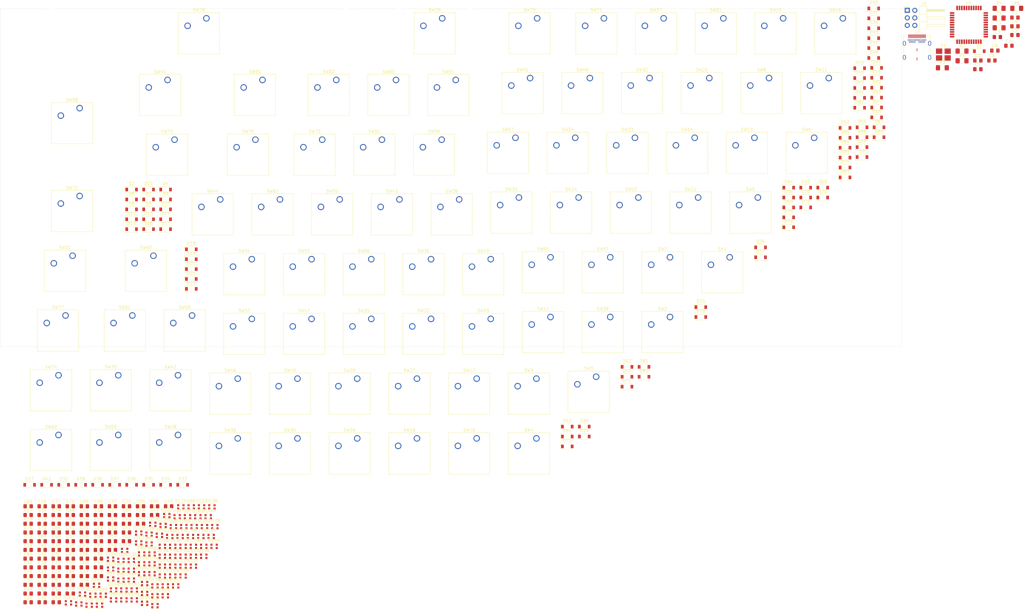
<source format=kicad_pcb>
(kicad_pcb (version 20171130) (host pcbnew 5.1.5+dfsg1-2build2)

  (general
    (thickness 1.6)
    (drawings 4)
    (tracks 0)
    (zones 0)
    (modules 353)
    (nets 217)
  )

  (page A3)
  (layers
    (0 F.Cu signal)
    (31 B.Cu signal)
    (32 B.Adhes user)
    (33 F.Adhes user)
    (34 B.Paste user)
    (35 F.Paste user)
    (36 B.SilkS user)
    (37 F.SilkS user)
    (38 B.Mask user)
    (39 F.Mask user)
    (40 Dwgs.User user)
    (41 Cmts.User user)
    (42 Eco1.User user)
    (43 Eco2.User user)
    (44 Edge.Cuts user)
    (45 Margin user)
    (46 B.CrtYd user)
    (47 F.CrtYd user)
    (48 B.Fab user)
    (49 F.Fab user)
  )

  (setup
    (last_trace_width 0.25)
    (trace_clearance 0.2)
    (zone_clearance 0.508)
    (zone_45_only no)
    (trace_min 0.2)
    (via_size 0.8)
    (via_drill 0.4)
    (via_min_size 0.6)
    (via_min_drill 0.3)
    (uvia_size 0.3)
    (uvia_drill 0.1)
    (uvias_allowed no)
    (uvia_min_size 0.2)
    (uvia_min_drill 0.1)
    (edge_width 0.05)
    (segment_width 0.2)
    (pcb_text_width 0.3)
    (pcb_text_size 1.5 1.5)
    (mod_edge_width 0.12)
    (mod_text_size 1 1)
    (mod_text_width 0.15)
    (pad_size 1.524 1.524)
    (pad_drill 0.762)
    (pad_to_mask_clearance 0.051)
    (solder_mask_min_width 0.25)
    (aux_axis_origin 0 0)
    (visible_elements FFFFFF7F)
    (pcbplotparams
      (layerselection 0x010fc_ffffffff)
      (usegerberextensions false)
      (usegerberattributes false)
      (usegerberadvancedattributes false)
      (creategerberjobfile false)
      (excludeedgelayer true)
      (linewidth 0.100000)
      (plotframeref false)
      (viasonmask false)
      (mode 1)
      (useauxorigin false)
      (hpglpennumber 1)
      (hpglpenspeed 20)
      (hpglpendiameter 15.000000)
      (psnegative false)
      (psa4output false)
      (plotreference true)
      (plotvalue true)
      (plotinvisibletext false)
      (padsonsilk false)
      (subtractmaskfromsilk false)
      (outputformat 1)
      (mirror false)
      (drillshape 1)
      (scaleselection 1)
      (outputdirectory ""))
  )

  (net 0 "")
  (net 1 GND)
  (net 2 +5V)
  (net 3 "Net-(C7-Pad1)")
  (net 4 "Net-(C8-Pad2)")
  (net 5 "Net-(C9-Pad1)")
  (net 6 RST)
  (net 7 ROW0)
  (net 8 "Net-(D2-Pad2)")
  (net 9 "Net-(D3-Pad2)")
  (net 10 "Net-(D4-Pad2)")
  (net 11 "Net-(D5-Pad2)")
  (net 12 "Net-(D6-Pad2)")
  (net 13 "Net-(D7-Pad2)")
  (net 14 "Net-(D8-Pad2)")
  (net 15 "Net-(D9-Pad2)")
  (net 16 "Net-(D10-Pad2)")
  (net 17 "Net-(D11-Pad2)")
  (net 18 "Net-(D12-Pad2)")
  (net 19 "Net-(D13-Pad2)")
  (net 20 "Net-(D14-Pad2)")
  (net 21 "Net-(D15-Pad2)")
  (net 22 "Net-(D16-Pad2)")
  (net 23 ROW1)
  (net 24 "Net-(D17-Pad2)")
  (net 25 "Net-(D18-Pad2)")
  (net 26 "Net-(D19-Pad2)")
  (net 27 "Net-(D20-Pad2)")
  (net 28 "Net-(D21-Pad2)")
  (net 29 "Net-(D22-Pad2)")
  (net 30 "Net-(D23-Pad2)")
  (net 31 "Net-(D24-Pad2)")
  (net 32 "Net-(D25-Pad2)")
  (net 33 "Net-(D26-Pad2)")
  (net 34 "Net-(D27-Pad2)")
  (net 35 "Net-(D28-Pad2)")
  (net 36 "Net-(D29-Pad2)")
  (net 37 "Net-(D30-Pad2)")
  (net 38 "Net-(D31-Pad2)")
  (net 39 "Net-(D32-Pad2)")
  (net 40 ROW2)
  (net 41 "Net-(D33-Pad2)")
  (net 42 "Net-(D34-Pad2)")
  (net 43 "Net-(D35-Pad2)")
  (net 44 "Net-(D36-Pad2)")
  (net 45 "Net-(D37-Pad2)")
  (net 46 "Net-(D38-Pad2)")
  (net 47 "Net-(D39-Pad2)")
  (net 48 "Net-(D40-Pad2)")
  (net 49 "Net-(D41-Pad2)")
  (net 50 "Net-(D42-Pad2)")
  (net 51 "Net-(D43-Pad2)")
  (net 52 "Net-(D44-Pad2)")
  (net 53 "Net-(D45-Pad2)")
  (net 54 "Net-(D46-Pad2)")
  (net 55 ROW3)
  (net 56 "Net-(D47-Pad2)")
  (net 57 "Net-(D48-Pad2)")
  (net 58 "Net-(D49-Pad2)")
  (net 59 "Net-(D50-Pad2)")
  (net 60 "Net-(D51-Pad2)")
  (net 61 "Net-(D52-Pad2)")
  (net 62 "Net-(D53-Pad2)")
  (net 63 "Net-(D54-Pad2)")
  (net 64 "Net-(D55-Pad2)")
  (net 65 "Net-(D56-Pad2)")
  (net 66 "Net-(D57-Pad2)")
  (net 67 "Net-(D58-Pad2)")
  (net 68 "Net-(D59-Pad2)")
  (net 69 "Net-(D60-Pad2)")
  (net 70 ROW4)
  (net 71 "Net-(D61-Pad2)")
  (net 72 "Net-(D62-Pad2)")
  (net 73 "Net-(D63-Pad2)")
  (net 74 "Net-(D64-Pad2)")
  (net 75 "Net-(D65-Pad2)")
  (net 76 "Net-(D66-Pad2)")
  (net 77 "Net-(D67-Pad2)")
  (net 78 "Net-(D68-Pad2)")
  (net 79 "Net-(D69-Pad2)")
  (net 80 "Net-(D70-Pad2)")
  (net 81 "Net-(D71-Pad2)")
  (net 82 "Net-(D72-Pad2)")
  (net 83 "Net-(D73-Pad2)")
  (net 84 "Net-(D74-Pad2)")
  (net 85 "Net-(D75-Pad2)")
  (net 86 ROW5)
  (net 87 "Net-(D76-Pad2)")
  (net 88 "Net-(D77-Pad2)")
  (net 89 "Net-(D78-Pad2)")
  (net 90 "Net-(D79-Pad2)")
  (net 91 "Net-(D80-Pad2)")
  (net 92 "Net-(D81-Pad2)")
  (net 93 "Net-(D82-Pad2)")
  (net 94 "Net-(D83-Pad2)")
  (net 95 "Net-(D84-Pad2)")
  (net 96 "Net-(D85-Pad2)")
  (net 97 DIN)
  (net 98 "Net-(D86-Pad2)")
  (net 99 "Net-(D87-Pad2)")
  (net 100 "Net-(D88-Pad2)")
  (net 101 "Net-(D89-Pad2)")
  (net 102 "Net-(D90-Pad2)")
  (net 103 "Net-(D91-Pad2)")
  (net 104 "Net-(D92-Pad2)")
  (net 105 "Net-(D93-Pad2)")
  (net 106 "Net-(D94-Pad2)")
  (net 107 "Net-(D95-Pad2)")
  (net 108 "Net-(D96-Pad2)")
  (net 109 "Net-(D97-Pad2)")
  (net 110 "Net-(D98-Pad2)")
  (net 111 "Net-(D100-Pad4)")
  (net 112 "Net-(D100-Pad2)")
  (net 113 "Net-(D101-Pad2)")
  (net 114 "Net-(D102-Pad2)")
  (net 115 "Net-(D103-Pad2)")
  (net 116 "Net-(D104-Pad2)")
  (net 117 "Net-(D105-Pad2)")
  (net 118 "Net-(D106-Pad2)")
  (net 119 "Net-(D107-Pad2)")
  (net 120 "Net-(D108-Pad2)")
  (net 121 "Net-(D109-Pad2)")
  (net 122 "Net-(D110-Pad2)")
  (net 123 "Net-(D111-Pad2)")
  (net 124 "Net-(D112-Pad2)")
  (net 125 "Net-(D113-Pad2)")
  (net 126 "Net-(D114-Pad2)")
  (net 127 "Net-(D115-Pad2)")
  (net 128 "Net-(D116-Pad2)")
  (net 129 "Net-(D117-Pad2)")
  (net 130 "Net-(D118-Pad2)")
  (net 131 "Net-(D119-Pad2)")
  (net 132 "Net-(D120-Pad2)")
  (net 133 "Net-(D121-Pad2)")
  (net 134 "Net-(D122-Pad2)")
  (net 135 "Net-(D123-Pad2)")
  (net 136 "Net-(D124-Pad2)")
  (net 137 "Net-(D125-Pad2)")
  (net 138 "Net-(D126-Pad2)")
  (net 139 "Net-(D127-Pad2)")
  (net 140 "Net-(D128-Pad2)")
  (net 141 "Net-(D129-Pad2)")
  (net 142 "Net-(D130-Pad2)")
  (net 143 "Net-(D131-Pad2)")
  (net 144 "Net-(D132-Pad2)")
  (net 145 "Net-(D133-Pad2)")
  (net 146 "Net-(D134-Pad2)")
  (net 147 "Net-(D135-Pad2)")
  (net 148 "Net-(D136-Pad2)")
  (net 149 "Net-(D137-Pad2)")
  (net 150 "Net-(D138-Pad2)")
  (net 151 "Net-(D139-Pad2)")
  (net 152 "Net-(D140-Pad2)")
  (net 153 "Net-(D141-Pad2)")
  (net 154 "Net-(D142-Pad2)")
  (net 155 "Net-(D143-Pad2)")
  (net 156 "Net-(D144-Pad2)")
  (net 157 "Net-(D145-Pad2)")
  (net 158 "Net-(D146-Pad2)")
  (net 159 "Net-(D147-Pad2)")
  (net 160 "Net-(D148-Pad2)")
  (net 161 "Net-(D149-Pad2)")
  (net 162 "Net-(D150-Pad2)")
  (net 163 "Net-(D151-Pad2)")
  (net 164 "Net-(D152-Pad2)")
  (net 165 "Net-(D153-Pad2)")
  (net 166 "Net-(D154-Pad2)")
  (net 167 "Net-(D155-Pad2)")
  (net 168 "Net-(D156-Pad2)")
  (net 169 "Net-(D157-Pad2)")
  (net 170 "Net-(D158-Pad2)")
  (net 171 "Net-(D159-Pad2)")
  (net 172 "Net-(D160-Pad2)")
  (net 173 "Net-(D161-Pad2)")
  (net 174 "Net-(D162-Pad2)")
  (net 175 "Net-(D163-Pad2)")
  (net 176 "Net-(D164-Pad2)")
  (net 177 "Net-(D165-Pad2)")
  (net 178 "Net-(D166-Pad2)")
  (net 179 "Net-(D167-Pad2)")
  (net 180 "Net-(F1-Pad2)")
  (net 181 COL02)
  (net 182 COL00)
  (net 183 COL01)
  (net 184 "Net-(J2-PadA11)")
  (net 185 "Net-(J2-PadA10)")
  (net 186 "Net-(J2-PadA8)")
  (net 187 D-)
  (net 188 D+)
  (net 189 "Net-(J2-PadA5)")
  (net 190 "Net-(J2-PadA3)")
  (net 191 "Net-(J2-PadA2)")
  (net 192 "Net-(J2-PadB10)")
  (net 193 "Net-(J2-PadB3)")
  (net 194 "Net-(J2-PadB8)")
  (net 195 "Net-(J2-PadB5)")
  (net 196 "Net-(J2-PadB2)")
  (net 197 "Net-(J2-PadB11)")
  (net 198 "Net-(R4-Pad1)")
  (net 199 "Net-(R5-Pad2)")
  (net 200 "Net-(R6-Pad2)")
  (net 201 COL03)
  (net 202 COL04)
  (net 203 COL06)
  (net 204 COL07)
  (net 205 COL08)
  (net 206 COL09)
  (net 207 COL10)
  (net 208 COL11)
  (net 209 COL12)
  (net 210 COL13)
  (net 211 COL14)
  (net 212 COL15)
  (net 213 COL05)
  (net 214 "Net-(U1-Pad1)")
  (net 215 "Net-(U1-Pad8)")
  (net 216 "Net-(U1-Pad42)")

  (net_class Default "Dies ist die voreingestellte Netzklasse."
    (clearance 0.2)
    (trace_width 0.25)
    (via_dia 0.8)
    (via_drill 0.4)
    (uvia_dia 0.3)
    (uvia_drill 0.1)
    (add_net +5V)
    (add_net COL00)
    (add_net COL01)
    (add_net COL02)
    (add_net COL03)
    (add_net COL04)
    (add_net COL05)
    (add_net COL06)
    (add_net COL07)
    (add_net COL08)
    (add_net COL09)
    (add_net COL10)
    (add_net COL11)
    (add_net COL12)
    (add_net COL13)
    (add_net COL14)
    (add_net COL15)
    (add_net D+)
    (add_net D-)
    (add_net DIN)
    (add_net GND)
    (add_net "Net-(C7-Pad1)")
    (add_net "Net-(C8-Pad2)")
    (add_net "Net-(C9-Pad1)")
    (add_net "Net-(D10-Pad2)")
    (add_net "Net-(D100-Pad2)")
    (add_net "Net-(D100-Pad4)")
    (add_net "Net-(D101-Pad2)")
    (add_net "Net-(D102-Pad2)")
    (add_net "Net-(D103-Pad2)")
    (add_net "Net-(D104-Pad2)")
    (add_net "Net-(D105-Pad2)")
    (add_net "Net-(D106-Pad2)")
    (add_net "Net-(D107-Pad2)")
    (add_net "Net-(D108-Pad2)")
    (add_net "Net-(D109-Pad2)")
    (add_net "Net-(D11-Pad2)")
    (add_net "Net-(D110-Pad2)")
    (add_net "Net-(D111-Pad2)")
    (add_net "Net-(D112-Pad2)")
    (add_net "Net-(D113-Pad2)")
    (add_net "Net-(D114-Pad2)")
    (add_net "Net-(D115-Pad2)")
    (add_net "Net-(D116-Pad2)")
    (add_net "Net-(D117-Pad2)")
    (add_net "Net-(D118-Pad2)")
    (add_net "Net-(D119-Pad2)")
    (add_net "Net-(D12-Pad2)")
    (add_net "Net-(D120-Pad2)")
    (add_net "Net-(D121-Pad2)")
    (add_net "Net-(D122-Pad2)")
    (add_net "Net-(D123-Pad2)")
    (add_net "Net-(D124-Pad2)")
    (add_net "Net-(D125-Pad2)")
    (add_net "Net-(D126-Pad2)")
    (add_net "Net-(D127-Pad2)")
    (add_net "Net-(D128-Pad2)")
    (add_net "Net-(D129-Pad2)")
    (add_net "Net-(D13-Pad2)")
    (add_net "Net-(D130-Pad2)")
    (add_net "Net-(D131-Pad2)")
    (add_net "Net-(D132-Pad2)")
    (add_net "Net-(D133-Pad2)")
    (add_net "Net-(D134-Pad2)")
    (add_net "Net-(D135-Pad2)")
    (add_net "Net-(D136-Pad2)")
    (add_net "Net-(D137-Pad2)")
    (add_net "Net-(D138-Pad2)")
    (add_net "Net-(D139-Pad2)")
    (add_net "Net-(D14-Pad2)")
    (add_net "Net-(D140-Pad2)")
    (add_net "Net-(D141-Pad2)")
    (add_net "Net-(D142-Pad2)")
    (add_net "Net-(D143-Pad2)")
    (add_net "Net-(D144-Pad2)")
    (add_net "Net-(D145-Pad2)")
    (add_net "Net-(D146-Pad2)")
    (add_net "Net-(D147-Pad2)")
    (add_net "Net-(D148-Pad2)")
    (add_net "Net-(D149-Pad2)")
    (add_net "Net-(D15-Pad2)")
    (add_net "Net-(D150-Pad2)")
    (add_net "Net-(D151-Pad2)")
    (add_net "Net-(D152-Pad2)")
    (add_net "Net-(D153-Pad2)")
    (add_net "Net-(D154-Pad2)")
    (add_net "Net-(D155-Pad2)")
    (add_net "Net-(D156-Pad2)")
    (add_net "Net-(D157-Pad2)")
    (add_net "Net-(D158-Pad2)")
    (add_net "Net-(D159-Pad2)")
    (add_net "Net-(D16-Pad2)")
    (add_net "Net-(D160-Pad2)")
    (add_net "Net-(D161-Pad2)")
    (add_net "Net-(D162-Pad2)")
    (add_net "Net-(D163-Pad2)")
    (add_net "Net-(D164-Pad2)")
    (add_net "Net-(D165-Pad2)")
    (add_net "Net-(D166-Pad2)")
    (add_net "Net-(D167-Pad2)")
    (add_net "Net-(D17-Pad2)")
    (add_net "Net-(D18-Pad2)")
    (add_net "Net-(D19-Pad2)")
    (add_net "Net-(D2-Pad2)")
    (add_net "Net-(D20-Pad2)")
    (add_net "Net-(D21-Pad2)")
    (add_net "Net-(D22-Pad2)")
    (add_net "Net-(D23-Pad2)")
    (add_net "Net-(D24-Pad2)")
    (add_net "Net-(D25-Pad2)")
    (add_net "Net-(D26-Pad2)")
    (add_net "Net-(D27-Pad2)")
    (add_net "Net-(D28-Pad2)")
    (add_net "Net-(D29-Pad2)")
    (add_net "Net-(D3-Pad2)")
    (add_net "Net-(D30-Pad2)")
    (add_net "Net-(D31-Pad2)")
    (add_net "Net-(D32-Pad2)")
    (add_net "Net-(D33-Pad2)")
    (add_net "Net-(D34-Pad2)")
    (add_net "Net-(D35-Pad2)")
    (add_net "Net-(D36-Pad2)")
    (add_net "Net-(D37-Pad2)")
    (add_net "Net-(D38-Pad2)")
    (add_net "Net-(D39-Pad2)")
    (add_net "Net-(D4-Pad2)")
    (add_net "Net-(D40-Pad2)")
    (add_net "Net-(D41-Pad2)")
    (add_net "Net-(D42-Pad2)")
    (add_net "Net-(D43-Pad2)")
    (add_net "Net-(D44-Pad2)")
    (add_net "Net-(D45-Pad2)")
    (add_net "Net-(D46-Pad2)")
    (add_net "Net-(D47-Pad2)")
    (add_net "Net-(D48-Pad2)")
    (add_net "Net-(D49-Pad2)")
    (add_net "Net-(D5-Pad2)")
    (add_net "Net-(D50-Pad2)")
    (add_net "Net-(D51-Pad2)")
    (add_net "Net-(D52-Pad2)")
    (add_net "Net-(D53-Pad2)")
    (add_net "Net-(D54-Pad2)")
    (add_net "Net-(D55-Pad2)")
    (add_net "Net-(D56-Pad2)")
    (add_net "Net-(D57-Pad2)")
    (add_net "Net-(D58-Pad2)")
    (add_net "Net-(D59-Pad2)")
    (add_net "Net-(D6-Pad2)")
    (add_net "Net-(D60-Pad2)")
    (add_net "Net-(D61-Pad2)")
    (add_net "Net-(D62-Pad2)")
    (add_net "Net-(D63-Pad2)")
    (add_net "Net-(D64-Pad2)")
    (add_net "Net-(D65-Pad2)")
    (add_net "Net-(D66-Pad2)")
    (add_net "Net-(D67-Pad2)")
    (add_net "Net-(D68-Pad2)")
    (add_net "Net-(D69-Pad2)")
    (add_net "Net-(D7-Pad2)")
    (add_net "Net-(D70-Pad2)")
    (add_net "Net-(D71-Pad2)")
    (add_net "Net-(D72-Pad2)")
    (add_net "Net-(D73-Pad2)")
    (add_net "Net-(D74-Pad2)")
    (add_net "Net-(D75-Pad2)")
    (add_net "Net-(D76-Pad2)")
    (add_net "Net-(D77-Pad2)")
    (add_net "Net-(D78-Pad2)")
    (add_net "Net-(D79-Pad2)")
    (add_net "Net-(D8-Pad2)")
    (add_net "Net-(D80-Pad2)")
    (add_net "Net-(D81-Pad2)")
    (add_net "Net-(D82-Pad2)")
    (add_net "Net-(D83-Pad2)")
    (add_net "Net-(D84-Pad2)")
    (add_net "Net-(D85-Pad2)")
    (add_net "Net-(D86-Pad2)")
    (add_net "Net-(D87-Pad2)")
    (add_net "Net-(D88-Pad2)")
    (add_net "Net-(D89-Pad2)")
    (add_net "Net-(D9-Pad2)")
    (add_net "Net-(D90-Pad2)")
    (add_net "Net-(D91-Pad2)")
    (add_net "Net-(D92-Pad2)")
    (add_net "Net-(D93-Pad2)")
    (add_net "Net-(D94-Pad2)")
    (add_net "Net-(D95-Pad2)")
    (add_net "Net-(D96-Pad2)")
    (add_net "Net-(D97-Pad2)")
    (add_net "Net-(D98-Pad2)")
    (add_net "Net-(F1-Pad2)")
    (add_net "Net-(J2-PadA10)")
    (add_net "Net-(J2-PadA11)")
    (add_net "Net-(J2-PadA2)")
    (add_net "Net-(J2-PadA3)")
    (add_net "Net-(J2-PadA5)")
    (add_net "Net-(J2-PadA8)")
    (add_net "Net-(J2-PadB10)")
    (add_net "Net-(J2-PadB11)")
    (add_net "Net-(J2-PadB2)")
    (add_net "Net-(J2-PadB3)")
    (add_net "Net-(J2-PadB5)")
    (add_net "Net-(J2-PadB8)")
    (add_net "Net-(R4-Pad1)")
    (add_net "Net-(R5-Pad2)")
    (add_net "Net-(R6-Pad2)")
    (add_net "Net-(U1-Pad1)")
    (add_net "Net-(U1-Pad42)")
    (add_net "Net-(U1-Pad8)")
    (add_net ROW0)
    (add_net ROW1)
    (add_net ROW2)
    (add_net ROW3)
    (add_net ROW4)
    (add_net ROW5)
    (add_net RST)
  )

  (module Capacitor_SMD:C_0805_2012Metric_Pad1.15x1.40mm_HandSolder (layer F.Cu) (tedit 5B36C52B) (tstamp 5F15EB18)
    (at 368.725001 55.605001)
    (descr "Capacitor SMD 0805 (2012 Metric), square (rectangular) end terminal, IPC_7351 nominal with elongated pad for handsoldering. (Body size source: https://docs.google.com/spreadsheets/d/1BsfQQcO9C6DZCsRaXUlFlo91Tg2WpOkGARC1WS5S8t0/edit?usp=sharing), generated with kicad-footprint-generator")
    (tags "capacitor handsolder")
    (path /5F92990D)
    (attr smd)
    (fp_text reference C1 (at 0 -1.65) (layer F.SilkS)
      (effects (font (size 1 1) (thickness 0.15)))
    )
    (fp_text value 0.1uF (at 0 1.65) (layer F.Fab)
      (effects (font (size 1 1) (thickness 0.15)))
    )
    (fp_text user %R (at 0 0) (layer F.Fab)
      (effects (font (size 0.5 0.5) (thickness 0.08)))
    )
    (fp_line (start 1.85 0.95) (end -1.85 0.95) (layer F.CrtYd) (width 0.05))
    (fp_line (start 1.85 -0.95) (end 1.85 0.95) (layer F.CrtYd) (width 0.05))
    (fp_line (start -1.85 -0.95) (end 1.85 -0.95) (layer F.CrtYd) (width 0.05))
    (fp_line (start -1.85 0.95) (end -1.85 -0.95) (layer F.CrtYd) (width 0.05))
    (fp_line (start -0.261252 0.71) (end 0.261252 0.71) (layer F.SilkS) (width 0.12))
    (fp_line (start -0.261252 -0.71) (end 0.261252 -0.71) (layer F.SilkS) (width 0.12))
    (fp_line (start 1 0.6) (end -1 0.6) (layer F.Fab) (width 0.1))
    (fp_line (start 1 -0.6) (end 1 0.6) (layer F.Fab) (width 0.1))
    (fp_line (start -1 -0.6) (end 1 -0.6) (layer F.Fab) (width 0.1))
    (fp_line (start -1 0.6) (end -1 -0.6) (layer F.Fab) (width 0.1))
    (pad 2 smd roundrect (at 1.025 0) (size 1.15 1.4) (layers F.Cu F.Paste F.Mask) (roundrect_rratio 0.217391)
      (net 1 GND))
    (pad 1 smd roundrect (at -1.025 0) (size 1.15 1.4) (layers F.Cu F.Paste F.Mask) (roundrect_rratio 0.217391)
      (net 2 +5V))
    (model ${KISYS3DMOD}/Capacitor_SMD.3dshapes/C_0805_2012Metric.wrl
      (at (xyz 0 0 0))
      (scale (xyz 1 1 1))
      (rotate (xyz 0 0 0))
    )
  )

  (module Capacitor_SMD:C_0805_2012Metric_Pad1.15x1.40mm_HandSolder (layer F.Cu) (tedit 5B36C52B) (tstamp 5F15EB29)
    (at 381.265001 41.095001)
    (descr "Capacitor SMD 0805 (2012 Metric), square (rectangular) end terminal, IPC_7351 nominal with elongated pad for handsoldering. (Body size source: https://docs.google.com/spreadsheets/d/1BsfQQcO9C6DZCsRaXUlFlo91Tg2WpOkGARC1WS5S8t0/edit?usp=sharing), generated with kicad-footprint-generator")
    (tags "capacitor handsolder")
    (path /5EFFF252)
    (attr smd)
    (fp_text reference C2 (at 0 -1.65) (layer F.SilkS)
      (effects (font (size 1 1) (thickness 0.15)))
    )
    (fp_text value 0.1uF (at 0 1.65) (layer F.Fab)
      (effects (font (size 1 1) (thickness 0.15)))
    )
    (fp_text user %R (at 0 0) (layer F.Fab)
      (effects (font (size 0.5 0.5) (thickness 0.08)))
    )
    (fp_line (start 1.85 0.95) (end -1.85 0.95) (layer F.CrtYd) (width 0.05))
    (fp_line (start 1.85 -0.95) (end 1.85 0.95) (layer F.CrtYd) (width 0.05))
    (fp_line (start -1.85 -0.95) (end 1.85 -0.95) (layer F.CrtYd) (width 0.05))
    (fp_line (start -1.85 0.95) (end -1.85 -0.95) (layer F.CrtYd) (width 0.05))
    (fp_line (start -0.261252 0.71) (end 0.261252 0.71) (layer F.SilkS) (width 0.12))
    (fp_line (start -0.261252 -0.71) (end 0.261252 -0.71) (layer F.SilkS) (width 0.12))
    (fp_line (start 1 0.6) (end -1 0.6) (layer F.Fab) (width 0.1))
    (fp_line (start 1 -0.6) (end 1 0.6) (layer F.Fab) (width 0.1))
    (fp_line (start -1 -0.6) (end 1 -0.6) (layer F.Fab) (width 0.1))
    (fp_line (start -1 0.6) (end -1 -0.6) (layer F.Fab) (width 0.1))
    (pad 2 smd roundrect (at 1.025 0) (size 1.15 1.4) (layers F.Cu F.Paste F.Mask) (roundrect_rratio 0.217391)
      (net 1 GND))
    (pad 1 smd roundrect (at -1.025 0) (size 1.15 1.4) (layers F.Cu F.Paste F.Mask) (roundrect_rratio 0.217391)
      (net 2 +5V))
    (model ${KISYS3DMOD}/Capacitor_SMD.3dshapes/C_0805_2012Metric.wrl
      (at (xyz 0 0 0))
      (scale (xyz 1 1 1))
      (rotate (xyz 0 0 0))
    )
  )

  (module Capacitor_SMD:C_0805_2012Metric_Pad1.15x1.40mm_HandSolder (layer F.Cu) (tedit 5B36C52B) (tstamp 5F15EB3A)
    (at 375.315001 47.675001)
    (descr "Capacitor SMD 0805 (2012 Metric), square (rectangular) end terminal, IPC_7351 nominal with elongated pad for handsoldering. (Body size source: https://docs.google.com/spreadsheets/d/1BsfQQcO9C6DZCsRaXUlFlo91Tg2WpOkGARC1WS5S8t0/edit?usp=sharing), generated with kicad-footprint-generator")
    (tags "capacitor handsolder")
    (path /5F00AFA0)
    (attr smd)
    (fp_text reference C3 (at 0 -1.65) (layer F.SilkS)
      (effects (font (size 1 1) (thickness 0.15)))
    )
    (fp_text value 0.1uF (at 0 1.65) (layer F.Fab)
      (effects (font (size 1 1) (thickness 0.15)))
    )
    (fp_text user %R (at 0 0) (layer F.Fab)
      (effects (font (size 0.5 0.5) (thickness 0.08)))
    )
    (fp_line (start 1.85 0.95) (end -1.85 0.95) (layer F.CrtYd) (width 0.05))
    (fp_line (start 1.85 -0.95) (end 1.85 0.95) (layer F.CrtYd) (width 0.05))
    (fp_line (start -1.85 -0.95) (end 1.85 -0.95) (layer F.CrtYd) (width 0.05))
    (fp_line (start -1.85 0.95) (end -1.85 -0.95) (layer F.CrtYd) (width 0.05))
    (fp_line (start -0.261252 0.71) (end 0.261252 0.71) (layer F.SilkS) (width 0.12))
    (fp_line (start -0.261252 -0.71) (end 0.261252 -0.71) (layer F.SilkS) (width 0.12))
    (fp_line (start 1 0.6) (end -1 0.6) (layer F.Fab) (width 0.1))
    (fp_line (start 1 -0.6) (end 1 0.6) (layer F.Fab) (width 0.1))
    (fp_line (start -1 -0.6) (end 1 -0.6) (layer F.Fab) (width 0.1))
    (fp_line (start -1 0.6) (end -1 -0.6) (layer F.Fab) (width 0.1))
    (pad 2 smd roundrect (at 1.025 0) (size 1.15 1.4) (layers F.Cu F.Paste F.Mask) (roundrect_rratio 0.217391)
      (net 1 GND))
    (pad 1 smd roundrect (at -1.025 0) (size 1.15 1.4) (layers F.Cu F.Paste F.Mask) (roundrect_rratio 0.217391)
      (net 2 +5V))
    (model ${KISYS3DMOD}/Capacitor_SMD.3dshapes/C_0805_2012Metric.wrl
      (at (xyz 0 0 0))
      (scale (xyz 1 1 1))
      (rotate (xyz 0 0 0))
    )
  )

  (module Capacitor_SMD:C_0805_2012Metric_Pad1.15x1.40mm_HandSolder (layer F.Cu) (tedit 5B36C52B) (tstamp 5F15EB4B)
    (at 379.225001 50.625001)
    (descr "Capacitor SMD 0805 (2012 Metric), square (rectangular) end terminal, IPC_7351 nominal with elongated pad for handsoldering. (Body size source: https://docs.google.com/spreadsheets/d/1BsfQQcO9C6DZCsRaXUlFlo91Tg2WpOkGARC1WS5S8t0/edit?usp=sharing), generated with kicad-footprint-generator")
    (tags "capacitor handsolder")
    (path /5F00B4C3)
    (attr smd)
    (fp_text reference C4 (at 0 -1.65) (layer F.SilkS)
      (effects (font (size 1 1) (thickness 0.15)))
    )
    (fp_text value 0.1uF (at 0 1.65) (layer F.Fab)
      (effects (font (size 1 1) (thickness 0.15)))
    )
    (fp_line (start -1 0.6) (end -1 -0.6) (layer F.Fab) (width 0.1))
    (fp_line (start -1 -0.6) (end 1 -0.6) (layer F.Fab) (width 0.1))
    (fp_line (start 1 -0.6) (end 1 0.6) (layer F.Fab) (width 0.1))
    (fp_line (start 1 0.6) (end -1 0.6) (layer F.Fab) (width 0.1))
    (fp_line (start -0.261252 -0.71) (end 0.261252 -0.71) (layer F.SilkS) (width 0.12))
    (fp_line (start -0.261252 0.71) (end 0.261252 0.71) (layer F.SilkS) (width 0.12))
    (fp_line (start -1.85 0.95) (end -1.85 -0.95) (layer F.CrtYd) (width 0.05))
    (fp_line (start -1.85 -0.95) (end 1.85 -0.95) (layer F.CrtYd) (width 0.05))
    (fp_line (start 1.85 -0.95) (end 1.85 0.95) (layer F.CrtYd) (width 0.05))
    (fp_line (start 1.85 0.95) (end -1.85 0.95) (layer F.CrtYd) (width 0.05))
    (fp_text user %R (at 0 0) (layer F.Fab)
      (effects (font (size 0.5 0.5) (thickness 0.08)))
    )
    (pad 1 smd roundrect (at -1.025 0) (size 1.15 1.4) (layers F.Cu F.Paste F.Mask) (roundrect_rratio 0.217391)
      (net 2 +5V))
    (pad 2 smd roundrect (at 1.025 0) (size 1.15 1.4) (layers F.Cu F.Paste F.Mask) (roundrect_rratio 0.217391)
      (net 1 GND))
    (model ${KISYS3DMOD}/Capacitor_SMD.3dshapes/C_0805_2012Metric.wrl
      (at (xyz 0 0 0))
      (scale (xyz 1 1 1))
      (rotate (xyz 0 0 0))
    )
  )

  (module Capacitor_SMD:C_0805_2012Metric_Pad1.15x1.40mm_HandSolder (layer F.Cu) (tedit 5B36C52B) (tstamp 5F15EB5C)
    (at 381.265001 46.995001)
    (descr "Capacitor SMD 0805 (2012 Metric), square (rectangular) end terminal, IPC_7351 nominal with elongated pad for handsoldering. (Body size source: https://docs.google.com/spreadsheets/d/1BsfQQcO9C6DZCsRaXUlFlo91Tg2WpOkGARC1WS5S8t0/edit?usp=sharing), generated with kicad-footprint-generator")
    (tags "capacitor handsolder")
    (path /5F92A552)
    (attr smd)
    (fp_text reference C5 (at 0 -1.65) (layer F.SilkS)
      (effects (font (size 1 1) (thickness 0.15)))
    )
    (fp_text value 0.1uF (at 0 1.65) (layer F.Fab)
      (effects (font (size 1 1) (thickness 0.15)))
    )
    (fp_text user %R (at 0 0) (layer F.Fab)
      (effects (font (size 0.5 0.5) (thickness 0.08)))
    )
    (fp_line (start 1.85 0.95) (end -1.85 0.95) (layer F.CrtYd) (width 0.05))
    (fp_line (start 1.85 -0.95) (end 1.85 0.95) (layer F.CrtYd) (width 0.05))
    (fp_line (start -1.85 -0.95) (end 1.85 -0.95) (layer F.CrtYd) (width 0.05))
    (fp_line (start -1.85 0.95) (end -1.85 -0.95) (layer F.CrtYd) (width 0.05))
    (fp_line (start -0.261252 0.71) (end 0.261252 0.71) (layer F.SilkS) (width 0.12))
    (fp_line (start -0.261252 -0.71) (end 0.261252 -0.71) (layer F.SilkS) (width 0.12))
    (fp_line (start 1 0.6) (end -1 0.6) (layer F.Fab) (width 0.1))
    (fp_line (start 1 -0.6) (end 1 0.6) (layer F.Fab) (width 0.1))
    (fp_line (start -1 -0.6) (end 1 -0.6) (layer F.Fab) (width 0.1))
    (fp_line (start -1 0.6) (end -1 -0.6) (layer F.Fab) (width 0.1))
    (pad 2 smd roundrect (at 1.025 0) (size 1.15 1.4) (layers F.Cu F.Paste F.Mask) (roundrect_rratio 0.217391)
      (net 1 GND))
    (pad 1 smd roundrect (at -1.025 0) (size 1.15 1.4) (layers F.Cu F.Paste F.Mask) (roundrect_rratio 0.217391)
      (net 2 +5V))
    (model ${KISYS3DMOD}/Capacitor_SMD.3dshapes/C_0805_2012Metric.wrl
      (at (xyz 0 0 0))
      (scale (xyz 1 1 1))
      (rotate (xyz 0 0 0))
    )
  )

  (module Capacitor_SMD:C_0805_2012Metric_Pad1.15x1.40mm_HandSolder (layer F.Cu) (tedit 5B36C52B) (tstamp 5F15EB6D)
    (at 373.475001 55.605001)
    (descr "Capacitor SMD 0805 (2012 Metric), square (rectangular) end terminal, IPC_7351 nominal with elongated pad for handsoldering. (Body size source: https://docs.google.com/spreadsheets/d/1BsfQQcO9C6DZCsRaXUlFlo91Tg2WpOkGARC1WS5S8t0/edit?usp=sharing), generated with kicad-footprint-generator")
    (tags "capacitor handsolder")
    (path /5F007EF5)
    (attr smd)
    (fp_text reference C6 (at 0 -1.65) (layer F.SilkS)
      (effects (font (size 1 1) (thickness 0.15)))
    )
    (fp_text value 10uF (at 0 1.65) (layer F.Fab)
      (effects (font (size 1 1) (thickness 0.15)))
    )
    (fp_line (start -1 0.6) (end -1 -0.6) (layer F.Fab) (width 0.1))
    (fp_line (start -1 -0.6) (end 1 -0.6) (layer F.Fab) (width 0.1))
    (fp_line (start 1 -0.6) (end 1 0.6) (layer F.Fab) (width 0.1))
    (fp_line (start 1 0.6) (end -1 0.6) (layer F.Fab) (width 0.1))
    (fp_line (start -0.261252 -0.71) (end 0.261252 -0.71) (layer F.SilkS) (width 0.12))
    (fp_line (start -0.261252 0.71) (end 0.261252 0.71) (layer F.SilkS) (width 0.12))
    (fp_line (start -1.85 0.95) (end -1.85 -0.95) (layer F.CrtYd) (width 0.05))
    (fp_line (start -1.85 -0.95) (end 1.85 -0.95) (layer F.CrtYd) (width 0.05))
    (fp_line (start 1.85 -0.95) (end 1.85 0.95) (layer F.CrtYd) (width 0.05))
    (fp_line (start 1.85 0.95) (end -1.85 0.95) (layer F.CrtYd) (width 0.05))
    (fp_text user %R (at 0 0) (layer F.Fab)
      (effects (font (size 0.5 0.5) (thickness 0.08)))
    )
    (pad 1 smd roundrect (at -1.025 0) (size 1.15 1.4) (layers F.Cu F.Paste F.Mask) (roundrect_rratio 0.217391)
      (net 2 +5V))
    (pad 2 smd roundrect (at 1.025 0) (size 1.15 1.4) (layers F.Cu F.Paste F.Mask) (roundrect_rratio 0.217391)
      (net 1 GND))
    (model ${KISYS3DMOD}/Capacitor_SMD.3dshapes/C_0805_2012Metric.wrl
      (at (xyz 0 0 0))
      (scale (xyz 1 1 1))
      (rotate (xyz 0 0 0))
    )
  )

  (module Capacitor_SMD:C_0805_2012Metric_Pad1.15x1.40mm_HandSolder (layer F.Cu) (tedit 5B36C52B) (tstamp 5F15EB7E)
    (at 368.725001 58.555001)
    (descr "Capacitor SMD 0805 (2012 Metric), square (rectangular) end terminal, IPC_7351 nominal with elongated pad for handsoldering. (Body size source: https://docs.google.com/spreadsheets/d/1BsfQQcO9C6DZCsRaXUlFlo91Tg2WpOkGARC1WS5S8t0/edit?usp=sharing), generated with kicad-footprint-generator")
    (tags "capacitor handsolder")
    (path /5F0786B1)
    (attr smd)
    (fp_text reference C7 (at 0 -1.65) (layer F.SilkS)
      (effects (font (size 1 1) (thickness 0.15)))
    )
    (fp_text value 22pF (at 0 1.65) (layer F.Fab)
      (effects (font (size 1 1) (thickness 0.15)))
    )
    (fp_text user %R (at 0 0) (layer F.Fab)
      (effects (font (size 0.5 0.5) (thickness 0.08)))
    )
    (fp_line (start 1.85 0.95) (end -1.85 0.95) (layer F.CrtYd) (width 0.05))
    (fp_line (start 1.85 -0.95) (end 1.85 0.95) (layer F.CrtYd) (width 0.05))
    (fp_line (start -1.85 -0.95) (end 1.85 -0.95) (layer F.CrtYd) (width 0.05))
    (fp_line (start -1.85 0.95) (end -1.85 -0.95) (layer F.CrtYd) (width 0.05))
    (fp_line (start -0.261252 0.71) (end 0.261252 0.71) (layer F.SilkS) (width 0.12))
    (fp_line (start -0.261252 -0.71) (end 0.261252 -0.71) (layer F.SilkS) (width 0.12))
    (fp_line (start 1 0.6) (end -1 0.6) (layer F.Fab) (width 0.1))
    (fp_line (start 1 -0.6) (end 1 0.6) (layer F.Fab) (width 0.1))
    (fp_line (start -1 -0.6) (end 1 -0.6) (layer F.Fab) (width 0.1))
    (fp_line (start -1 0.6) (end -1 -0.6) (layer F.Fab) (width 0.1))
    (pad 2 smd roundrect (at 1.025 0) (size 1.15 1.4) (layers F.Cu F.Paste F.Mask) (roundrect_rratio 0.217391)
      (net 1 GND))
    (pad 1 smd roundrect (at -1.025 0) (size 1.15 1.4) (layers F.Cu F.Paste F.Mask) (roundrect_rratio 0.217391)
      (net 3 "Net-(C7-Pad1)"))
    (model ${KISYS3DMOD}/Capacitor_SMD.3dshapes/C_0805_2012Metric.wrl
      (at (xyz 0 0 0))
      (scale (xyz 1 1 1))
      (rotate (xyz 0 0 0))
    )
  )

  (module Capacitor_SMD:C_0805_2012Metric_Pad1.15x1.40mm_HandSolder (layer F.Cu) (tedit 5B36C52B) (tstamp 5F15EB8F)
    (at 374.475001 52.255001)
    (descr "Capacitor SMD 0805 (2012 Metric), square (rectangular) end terminal, IPC_7351 nominal with elongated pad for handsoldering. (Body size source: https://docs.google.com/spreadsheets/d/1BsfQQcO9C6DZCsRaXUlFlo91Tg2WpOkGARC1WS5S8t0/edit?usp=sharing), generated with kicad-footprint-generator")
    (tags "capacitor handsolder")
    (path /5F0BA64F)
    (attr smd)
    (fp_text reference C8 (at 0 -1.65) (layer F.SilkS)
      (effects (font (size 1 1) (thickness 0.15)))
    )
    (fp_text value 22pF (at 0 1.65) (layer F.Fab)
      (effects (font (size 1 1) (thickness 0.15)))
    )
    (fp_text user %R (at 0 0) (layer F.Fab)
      (effects (font (size 0.5 0.5) (thickness 0.08)))
    )
    (fp_line (start 1.85 0.95) (end -1.85 0.95) (layer F.CrtYd) (width 0.05))
    (fp_line (start 1.85 -0.95) (end 1.85 0.95) (layer F.CrtYd) (width 0.05))
    (fp_line (start -1.85 -0.95) (end 1.85 -0.95) (layer F.CrtYd) (width 0.05))
    (fp_line (start -1.85 0.95) (end -1.85 -0.95) (layer F.CrtYd) (width 0.05))
    (fp_line (start -0.261252 0.71) (end 0.261252 0.71) (layer F.SilkS) (width 0.12))
    (fp_line (start -0.261252 -0.71) (end 0.261252 -0.71) (layer F.SilkS) (width 0.12))
    (fp_line (start 1 0.6) (end -1 0.6) (layer F.Fab) (width 0.1))
    (fp_line (start 1 -0.6) (end 1 0.6) (layer F.Fab) (width 0.1))
    (fp_line (start -1 -0.6) (end 1 -0.6) (layer F.Fab) (width 0.1))
    (fp_line (start -1 0.6) (end -1 -0.6) (layer F.Fab) (width 0.1))
    (pad 2 smd roundrect (at 1.025 0) (size 1.15 1.4) (layers F.Cu F.Paste F.Mask) (roundrect_rratio 0.217391)
      (net 4 "Net-(C8-Pad2)"))
    (pad 1 smd roundrect (at -1.025 0) (size 1.15 1.4) (layers F.Cu F.Paste F.Mask) (roundrect_rratio 0.217391)
      (net 1 GND))
    (model ${KISYS3DMOD}/Capacitor_SMD.3dshapes/C_0805_2012Metric.wrl
      (at (xyz 0 0 0))
      (scale (xyz 1 1 1))
      (rotate (xyz 0 0 0))
    )
  )

  (module Capacitor_SMD:C_0805_2012Metric_Pad1.15x1.40mm_HandSolder (layer F.Cu) (tedit 5B36C52B) (tstamp 5F15EBA0)
    (at 381.265001 44.045001)
    (descr "Capacitor SMD 0805 (2012 Metric), square (rectangular) end terminal, IPC_7351 nominal with elongated pad for handsoldering. (Body size source: https://docs.google.com/spreadsheets/d/1BsfQQcO9C6DZCsRaXUlFlo91Tg2WpOkGARC1WS5S8t0/edit?usp=sharing), generated with kicad-footprint-generator")
    (tags "capacitor handsolder")
    (path /5F049C39)
    (attr smd)
    (fp_text reference C9 (at 0 -1.65) (layer F.SilkS)
      (effects (font (size 1 1) (thickness 0.15)))
    )
    (fp_text value 1uF (at 0 1.65) (layer F.Fab)
      (effects (font (size 1 1) (thickness 0.15)))
    )
    (fp_line (start -1 0.6) (end -1 -0.6) (layer F.Fab) (width 0.1))
    (fp_line (start -1 -0.6) (end 1 -0.6) (layer F.Fab) (width 0.1))
    (fp_line (start 1 -0.6) (end 1 0.6) (layer F.Fab) (width 0.1))
    (fp_line (start 1 0.6) (end -1 0.6) (layer F.Fab) (width 0.1))
    (fp_line (start -0.261252 -0.71) (end 0.261252 -0.71) (layer F.SilkS) (width 0.12))
    (fp_line (start -0.261252 0.71) (end 0.261252 0.71) (layer F.SilkS) (width 0.12))
    (fp_line (start -1.85 0.95) (end -1.85 -0.95) (layer F.CrtYd) (width 0.05))
    (fp_line (start -1.85 -0.95) (end 1.85 -0.95) (layer F.CrtYd) (width 0.05))
    (fp_line (start 1.85 -0.95) (end 1.85 0.95) (layer F.CrtYd) (width 0.05))
    (fp_line (start 1.85 0.95) (end -1.85 0.95) (layer F.CrtYd) (width 0.05))
    (fp_text user %R (at 0 0) (layer F.Fab)
      (effects (font (size 0.5 0.5) (thickness 0.08)))
    )
    (pad 1 smd roundrect (at -1.025 0) (size 1.15 1.4) (layers F.Cu F.Paste F.Mask) (roundrect_rratio 0.217391)
      (net 5 "Net-(C9-Pad1)"))
    (pad 2 smd roundrect (at 1.025 0) (size 1.15 1.4) (layers F.Cu F.Paste F.Mask) (roundrect_rratio 0.217391)
      (net 1 GND))
    (model ${KISYS3DMOD}/Capacitor_SMD.3dshapes/C_0805_2012Metric.wrl
      (at (xyz 0 0 0))
      (scale (xyz 1 1 1))
      (rotate (xyz 0 0 0))
    )
  )

  (module Capacitor_SMD:C_0805_2012Metric_Pad1.15x1.40mm_HandSolder (layer F.Cu) (tedit 5B36C52B) (tstamp 5F15EBB1)
    (at 76.095001 215.205001)
    (descr "Capacitor SMD 0805 (2012 Metric), square (rectangular) end terminal, IPC_7351 nominal with elongated pad for handsoldering. (Body size source: https://docs.google.com/spreadsheets/d/1BsfQQcO9C6DZCsRaXUlFlo91Tg2WpOkGARC1WS5S8t0/edit?usp=sharing), generated with kicad-footprint-generator")
    (tags "capacitor handsolder")
    (path /5F949B9C/5FD1B778)
    (attr smd)
    (fp_text reference C10 (at 0 -1.65) (layer F.SilkS)
      (effects (font (size 1 1) (thickness 0.15)))
    )
    (fp_text value 0.1uF (at 0 1.65) (layer F.Fab)
      (effects (font (size 1 1) (thickness 0.15)))
    )
    (fp_text user %R (at 0 0) (layer F.Fab)
      (effects (font (size 0.5 0.5) (thickness 0.08)))
    )
    (fp_line (start 1.85 0.95) (end -1.85 0.95) (layer F.CrtYd) (width 0.05))
    (fp_line (start 1.85 -0.95) (end 1.85 0.95) (layer F.CrtYd) (width 0.05))
    (fp_line (start -1.85 -0.95) (end 1.85 -0.95) (layer F.CrtYd) (width 0.05))
    (fp_line (start -1.85 0.95) (end -1.85 -0.95) (layer F.CrtYd) (width 0.05))
    (fp_line (start -0.261252 0.71) (end 0.261252 0.71) (layer F.SilkS) (width 0.12))
    (fp_line (start -0.261252 -0.71) (end 0.261252 -0.71) (layer F.SilkS) (width 0.12))
    (fp_line (start 1 0.6) (end -1 0.6) (layer F.Fab) (width 0.1))
    (fp_line (start 1 -0.6) (end 1 0.6) (layer F.Fab) (width 0.1))
    (fp_line (start -1 -0.6) (end 1 -0.6) (layer F.Fab) (width 0.1))
    (fp_line (start -1 0.6) (end -1 -0.6) (layer F.Fab) (width 0.1))
    (pad 2 smd roundrect (at 1.025 0) (size 1.15 1.4) (layers F.Cu F.Paste F.Mask) (roundrect_rratio 0.217391)
      (net 1 GND))
    (pad 1 smd roundrect (at -1.025 0) (size 1.15 1.4) (layers F.Cu F.Paste F.Mask) (roundrect_rratio 0.217391)
      (net 2 +5V))
    (model ${KISYS3DMOD}/Capacitor_SMD.3dshapes/C_0805_2012Metric.wrl
      (at (xyz 0 0 0))
      (scale (xyz 1 1 1))
      (rotate (xyz 0 0 0))
    )
  )

  (module Capacitor_SMD:C_0805_2012Metric_Pad1.15x1.40mm_HandSolder (layer F.Cu) (tedit 5B36C52B) (tstamp 5F15EBC2)
    (at 52.345001 238.805001)
    (descr "Capacitor SMD 0805 (2012 Metric), square (rectangular) end terminal, IPC_7351 nominal with elongated pad for handsoldering. (Body size source: https://docs.google.com/spreadsheets/d/1BsfQQcO9C6DZCsRaXUlFlo91Tg2WpOkGARC1WS5S8t0/edit?usp=sharing), generated with kicad-footprint-generator")
    (tags "capacitor handsolder")
    (path /5F949B9C/5FD3F1FB)
    (attr smd)
    (fp_text reference C11 (at 0 -1.65) (layer F.SilkS)
      (effects (font (size 1 1) (thickness 0.15)))
    )
    (fp_text value 0.1uF (at 0 1.65) (layer F.Fab)
      (effects (font (size 1 1) (thickness 0.15)))
    )
    (fp_line (start -1 0.6) (end -1 -0.6) (layer F.Fab) (width 0.1))
    (fp_line (start -1 -0.6) (end 1 -0.6) (layer F.Fab) (width 0.1))
    (fp_line (start 1 -0.6) (end 1 0.6) (layer F.Fab) (width 0.1))
    (fp_line (start 1 0.6) (end -1 0.6) (layer F.Fab) (width 0.1))
    (fp_line (start -0.261252 -0.71) (end 0.261252 -0.71) (layer F.SilkS) (width 0.12))
    (fp_line (start -0.261252 0.71) (end 0.261252 0.71) (layer F.SilkS) (width 0.12))
    (fp_line (start -1.85 0.95) (end -1.85 -0.95) (layer F.CrtYd) (width 0.05))
    (fp_line (start -1.85 -0.95) (end 1.85 -0.95) (layer F.CrtYd) (width 0.05))
    (fp_line (start 1.85 -0.95) (end 1.85 0.95) (layer F.CrtYd) (width 0.05))
    (fp_line (start 1.85 0.95) (end -1.85 0.95) (layer F.CrtYd) (width 0.05))
    (fp_text user %R (at 0 0) (layer F.Fab)
      (effects (font (size 0.5 0.5) (thickness 0.08)))
    )
    (pad 1 smd roundrect (at -1.025 0) (size 1.15 1.4) (layers F.Cu F.Paste F.Mask) (roundrect_rratio 0.217391)
      (net 2 +5V))
    (pad 2 smd roundrect (at 1.025 0) (size 1.15 1.4) (layers F.Cu F.Paste F.Mask) (roundrect_rratio 0.217391)
      (net 1 GND))
    (model ${KISYS3DMOD}/Capacitor_SMD.3dshapes/C_0805_2012Metric.wrl
      (at (xyz 0 0 0))
      (scale (xyz 1 1 1))
      (rotate (xyz 0 0 0))
    )
  )

  (module Capacitor_SMD:C_0805_2012Metric_Pad1.15x1.40mm_HandSolder (layer F.Cu) (tedit 5B36C52B) (tstamp 5F15EBD3)
    (at 76.095001 212.255001)
    (descr "Capacitor SMD 0805 (2012 Metric), square (rectangular) end terminal, IPC_7351 nominal with elongated pad for handsoldering. (Body size source: https://docs.google.com/spreadsheets/d/1BsfQQcO9C6DZCsRaXUlFlo91Tg2WpOkGARC1WS5S8t0/edit?usp=sharing), generated with kicad-footprint-generator")
    (tags "capacitor handsolder")
    (path /5F949B9C/5FD40FAE)
    (attr smd)
    (fp_text reference C12 (at 0 -1.65) (layer F.SilkS)
      (effects (font (size 1 1) (thickness 0.15)))
    )
    (fp_text value 0.1uF (at 0 1.65) (layer F.Fab)
      (effects (font (size 1 1) (thickness 0.15)))
    )
    (fp_text user %R (at 0 0) (layer F.Fab)
      (effects (font (size 0.5 0.5) (thickness 0.08)))
    )
    (fp_line (start 1.85 0.95) (end -1.85 0.95) (layer F.CrtYd) (width 0.05))
    (fp_line (start 1.85 -0.95) (end 1.85 0.95) (layer F.CrtYd) (width 0.05))
    (fp_line (start -1.85 -0.95) (end 1.85 -0.95) (layer F.CrtYd) (width 0.05))
    (fp_line (start -1.85 0.95) (end -1.85 -0.95) (layer F.CrtYd) (width 0.05))
    (fp_line (start -0.261252 0.71) (end 0.261252 0.71) (layer F.SilkS) (width 0.12))
    (fp_line (start -0.261252 -0.71) (end 0.261252 -0.71) (layer F.SilkS) (width 0.12))
    (fp_line (start 1 0.6) (end -1 0.6) (layer F.Fab) (width 0.1))
    (fp_line (start 1 -0.6) (end 1 0.6) (layer F.Fab) (width 0.1))
    (fp_line (start -1 -0.6) (end 1 -0.6) (layer F.Fab) (width 0.1))
    (fp_line (start -1 0.6) (end -1 -0.6) (layer F.Fab) (width 0.1))
    (pad 2 smd roundrect (at 1.025 0) (size 1.15 1.4) (layers F.Cu F.Paste F.Mask) (roundrect_rratio 0.217391)
      (net 1 GND))
    (pad 1 smd roundrect (at -1.025 0) (size 1.15 1.4) (layers F.Cu F.Paste F.Mask) (roundrect_rratio 0.217391)
      (net 2 +5V))
    (model ${KISYS3DMOD}/Capacitor_SMD.3dshapes/C_0805_2012Metric.wrl
      (at (xyz 0 0 0))
      (scale (xyz 1 1 1))
      (rotate (xyz 0 0 0))
    )
  )

  (module Capacitor_SMD:C_0805_2012Metric_Pad1.15x1.40mm_HandSolder (layer F.Cu) (tedit 5B36C52B) (tstamp 5F15EBE4)
    (at 85.595001 209.305001)
    (descr "Capacitor SMD 0805 (2012 Metric), square (rectangular) end terminal, IPC_7351 nominal with elongated pad for handsoldering. (Body size source: https://docs.google.com/spreadsheets/d/1BsfQQcO9C6DZCsRaXUlFlo91Tg2WpOkGARC1WS5S8t0/edit?usp=sharing), generated with kicad-footprint-generator")
    (tags "capacitor handsolder")
    (path /5F949B9C/5FD423D5)
    (attr smd)
    (fp_text reference C13 (at 0 -1.65) (layer F.SilkS)
      (effects (font (size 1 1) (thickness 0.15)))
    )
    (fp_text value 0.1uF (at 0 1.65) (layer F.Fab)
      (effects (font (size 1 1) (thickness 0.15)))
    )
    (fp_line (start -1 0.6) (end -1 -0.6) (layer F.Fab) (width 0.1))
    (fp_line (start -1 -0.6) (end 1 -0.6) (layer F.Fab) (width 0.1))
    (fp_line (start 1 -0.6) (end 1 0.6) (layer F.Fab) (width 0.1))
    (fp_line (start 1 0.6) (end -1 0.6) (layer F.Fab) (width 0.1))
    (fp_line (start -0.261252 -0.71) (end 0.261252 -0.71) (layer F.SilkS) (width 0.12))
    (fp_line (start -0.261252 0.71) (end 0.261252 0.71) (layer F.SilkS) (width 0.12))
    (fp_line (start -1.85 0.95) (end -1.85 -0.95) (layer F.CrtYd) (width 0.05))
    (fp_line (start -1.85 -0.95) (end 1.85 -0.95) (layer F.CrtYd) (width 0.05))
    (fp_line (start 1.85 -0.95) (end 1.85 0.95) (layer F.CrtYd) (width 0.05))
    (fp_line (start 1.85 0.95) (end -1.85 0.95) (layer F.CrtYd) (width 0.05))
    (fp_text user %R (at 0 0) (layer F.Fab)
      (effects (font (size 0.5 0.5) (thickness 0.08)))
    )
    (pad 1 smd roundrect (at -1.025 0) (size 1.15 1.4) (layers F.Cu F.Paste F.Mask) (roundrect_rratio 0.217391)
      (net 2 +5V))
    (pad 2 smd roundrect (at 1.025 0) (size 1.15 1.4) (layers F.Cu F.Paste F.Mask) (roundrect_rratio 0.217391)
      (net 1 GND))
    (model ${KISYS3DMOD}/Capacitor_SMD.3dshapes/C_0805_2012Metric.wrl
      (at (xyz 0 0 0))
      (scale (xyz 1 1 1))
      (rotate (xyz 0 0 0))
    )
  )

  (module Capacitor_SMD:C_0805_2012Metric_Pad1.15x1.40mm_HandSolder (layer F.Cu) (tedit 5B36C52B) (tstamp 5F15EBF5)
    (at 76.095001 218.155001)
    (descr "Capacitor SMD 0805 (2012 Metric), square (rectangular) end terminal, IPC_7351 nominal with elongated pad for handsoldering. (Body size source: https://docs.google.com/spreadsheets/d/1BsfQQcO9C6DZCsRaXUlFlo91Tg2WpOkGARC1WS5S8t0/edit?usp=sharing), generated with kicad-footprint-generator")
    (tags "capacitor handsolder")
    (path /5F949B9C/5FD4399A)
    (attr smd)
    (fp_text reference C14 (at 0 -1.65) (layer F.SilkS)
      (effects (font (size 1 1) (thickness 0.15)))
    )
    (fp_text value 0.1uF (at 0 1.65) (layer F.Fab)
      (effects (font (size 1 1) (thickness 0.15)))
    )
    (fp_text user %R (at 0 0) (layer F.Fab)
      (effects (font (size 0.5 0.5) (thickness 0.08)))
    )
    (fp_line (start 1.85 0.95) (end -1.85 0.95) (layer F.CrtYd) (width 0.05))
    (fp_line (start 1.85 -0.95) (end 1.85 0.95) (layer F.CrtYd) (width 0.05))
    (fp_line (start -1.85 -0.95) (end 1.85 -0.95) (layer F.CrtYd) (width 0.05))
    (fp_line (start -1.85 0.95) (end -1.85 -0.95) (layer F.CrtYd) (width 0.05))
    (fp_line (start -0.261252 0.71) (end 0.261252 0.71) (layer F.SilkS) (width 0.12))
    (fp_line (start -0.261252 -0.71) (end 0.261252 -0.71) (layer F.SilkS) (width 0.12))
    (fp_line (start 1 0.6) (end -1 0.6) (layer F.Fab) (width 0.1))
    (fp_line (start 1 -0.6) (end 1 0.6) (layer F.Fab) (width 0.1))
    (fp_line (start -1 -0.6) (end 1 -0.6) (layer F.Fab) (width 0.1))
    (fp_line (start -1 0.6) (end -1 -0.6) (layer F.Fab) (width 0.1))
    (pad 2 smd roundrect (at 1.025 0) (size 1.15 1.4) (layers F.Cu F.Paste F.Mask) (roundrect_rratio 0.217391)
      (net 1 GND))
    (pad 1 smd roundrect (at -1.025 0) (size 1.15 1.4) (layers F.Cu F.Paste F.Mask) (roundrect_rratio 0.217391)
      (net 2 +5V))
    (model ${KISYS3DMOD}/Capacitor_SMD.3dshapes/C_0805_2012Metric.wrl
      (at (xyz 0 0 0))
      (scale (xyz 1 1 1))
      (rotate (xyz 0 0 0))
    )
  )

  (module Capacitor_SMD:C_0805_2012Metric_Pad1.15x1.40mm_HandSolder (layer F.Cu) (tedit 5B36C52B) (tstamp 5F15EC06)
    (at 47.595001 212.255001)
    (descr "Capacitor SMD 0805 (2012 Metric), square (rectangular) end terminal, IPC_7351 nominal with elongated pad for handsoldering. (Body size source: https://docs.google.com/spreadsheets/d/1BsfQQcO9C6DZCsRaXUlFlo91Tg2WpOkGARC1WS5S8t0/edit?usp=sharing), generated with kicad-footprint-generator")
    (tags "capacitor handsolder")
    (path /5F949B9C/5F62CADC)
    (attr smd)
    (fp_text reference C15 (at 0 -1.65) (layer F.SilkS)
      (effects (font (size 1 1) (thickness 0.15)))
    )
    (fp_text value 0.1uF (at 0 1.65) (layer F.Fab)
      (effects (font (size 1 1) (thickness 0.15)))
    )
    (fp_line (start -1 0.6) (end -1 -0.6) (layer F.Fab) (width 0.1))
    (fp_line (start -1 -0.6) (end 1 -0.6) (layer F.Fab) (width 0.1))
    (fp_line (start 1 -0.6) (end 1 0.6) (layer F.Fab) (width 0.1))
    (fp_line (start 1 0.6) (end -1 0.6) (layer F.Fab) (width 0.1))
    (fp_line (start -0.261252 -0.71) (end 0.261252 -0.71) (layer F.SilkS) (width 0.12))
    (fp_line (start -0.261252 0.71) (end 0.261252 0.71) (layer F.SilkS) (width 0.12))
    (fp_line (start -1.85 0.95) (end -1.85 -0.95) (layer F.CrtYd) (width 0.05))
    (fp_line (start -1.85 -0.95) (end 1.85 -0.95) (layer F.CrtYd) (width 0.05))
    (fp_line (start 1.85 -0.95) (end 1.85 0.95) (layer F.CrtYd) (width 0.05))
    (fp_line (start 1.85 0.95) (end -1.85 0.95) (layer F.CrtYd) (width 0.05))
    (fp_text user %R (at 0 0) (layer F.Fab)
      (effects (font (size 0.5 0.5) (thickness 0.08)))
    )
    (pad 1 smd roundrect (at -1.025 0) (size 1.15 1.4) (layers F.Cu F.Paste F.Mask) (roundrect_rratio 0.217391)
      (net 2 +5V))
    (pad 2 smd roundrect (at 1.025 0) (size 1.15 1.4) (layers F.Cu F.Paste F.Mask) (roundrect_rratio 0.217391)
      (net 1 GND))
    (model ${KISYS3DMOD}/Capacitor_SMD.3dshapes/C_0805_2012Metric.wrl
      (at (xyz 0 0 0))
      (scale (xyz 1 1 1))
      (rotate (xyz 0 0 0))
    )
  )

  (module Capacitor_SMD:C_0805_2012Metric_Pad1.15x1.40mm_HandSolder (layer F.Cu) (tedit 5B36C52B) (tstamp 5F15EC17)
    (at 52.345001 206.355001)
    (descr "Capacitor SMD 0805 (2012 Metric), square (rectangular) end terminal, IPC_7351 nominal with elongated pad for handsoldering. (Body size source: https://docs.google.com/spreadsheets/d/1BsfQQcO9C6DZCsRaXUlFlo91Tg2WpOkGARC1WS5S8t0/edit?usp=sharing), generated with kicad-footprint-generator")
    (tags "capacitor handsolder")
    (path /5F949B9C/5F62CAFF)
    (attr smd)
    (fp_text reference C16 (at 0 -1.65) (layer F.SilkS)
      (effects (font (size 1 1) (thickness 0.15)))
    )
    (fp_text value 0.1uF (at 0 1.65) (layer F.Fab)
      (effects (font (size 1 1) (thickness 0.15)))
    )
    (fp_text user %R (at 0 0) (layer F.Fab)
      (effects (font (size 0.5 0.5) (thickness 0.08)))
    )
    (fp_line (start 1.85 0.95) (end -1.85 0.95) (layer F.CrtYd) (width 0.05))
    (fp_line (start 1.85 -0.95) (end 1.85 0.95) (layer F.CrtYd) (width 0.05))
    (fp_line (start -1.85 -0.95) (end 1.85 -0.95) (layer F.CrtYd) (width 0.05))
    (fp_line (start -1.85 0.95) (end -1.85 -0.95) (layer F.CrtYd) (width 0.05))
    (fp_line (start -0.261252 0.71) (end 0.261252 0.71) (layer F.SilkS) (width 0.12))
    (fp_line (start -0.261252 -0.71) (end 0.261252 -0.71) (layer F.SilkS) (width 0.12))
    (fp_line (start 1 0.6) (end -1 0.6) (layer F.Fab) (width 0.1))
    (fp_line (start 1 -0.6) (end 1 0.6) (layer F.Fab) (width 0.1))
    (fp_line (start -1 -0.6) (end 1 -0.6) (layer F.Fab) (width 0.1))
    (fp_line (start -1 0.6) (end -1 -0.6) (layer F.Fab) (width 0.1))
    (pad 2 smd roundrect (at 1.025 0) (size 1.15 1.4) (layers F.Cu F.Paste F.Mask) (roundrect_rratio 0.217391)
      (net 1 GND))
    (pad 1 smd roundrect (at -1.025 0) (size 1.15 1.4) (layers F.Cu F.Paste F.Mask) (roundrect_rratio 0.217391)
      (net 2 +5V))
    (model ${KISYS3DMOD}/Capacitor_SMD.3dshapes/C_0805_2012Metric.wrl
      (at (xyz 0 0 0))
      (scale (xyz 1 1 1))
      (rotate (xyz 0 0 0))
    )
  )

  (module Capacitor_SMD:C_0805_2012Metric_Pad1.15x1.40mm_HandSolder (layer F.Cu) (tedit 5B36C52B) (tstamp 5F15EC28)
    (at 47.595001 209.305001)
    (descr "Capacitor SMD 0805 (2012 Metric), square (rectangular) end terminal, IPC_7351 nominal with elongated pad for handsoldering. (Body size source: https://docs.google.com/spreadsheets/d/1BsfQQcO9C6DZCsRaXUlFlo91Tg2WpOkGARC1WS5S8t0/edit?usp=sharing), generated with kicad-footprint-generator")
    (tags "capacitor handsolder")
    (path /5F949B9C/5F62CB22)
    (attr smd)
    (fp_text reference C17 (at 0 -1.65) (layer F.SilkS)
      (effects (font (size 1 1) (thickness 0.15)))
    )
    (fp_text value 0.1uF (at 0 1.65) (layer F.Fab)
      (effects (font (size 1 1) (thickness 0.15)))
    )
    (fp_line (start -1 0.6) (end -1 -0.6) (layer F.Fab) (width 0.1))
    (fp_line (start -1 -0.6) (end 1 -0.6) (layer F.Fab) (width 0.1))
    (fp_line (start 1 -0.6) (end 1 0.6) (layer F.Fab) (width 0.1))
    (fp_line (start 1 0.6) (end -1 0.6) (layer F.Fab) (width 0.1))
    (fp_line (start -0.261252 -0.71) (end 0.261252 -0.71) (layer F.SilkS) (width 0.12))
    (fp_line (start -0.261252 0.71) (end 0.261252 0.71) (layer F.SilkS) (width 0.12))
    (fp_line (start -1.85 0.95) (end -1.85 -0.95) (layer F.CrtYd) (width 0.05))
    (fp_line (start -1.85 -0.95) (end 1.85 -0.95) (layer F.CrtYd) (width 0.05))
    (fp_line (start 1.85 -0.95) (end 1.85 0.95) (layer F.CrtYd) (width 0.05))
    (fp_line (start 1.85 0.95) (end -1.85 0.95) (layer F.CrtYd) (width 0.05))
    (fp_text user %R (at 0 0) (layer F.Fab)
      (effects (font (size 0.5 0.5) (thickness 0.08)))
    )
    (pad 1 smd roundrect (at -1.025 0) (size 1.15 1.4) (layers F.Cu F.Paste F.Mask) (roundrect_rratio 0.217391)
      (net 2 +5V))
    (pad 2 smd roundrect (at 1.025 0) (size 1.15 1.4) (layers F.Cu F.Paste F.Mask) (roundrect_rratio 0.217391)
      (net 1 GND))
    (model ${KISYS3DMOD}/Capacitor_SMD.3dshapes/C_0805_2012Metric.wrl
      (at (xyz 0 0 0))
      (scale (xyz 1 1 1))
      (rotate (xyz 0 0 0))
    )
  )

  (module Capacitor_SMD:C_0805_2012Metric_Pad1.15x1.40mm_HandSolder (layer F.Cu) (tedit 5B36C52B) (tstamp 5F15EC39)
    (at 47.595001 221.105001)
    (descr "Capacitor SMD 0805 (2012 Metric), square (rectangular) end terminal, IPC_7351 nominal with elongated pad for handsoldering. (Body size source: https://docs.google.com/spreadsheets/d/1BsfQQcO9C6DZCsRaXUlFlo91Tg2WpOkGARC1WS5S8t0/edit?usp=sharing), generated with kicad-footprint-generator")
    (tags "capacitor handsolder")
    (path /5F949B9C/5F62CB45)
    (attr smd)
    (fp_text reference C18 (at 0 -1.65) (layer F.SilkS)
      (effects (font (size 1 1) (thickness 0.15)))
    )
    (fp_text value 0.1uF (at 0 1.65) (layer F.Fab)
      (effects (font (size 1 1) (thickness 0.15)))
    )
    (fp_text user %R (at 0 0) (layer F.Fab)
      (effects (font (size 0.5 0.5) (thickness 0.08)))
    )
    (fp_line (start 1.85 0.95) (end -1.85 0.95) (layer F.CrtYd) (width 0.05))
    (fp_line (start 1.85 -0.95) (end 1.85 0.95) (layer F.CrtYd) (width 0.05))
    (fp_line (start -1.85 -0.95) (end 1.85 -0.95) (layer F.CrtYd) (width 0.05))
    (fp_line (start -1.85 0.95) (end -1.85 -0.95) (layer F.CrtYd) (width 0.05))
    (fp_line (start -0.261252 0.71) (end 0.261252 0.71) (layer F.SilkS) (width 0.12))
    (fp_line (start -0.261252 -0.71) (end 0.261252 -0.71) (layer F.SilkS) (width 0.12))
    (fp_line (start 1 0.6) (end -1 0.6) (layer F.Fab) (width 0.1))
    (fp_line (start 1 -0.6) (end 1 0.6) (layer F.Fab) (width 0.1))
    (fp_line (start -1 -0.6) (end 1 -0.6) (layer F.Fab) (width 0.1))
    (fp_line (start -1 0.6) (end -1 -0.6) (layer F.Fab) (width 0.1))
    (pad 2 smd roundrect (at 1.025 0) (size 1.15 1.4) (layers F.Cu F.Paste F.Mask) (roundrect_rratio 0.217391)
      (net 1 GND))
    (pad 1 smd roundrect (at -1.025 0) (size 1.15 1.4) (layers F.Cu F.Paste F.Mask) (roundrect_rratio 0.217391)
      (net 2 +5V))
    (model ${KISYS3DMOD}/Capacitor_SMD.3dshapes/C_0805_2012Metric.wrl
      (at (xyz 0 0 0))
      (scale (xyz 1 1 1))
      (rotate (xyz 0 0 0))
    )
  )

  (module Capacitor_SMD:C_0805_2012Metric_Pad1.15x1.40mm_HandSolder (layer F.Cu) (tedit 5B36C52B) (tstamp 5F15EC4A)
    (at 71.345001 215.205001)
    (descr "Capacitor SMD 0805 (2012 Metric), square (rectangular) end terminal, IPC_7351 nominal with elongated pad for handsoldering. (Body size source: https://docs.google.com/spreadsheets/d/1BsfQQcO9C6DZCsRaXUlFlo91Tg2WpOkGARC1WS5S8t0/edit?usp=sharing), generated with kicad-footprint-generator")
    (tags "capacitor handsolder")
    (path /5F949B9C/5F62CB67)
    (attr smd)
    (fp_text reference C19 (at 0 -1.65) (layer F.SilkS)
      (effects (font (size 1 1) (thickness 0.15)))
    )
    (fp_text value 0.1uF (at 0 1.65) (layer F.Fab)
      (effects (font (size 1 1) (thickness 0.15)))
    )
    (fp_line (start -1 0.6) (end -1 -0.6) (layer F.Fab) (width 0.1))
    (fp_line (start -1 -0.6) (end 1 -0.6) (layer F.Fab) (width 0.1))
    (fp_line (start 1 -0.6) (end 1 0.6) (layer F.Fab) (width 0.1))
    (fp_line (start 1 0.6) (end -1 0.6) (layer F.Fab) (width 0.1))
    (fp_line (start -0.261252 -0.71) (end 0.261252 -0.71) (layer F.SilkS) (width 0.12))
    (fp_line (start -0.261252 0.71) (end 0.261252 0.71) (layer F.SilkS) (width 0.12))
    (fp_line (start -1.85 0.95) (end -1.85 -0.95) (layer F.CrtYd) (width 0.05))
    (fp_line (start -1.85 -0.95) (end 1.85 -0.95) (layer F.CrtYd) (width 0.05))
    (fp_line (start 1.85 -0.95) (end 1.85 0.95) (layer F.CrtYd) (width 0.05))
    (fp_line (start 1.85 0.95) (end -1.85 0.95) (layer F.CrtYd) (width 0.05))
    (fp_text user %R (at 0 0) (layer F.Fab)
      (effects (font (size 0.5 0.5) (thickness 0.08)))
    )
    (pad 1 smd roundrect (at -1.025 0) (size 1.15 1.4) (layers F.Cu F.Paste F.Mask) (roundrect_rratio 0.217391)
      (net 2 +5V))
    (pad 2 smd roundrect (at 1.025 0) (size 1.15 1.4) (layers F.Cu F.Paste F.Mask) (roundrect_rratio 0.217391)
      (net 1 GND))
    (model ${KISYS3DMOD}/Capacitor_SMD.3dshapes/C_0805_2012Metric.wrl
      (at (xyz 0 0 0))
      (scale (xyz 1 1 1))
      (rotate (xyz 0 0 0))
    )
  )

  (module Capacitor_SMD:C_0805_2012Metric_Pad1.15x1.40mm_HandSolder (layer F.Cu) (tedit 5B36C52B) (tstamp 5F15EC5B)
    (at 47.595001 238.805001)
    (descr "Capacitor SMD 0805 (2012 Metric), square (rectangular) end terminal, IPC_7351 nominal with elongated pad for handsoldering. (Body size source: https://docs.google.com/spreadsheets/d/1BsfQQcO9C6DZCsRaXUlFlo91Tg2WpOkGARC1WS5S8t0/edit?usp=sharing), generated with kicad-footprint-generator")
    (tags "capacitor handsolder")
    (path /5F949B9C/5F6A626C)
    (attr smd)
    (fp_text reference C20 (at 0 -1.65) (layer F.SilkS)
      (effects (font (size 1 1) (thickness 0.15)))
    )
    (fp_text value 0.1uF (at 0 1.65) (layer F.Fab)
      (effects (font (size 1 1) (thickness 0.15)))
    )
    (fp_line (start -1 0.6) (end -1 -0.6) (layer F.Fab) (width 0.1))
    (fp_line (start -1 -0.6) (end 1 -0.6) (layer F.Fab) (width 0.1))
    (fp_line (start 1 -0.6) (end 1 0.6) (layer F.Fab) (width 0.1))
    (fp_line (start 1 0.6) (end -1 0.6) (layer F.Fab) (width 0.1))
    (fp_line (start -0.261252 -0.71) (end 0.261252 -0.71) (layer F.SilkS) (width 0.12))
    (fp_line (start -0.261252 0.71) (end 0.261252 0.71) (layer F.SilkS) (width 0.12))
    (fp_line (start -1.85 0.95) (end -1.85 -0.95) (layer F.CrtYd) (width 0.05))
    (fp_line (start -1.85 -0.95) (end 1.85 -0.95) (layer F.CrtYd) (width 0.05))
    (fp_line (start 1.85 -0.95) (end 1.85 0.95) (layer F.CrtYd) (width 0.05))
    (fp_line (start 1.85 0.95) (end -1.85 0.95) (layer F.CrtYd) (width 0.05))
    (fp_text user %R (at 0 0) (layer F.Fab)
      (effects (font (size 0.5 0.5) (thickness 0.08)))
    )
    (pad 1 smd roundrect (at -1.025 0) (size 1.15 1.4) (layers F.Cu F.Paste F.Mask) (roundrect_rratio 0.217391)
      (net 2 +5V))
    (pad 2 smd roundrect (at 1.025 0) (size 1.15 1.4) (layers F.Cu F.Paste F.Mask) (roundrect_rratio 0.217391)
      (net 1 GND))
    (model ${KISYS3DMOD}/Capacitor_SMD.3dshapes/C_0805_2012Metric.wrl
      (at (xyz 0 0 0))
      (scale (xyz 1 1 1))
      (rotate (xyz 0 0 0))
    )
  )

  (module Capacitor_SMD:C_0805_2012Metric_Pad1.15x1.40mm_HandSolder (layer F.Cu) (tedit 5B36C52B) (tstamp 5F15EC6C)
    (at 61.845001 224.055001)
    (descr "Capacitor SMD 0805 (2012 Metric), square (rectangular) end terminal, IPC_7351 nominal with elongated pad for handsoldering. (Body size source: https://docs.google.com/spreadsheets/d/1BsfQQcO9C6DZCsRaXUlFlo91Tg2WpOkGARC1WS5S8t0/edit?usp=sharing), generated with kicad-footprint-generator")
    (tags "capacitor handsolder")
    (path /5F949B9C/5F6A628F)
    (attr smd)
    (fp_text reference C21 (at 0 -1.65) (layer F.SilkS)
      (effects (font (size 1 1) (thickness 0.15)))
    )
    (fp_text value 0.1uF (at 0 1.65) (layer F.Fab)
      (effects (font (size 1 1) (thickness 0.15)))
    )
    (fp_text user %R (at 0 0) (layer F.Fab)
      (effects (font (size 0.5 0.5) (thickness 0.08)))
    )
    (fp_line (start 1.85 0.95) (end -1.85 0.95) (layer F.CrtYd) (width 0.05))
    (fp_line (start 1.85 -0.95) (end 1.85 0.95) (layer F.CrtYd) (width 0.05))
    (fp_line (start -1.85 -0.95) (end 1.85 -0.95) (layer F.CrtYd) (width 0.05))
    (fp_line (start -1.85 0.95) (end -1.85 -0.95) (layer F.CrtYd) (width 0.05))
    (fp_line (start -0.261252 0.71) (end 0.261252 0.71) (layer F.SilkS) (width 0.12))
    (fp_line (start -0.261252 -0.71) (end 0.261252 -0.71) (layer F.SilkS) (width 0.12))
    (fp_line (start 1 0.6) (end -1 0.6) (layer F.Fab) (width 0.1))
    (fp_line (start 1 -0.6) (end 1 0.6) (layer F.Fab) (width 0.1))
    (fp_line (start -1 -0.6) (end 1 -0.6) (layer F.Fab) (width 0.1))
    (fp_line (start -1 0.6) (end -1 -0.6) (layer F.Fab) (width 0.1))
    (pad 2 smd roundrect (at 1.025 0) (size 1.15 1.4) (layers F.Cu F.Paste F.Mask) (roundrect_rratio 0.217391)
      (net 1 GND))
    (pad 1 smd roundrect (at -1.025 0) (size 1.15 1.4) (layers F.Cu F.Paste F.Mask) (roundrect_rratio 0.217391)
      (net 2 +5V))
    (model ${KISYS3DMOD}/Capacitor_SMD.3dshapes/C_0805_2012Metric.wrl
      (at (xyz 0 0 0))
      (scale (xyz 1 1 1))
      (rotate (xyz 0 0 0))
    )
  )

  (module Capacitor_SMD:C_0805_2012Metric_Pad1.15x1.40mm_HandSolder (layer F.Cu) (tedit 5B36C52B) (tstamp 5F15EC7D)
    (at 57.095001 229.955001)
    (descr "Capacitor SMD 0805 (2012 Metric), square (rectangular) end terminal, IPC_7351 nominal with elongated pad for handsoldering. (Body size source: https://docs.google.com/spreadsheets/d/1BsfQQcO9C6DZCsRaXUlFlo91Tg2WpOkGARC1WS5S8t0/edit?usp=sharing), generated with kicad-footprint-generator")
    (tags "capacitor handsolder")
    (path /5F949B9C/5F6A62B2)
    (attr smd)
    (fp_text reference C22 (at 0 -1.65) (layer F.SilkS)
      (effects (font (size 1 1) (thickness 0.15)))
    )
    (fp_text value 0.1uF (at 0 1.65) (layer F.Fab)
      (effects (font (size 1 1) (thickness 0.15)))
    )
    (fp_line (start -1 0.6) (end -1 -0.6) (layer F.Fab) (width 0.1))
    (fp_line (start -1 -0.6) (end 1 -0.6) (layer F.Fab) (width 0.1))
    (fp_line (start 1 -0.6) (end 1 0.6) (layer F.Fab) (width 0.1))
    (fp_line (start 1 0.6) (end -1 0.6) (layer F.Fab) (width 0.1))
    (fp_line (start -0.261252 -0.71) (end 0.261252 -0.71) (layer F.SilkS) (width 0.12))
    (fp_line (start -0.261252 0.71) (end 0.261252 0.71) (layer F.SilkS) (width 0.12))
    (fp_line (start -1.85 0.95) (end -1.85 -0.95) (layer F.CrtYd) (width 0.05))
    (fp_line (start -1.85 -0.95) (end 1.85 -0.95) (layer F.CrtYd) (width 0.05))
    (fp_line (start 1.85 -0.95) (end 1.85 0.95) (layer F.CrtYd) (width 0.05))
    (fp_line (start 1.85 0.95) (end -1.85 0.95) (layer F.CrtYd) (width 0.05))
    (fp_text user %R (at 0 0) (layer F.Fab)
      (effects (font (size 0.5 0.5) (thickness 0.08)))
    )
    (pad 1 smd roundrect (at -1.025 0) (size 1.15 1.4) (layers F.Cu F.Paste F.Mask) (roundrect_rratio 0.217391)
      (net 2 +5V))
    (pad 2 smd roundrect (at 1.025 0) (size 1.15 1.4) (layers F.Cu F.Paste F.Mask) (roundrect_rratio 0.217391)
      (net 1 GND))
    (model ${KISYS3DMOD}/Capacitor_SMD.3dshapes/C_0805_2012Metric.wrl
      (at (xyz 0 0 0))
      (scale (xyz 1 1 1))
      (rotate (xyz 0 0 0))
    )
  )

  (module Capacitor_SMD:C_0805_2012Metric_Pad1.15x1.40mm_HandSolder (layer F.Cu) (tedit 5B36C52B) (tstamp 5F15EC8E)
    (at 80.845001 206.355001)
    (descr "Capacitor SMD 0805 (2012 Metric), square (rectangular) end terminal, IPC_7351 nominal with elongated pad for handsoldering. (Body size source: https://docs.google.com/spreadsheets/d/1BsfQQcO9C6DZCsRaXUlFlo91Tg2WpOkGARC1WS5S8t0/edit?usp=sharing), generated with kicad-footprint-generator")
    (tags "capacitor handsolder")
    (path /5F949B9C/5F6A62D5)
    (attr smd)
    (fp_text reference C23 (at 0 -1.65) (layer F.SilkS)
      (effects (font (size 1 1) (thickness 0.15)))
    )
    (fp_text value 0.1uF (at 0 1.65) (layer F.Fab)
      (effects (font (size 1 1) (thickness 0.15)))
    )
    (fp_text user %R (at 0 0) (layer F.Fab)
      (effects (font (size 0.5 0.5) (thickness 0.08)))
    )
    (fp_line (start 1.85 0.95) (end -1.85 0.95) (layer F.CrtYd) (width 0.05))
    (fp_line (start 1.85 -0.95) (end 1.85 0.95) (layer F.CrtYd) (width 0.05))
    (fp_line (start -1.85 -0.95) (end 1.85 -0.95) (layer F.CrtYd) (width 0.05))
    (fp_line (start -1.85 0.95) (end -1.85 -0.95) (layer F.CrtYd) (width 0.05))
    (fp_line (start -0.261252 0.71) (end 0.261252 0.71) (layer F.SilkS) (width 0.12))
    (fp_line (start -0.261252 -0.71) (end 0.261252 -0.71) (layer F.SilkS) (width 0.12))
    (fp_line (start 1 0.6) (end -1 0.6) (layer F.Fab) (width 0.1))
    (fp_line (start 1 -0.6) (end 1 0.6) (layer F.Fab) (width 0.1))
    (fp_line (start -1 -0.6) (end 1 -0.6) (layer F.Fab) (width 0.1))
    (fp_line (start -1 0.6) (end -1 -0.6) (layer F.Fab) (width 0.1))
    (pad 2 smd roundrect (at 1.025 0) (size 1.15 1.4) (layers F.Cu F.Paste F.Mask) (roundrect_rratio 0.217391)
      (net 1 GND))
    (pad 1 smd roundrect (at -1.025 0) (size 1.15 1.4) (layers F.Cu F.Paste F.Mask) (roundrect_rratio 0.217391)
      (net 2 +5V))
    (model ${KISYS3DMOD}/Capacitor_SMD.3dshapes/C_0805_2012Metric.wrl
      (at (xyz 0 0 0))
      (scale (xyz 1 1 1))
      (rotate (xyz 0 0 0))
    )
  )

  (module Capacitor_SMD:C_0805_2012Metric_Pad1.15x1.40mm_HandSolder (layer F.Cu) (tedit 5B36C52B) (tstamp 5F15EC9F)
    (at 52.345001 232.905001)
    (descr "Capacitor SMD 0805 (2012 Metric), square (rectangular) end terminal, IPC_7351 nominal with elongated pad for handsoldering. (Body size source: https://docs.google.com/spreadsheets/d/1BsfQQcO9C6DZCsRaXUlFlo91Tg2WpOkGARC1WS5S8t0/edit?usp=sharing), generated with kicad-footprint-generator")
    (tags "capacitor handsolder")
    (path /5F949B9C/5F6A62F8)
    (attr smd)
    (fp_text reference C24 (at 0 -1.65) (layer F.SilkS)
      (effects (font (size 1 1) (thickness 0.15)))
    )
    (fp_text value 0.1uF (at 0 1.65) (layer F.Fab)
      (effects (font (size 1 1) (thickness 0.15)))
    )
    (fp_line (start -1 0.6) (end -1 -0.6) (layer F.Fab) (width 0.1))
    (fp_line (start -1 -0.6) (end 1 -0.6) (layer F.Fab) (width 0.1))
    (fp_line (start 1 -0.6) (end 1 0.6) (layer F.Fab) (width 0.1))
    (fp_line (start 1 0.6) (end -1 0.6) (layer F.Fab) (width 0.1))
    (fp_line (start -0.261252 -0.71) (end 0.261252 -0.71) (layer F.SilkS) (width 0.12))
    (fp_line (start -0.261252 0.71) (end 0.261252 0.71) (layer F.SilkS) (width 0.12))
    (fp_line (start -1.85 0.95) (end -1.85 -0.95) (layer F.CrtYd) (width 0.05))
    (fp_line (start -1.85 -0.95) (end 1.85 -0.95) (layer F.CrtYd) (width 0.05))
    (fp_line (start 1.85 -0.95) (end 1.85 0.95) (layer F.CrtYd) (width 0.05))
    (fp_line (start 1.85 0.95) (end -1.85 0.95) (layer F.CrtYd) (width 0.05))
    (fp_text user %R (at 0 0) (layer F.Fab)
      (effects (font (size 0.5 0.5) (thickness 0.08)))
    )
    (pad 1 smd roundrect (at -1.025 0) (size 1.15 1.4) (layers F.Cu F.Paste F.Mask) (roundrect_rratio 0.217391)
      (net 2 +5V))
    (pad 2 smd roundrect (at 1.025 0) (size 1.15 1.4) (layers F.Cu F.Paste F.Mask) (roundrect_rratio 0.217391)
      (net 1 GND))
    (model ${KISYS3DMOD}/Capacitor_SMD.3dshapes/C_0805_2012Metric.wrl
      (at (xyz 0 0 0))
      (scale (xyz 1 1 1))
      (rotate (xyz 0 0 0))
    )
  )

  (module Capacitor_SMD:C_0805_2012Metric_Pad1.15x1.40mm_HandSolder (layer F.Cu) (tedit 5B36C52B) (tstamp 5F15ECB0)
    (at 57.095001 227.005001)
    (descr "Capacitor SMD 0805 (2012 Metric), square (rectangular) end terminal, IPC_7351 nominal with elongated pad for handsoldering. (Body size source: https://docs.google.com/spreadsheets/d/1BsfQQcO9C6DZCsRaXUlFlo91Tg2WpOkGARC1WS5S8t0/edit?usp=sharing), generated with kicad-footprint-generator")
    (tags "capacitor handsolder")
    (path /5F949B9C/5F6A631B)
    (attr smd)
    (fp_text reference C25 (at 0 -1.65) (layer F.SilkS)
      (effects (font (size 1 1) (thickness 0.15)))
    )
    (fp_text value 0.1uF (at 0 1.65) (layer F.Fab)
      (effects (font (size 1 1) (thickness 0.15)))
    )
    (fp_text user %R (at 0 0) (layer F.Fab)
      (effects (font (size 0.5 0.5) (thickness 0.08)))
    )
    (fp_line (start 1.85 0.95) (end -1.85 0.95) (layer F.CrtYd) (width 0.05))
    (fp_line (start 1.85 -0.95) (end 1.85 0.95) (layer F.CrtYd) (width 0.05))
    (fp_line (start -1.85 -0.95) (end 1.85 -0.95) (layer F.CrtYd) (width 0.05))
    (fp_line (start -1.85 0.95) (end -1.85 -0.95) (layer F.CrtYd) (width 0.05))
    (fp_line (start -0.261252 0.71) (end 0.261252 0.71) (layer F.SilkS) (width 0.12))
    (fp_line (start -0.261252 -0.71) (end 0.261252 -0.71) (layer F.SilkS) (width 0.12))
    (fp_line (start 1 0.6) (end -1 0.6) (layer F.Fab) (width 0.1))
    (fp_line (start 1 -0.6) (end 1 0.6) (layer F.Fab) (width 0.1))
    (fp_line (start -1 -0.6) (end 1 -0.6) (layer F.Fab) (width 0.1))
    (fp_line (start -1 0.6) (end -1 -0.6) (layer F.Fab) (width 0.1))
    (pad 2 smd roundrect (at 1.025 0) (size 1.15 1.4) (layers F.Cu F.Paste F.Mask) (roundrect_rratio 0.217391)
      (net 1 GND))
    (pad 1 smd roundrect (at -1.025 0) (size 1.15 1.4) (layers F.Cu F.Paste F.Mask) (roundrect_rratio 0.217391)
      (net 2 +5V))
    (model ${KISYS3DMOD}/Capacitor_SMD.3dshapes/C_0805_2012Metric.wrl
      (at (xyz 0 0 0))
      (scale (xyz 1 1 1))
      (rotate (xyz 0 0 0))
    )
  )

  (module Capacitor_SMD:C_0805_2012Metric_Pad1.15x1.40mm_HandSolder (layer F.Cu) (tedit 5B36C52B) (tstamp 5F15ECC1)
    (at 66.595001 218.155001)
    (descr "Capacitor SMD 0805 (2012 Metric), square (rectangular) end terminal, IPC_7351 nominal with elongated pad for handsoldering. (Body size source: https://docs.google.com/spreadsheets/d/1BsfQQcO9C6DZCsRaXUlFlo91Tg2WpOkGARC1WS5S8t0/edit?usp=sharing), generated with kicad-footprint-generator")
    (tags "capacitor handsolder")
    (path /5F949B9C/5F6A633E)
    (attr smd)
    (fp_text reference C26 (at 0 -1.65) (layer F.SilkS)
      (effects (font (size 1 1) (thickness 0.15)))
    )
    (fp_text value 0.1uF (at 0 1.65) (layer F.Fab)
      (effects (font (size 1 1) (thickness 0.15)))
    )
    (fp_line (start -1 0.6) (end -1 -0.6) (layer F.Fab) (width 0.1))
    (fp_line (start -1 -0.6) (end 1 -0.6) (layer F.Fab) (width 0.1))
    (fp_line (start 1 -0.6) (end 1 0.6) (layer F.Fab) (width 0.1))
    (fp_line (start 1 0.6) (end -1 0.6) (layer F.Fab) (width 0.1))
    (fp_line (start -0.261252 -0.71) (end 0.261252 -0.71) (layer F.SilkS) (width 0.12))
    (fp_line (start -0.261252 0.71) (end 0.261252 0.71) (layer F.SilkS) (width 0.12))
    (fp_line (start -1.85 0.95) (end -1.85 -0.95) (layer F.CrtYd) (width 0.05))
    (fp_line (start -1.85 -0.95) (end 1.85 -0.95) (layer F.CrtYd) (width 0.05))
    (fp_line (start 1.85 -0.95) (end 1.85 0.95) (layer F.CrtYd) (width 0.05))
    (fp_line (start 1.85 0.95) (end -1.85 0.95) (layer F.CrtYd) (width 0.05))
    (fp_text user %R (at 0 0) (layer F.Fab)
      (effects (font (size 0.5 0.5) (thickness 0.08)))
    )
    (pad 1 smd roundrect (at -1.025 0) (size 1.15 1.4) (layers F.Cu F.Paste F.Mask) (roundrect_rratio 0.217391)
      (net 2 +5V))
    (pad 2 smd roundrect (at 1.025 0) (size 1.15 1.4) (layers F.Cu F.Paste F.Mask) (roundrect_rratio 0.217391)
      (net 1 GND))
    (model ${KISYS3DMOD}/Capacitor_SMD.3dshapes/C_0805_2012Metric.wrl
      (at (xyz 0 0 0))
      (scale (xyz 1 1 1))
      (rotate (xyz 0 0 0))
    )
  )

  (module Capacitor_SMD:C_0805_2012Metric_Pad1.15x1.40mm_HandSolder (layer F.Cu) (tedit 5B36C52B) (tstamp 5F15ECD2)
    (at 76.095001 209.305001)
    (descr "Capacitor SMD 0805 (2012 Metric), square (rectangular) end terminal, IPC_7351 nominal with elongated pad for handsoldering. (Body size source: https://docs.google.com/spreadsheets/d/1BsfQQcO9C6DZCsRaXUlFlo91Tg2WpOkGARC1WS5S8t0/edit?usp=sharing), generated with kicad-footprint-generator")
    (tags "capacitor handsolder")
    (path /5F949B9C/5F6A6361)
    (attr smd)
    (fp_text reference C27 (at 0 -1.65) (layer F.SilkS)
      (effects (font (size 1 1) (thickness 0.15)))
    )
    (fp_text value 0.1uF (at 0 1.65) (layer F.Fab)
      (effects (font (size 1 1) (thickness 0.15)))
    )
    (fp_text user %R (at 0 0) (layer F.Fab)
      (effects (font (size 0.5 0.5) (thickness 0.08)))
    )
    (fp_line (start 1.85 0.95) (end -1.85 0.95) (layer F.CrtYd) (width 0.05))
    (fp_line (start 1.85 -0.95) (end 1.85 0.95) (layer F.CrtYd) (width 0.05))
    (fp_line (start -1.85 -0.95) (end 1.85 -0.95) (layer F.CrtYd) (width 0.05))
    (fp_line (start -1.85 0.95) (end -1.85 -0.95) (layer F.CrtYd) (width 0.05))
    (fp_line (start -0.261252 0.71) (end 0.261252 0.71) (layer F.SilkS) (width 0.12))
    (fp_line (start -0.261252 -0.71) (end 0.261252 -0.71) (layer F.SilkS) (width 0.12))
    (fp_line (start 1 0.6) (end -1 0.6) (layer F.Fab) (width 0.1))
    (fp_line (start 1 -0.6) (end 1 0.6) (layer F.Fab) (width 0.1))
    (fp_line (start -1 -0.6) (end 1 -0.6) (layer F.Fab) (width 0.1))
    (fp_line (start -1 0.6) (end -1 -0.6) (layer F.Fab) (width 0.1))
    (pad 2 smd roundrect (at 1.025 0) (size 1.15 1.4) (layers F.Cu F.Paste F.Mask) (roundrect_rratio 0.217391)
      (net 1 GND))
    (pad 1 smd roundrect (at -1.025 0) (size 1.15 1.4) (layers F.Cu F.Paste F.Mask) (roundrect_rratio 0.217391)
      (net 2 +5V))
    (model ${KISYS3DMOD}/Capacitor_SMD.3dshapes/C_0805_2012Metric.wrl
      (at (xyz 0 0 0))
      (scale (xyz 1 1 1))
      (rotate (xyz 0 0 0))
    )
  )

  (module Capacitor_SMD:C_0805_2012Metric_Pad1.15x1.40mm_HandSolder (layer F.Cu) (tedit 5B36C52B) (tstamp 5F15ECE3)
    (at 61.845001 221.105001)
    (descr "Capacitor SMD 0805 (2012 Metric), square (rectangular) end terminal, IPC_7351 nominal with elongated pad for handsoldering. (Body size source: https://docs.google.com/spreadsheets/d/1BsfQQcO9C6DZCsRaXUlFlo91Tg2WpOkGARC1WS5S8t0/edit?usp=sharing), generated with kicad-footprint-generator")
    (tags "capacitor handsolder")
    (path /5F949B9C/5F6A6384)
    (attr smd)
    (fp_text reference C28 (at 0 -1.65) (layer F.SilkS)
      (effects (font (size 1 1) (thickness 0.15)))
    )
    (fp_text value 0.1uF (at 0 1.65) (layer F.Fab)
      (effects (font (size 1 1) (thickness 0.15)))
    )
    (fp_line (start -1 0.6) (end -1 -0.6) (layer F.Fab) (width 0.1))
    (fp_line (start -1 -0.6) (end 1 -0.6) (layer F.Fab) (width 0.1))
    (fp_line (start 1 -0.6) (end 1 0.6) (layer F.Fab) (width 0.1))
    (fp_line (start 1 0.6) (end -1 0.6) (layer F.Fab) (width 0.1))
    (fp_line (start -0.261252 -0.71) (end 0.261252 -0.71) (layer F.SilkS) (width 0.12))
    (fp_line (start -0.261252 0.71) (end 0.261252 0.71) (layer F.SilkS) (width 0.12))
    (fp_line (start -1.85 0.95) (end -1.85 -0.95) (layer F.CrtYd) (width 0.05))
    (fp_line (start -1.85 -0.95) (end 1.85 -0.95) (layer F.CrtYd) (width 0.05))
    (fp_line (start 1.85 -0.95) (end 1.85 0.95) (layer F.CrtYd) (width 0.05))
    (fp_line (start 1.85 0.95) (end -1.85 0.95) (layer F.CrtYd) (width 0.05))
    (fp_text user %R (at 0 0) (layer F.Fab)
      (effects (font (size 0.5 0.5) (thickness 0.08)))
    )
    (pad 1 smd roundrect (at -1.025 0) (size 1.15 1.4) (layers F.Cu F.Paste F.Mask) (roundrect_rratio 0.217391)
      (net 2 +5V))
    (pad 2 smd roundrect (at 1.025 0) (size 1.15 1.4) (layers F.Cu F.Paste F.Mask) (roundrect_rratio 0.217391)
      (net 1 GND))
    (model ${KISYS3DMOD}/Capacitor_SMD.3dshapes/C_0805_2012Metric.wrl
      (at (xyz 0 0 0))
      (scale (xyz 1 1 1))
      (rotate (xyz 0 0 0))
    )
  )

  (module Capacitor_SMD:C_0805_2012Metric_Pad1.15x1.40mm_HandSolder (layer F.Cu) (tedit 5B36C52B) (tstamp 5F15ECF4)
    (at 47.595001 235.855001)
    (descr "Capacitor SMD 0805 (2012 Metric), square (rectangular) end terminal, IPC_7351 nominal with elongated pad for handsoldering. (Body size source: https://docs.google.com/spreadsheets/d/1BsfQQcO9C6DZCsRaXUlFlo91Tg2WpOkGARC1WS5S8t0/edit?usp=sharing), generated with kicad-footprint-generator")
    (tags "capacitor handsolder")
    (path /5F949B9C/5F6A63A6)
    (attr smd)
    (fp_text reference C29 (at 0 -1.65) (layer F.SilkS)
      (effects (font (size 1 1) (thickness 0.15)))
    )
    (fp_text value 0.1uF (at 0 1.65) (layer F.Fab)
      (effects (font (size 1 1) (thickness 0.15)))
    )
    (fp_text user %R (at 0 0) (layer F.Fab)
      (effects (font (size 0.5 0.5) (thickness 0.08)))
    )
    (fp_line (start 1.85 0.95) (end -1.85 0.95) (layer F.CrtYd) (width 0.05))
    (fp_line (start 1.85 -0.95) (end 1.85 0.95) (layer F.CrtYd) (width 0.05))
    (fp_line (start -1.85 -0.95) (end 1.85 -0.95) (layer F.CrtYd) (width 0.05))
    (fp_line (start -1.85 0.95) (end -1.85 -0.95) (layer F.CrtYd) (width 0.05))
    (fp_line (start -0.261252 0.71) (end 0.261252 0.71) (layer F.SilkS) (width 0.12))
    (fp_line (start -0.261252 -0.71) (end 0.261252 -0.71) (layer F.SilkS) (width 0.12))
    (fp_line (start 1 0.6) (end -1 0.6) (layer F.Fab) (width 0.1))
    (fp_line (start 1 -0.6) (end 1 0.6) (layer F.Fab) (width 0.1))
    (fp_line (start -1 -0.6) (end 1 -0.6) (layer F.Fab) (width 0.1))
    (fp_line (start -1 0.6) (end -1 -0.6) (layer F.Fab) (width 0.1))
    (pad 2 smd roundrect (at 1.025 0) (size 1.15 1.4) (layers F.Cu F.Paste F.Mask) (roundrect_rratio 0.217391)
      (net 1 GND))
    (pad 1 smd roundrect (at -1.025 0) (size 1.15 1.4) (layers F.Cu F.Paste F.Mask) (roundrect_rratio 0.217391)
      (net 2 +5V))
    (model ${KISYS3DMOD}/Capacitor_SMD.3dshapes/C_0805_2012Metric.wrl
      (at (xyz 0 0 0))
      (scale (xyz 1 1 1))
      (rotate (xyz 0 0 0))
    )
  )

  (module Capacitor_SMD:C_0805_2012Metric_Pad1.15x1.40mm_HandSolder (layer F.Cu) (tedit 5B36C52B) (tstamp 5F15ED05)
    (at 52.345001 209.305001)
    (descr "Capacitor SMD 0805 (2012 Metric), square (rectangular) end terminal, IPC_7351 nominal with elongated pad for handsoldering. (Body size source: https://docs.google.com/spreadsheets/d/1BsfQQcO9C6DZCsRaXUlFlo91Tg2WpOkGARC1WS5S8t0/edit?usp=sharing), generated with kicad-footprint-generator")
    (tags "capacitor handsolder")
    (path /5F949B9C/5F6DAEB3)
    (attr smd)
    (fp_text reference C30 (at 0 -1.65) (layer F.SilkS)
      (effects (font (size 1 1) (thickness 0.15)))
    )
    (fp_text value 0.1uF (at 0 1.65) (layer F.Fab)
      (effects (font (size 1 1) (thickness 0.15)))
    )
    (fp_line (start -1 0.6) (end -1 -0.6) (layer F.Fab) (width 0.1))
    (fp_line (start -1 -0.6) (end 1 -0.6) (layer F.Fab) (width 0.1))
    (fp_line (start 1 -0.6) (end 1 0.6) (layer F.Fab) (width 0.1))
    (fp_line (start 1 0.6) (end -1 0.6) (layer F.Fab) (width 0.1))
    (fp_line (start -0.261252 -0.71) (end 0.261252 -0.71) (layer F.SilkS) (width 0.12))
    (fp_line (start -0.261252 0.71) (end 0.261252 0.71) (layer F.SilkS) (width 0.12))
    (fp_line (start -1.85 0.95) (end -1.85 -0.95) (layer F.CrtYd) (width 0.05))
    (fp_line (start -1.85 -0.95) (end 1.85 -0.95) (layer F.CrtYd) (width 0.05))
    (fp_line (start 1.85 -0.95) (end 1.85 0.95) (layer F.CrtYd) (width 0.05))
    (fp_line (start 1.85 0.95) (end -1.85 0.95) (layer F.CrtYd) (width 0.05))
    (fp_text user %R (at 0 0) (layer F.Fab)
      (effects (font (size 0.5 0.5) (thickness 0.08)))
    )
    (pad 1 smd roundrect (at -1.025 0) (size 1.15 1.4) (layers F.Cu F.Paste F.Mask) (roundrect_rratio 0.217391)
      (net 2 +5V))
    (pad 2 smd roundrect (at 1.025 0) (size 1.15 1.4) (layers F.Cu F.Paste F.Mask) (roundrect_rratio 0.217391)
      (net 1 GND))
    (model ${KISYS3DMOD}/Capacitor_SMD.3dshapes/C_0805_2012Metric.wrl
      (at (xyz 0 0 0))
      (scale (xyz 1 1 1))
      (rotate (xyz 0 0 0))
    )
  )

  (module Capacitor_SMD:C_0805_2012Metric_Pad1.15x1.40mm_HandSolder (layer F.Cu) (tedit 5B36C52B) (tstamp 5F15ED16)
    (at 66.595001 215.205001)
    (descr "Capacitor SMD 0805 (2012 Metric), square (rectangular) end terminal, IPC_7351 nominal with elongated pad for handsoldering. (Body size source: https://docs.google.com/spreadsheets/d/1BsfQQcO9C6DZCsRaXUlFlo91Tg2WpOkGARC1WS5S8t0/edit?usp=sharing), generated with kicad-footprint-generator")
    (tags "capacitor handsolder")
    (path /5F949B9C/5F6DAED6)
    (attr smd)
    (fp_text reference C31 (at 0 -1.65) (layer F.SilkS)
      (effects (font (size 1 1) (thickness 0.15)))
    )
    (fp_text value 0.1uF (at 0 1.65) (layer F.Fab)
      (effects (font (size 1 1) (thickness 0.15)))
    )
    (fp_text user %R (at 0 0) (layer F.Fab)
      (effects (font (size 0.5 0.5) (thickness 0.08)))
    )
    (fp_line (start 1.85 0.95) (end -1.85 0.95) (layer F.CrtYd) (width 0.05))
    (fp_line (start 1.85 -0.95) (end 1.85 0.95) (layer F.CrtYd) (width 0.05))
    (fp_line (start -1.85 -0.95) (end 1.85 -0.95) (layer F.CrtYd) (width 0.05))
    (fp_line (start -1.85 0.95) (end -1.85 -0.95) (layer F.CrtYd) (width 0.05))
    (fp_line (start -0.261252 0.71) (end 0.261252 0.71) (layer F.SilkS) (width 0.12))
    (fp_line (start -0.261252 -0.71) (end 0.261252 -0.71) (layer F.SilkS) (width 0.12))
    (fp_line (start 1 0.6) (end -1 0.6) (layer F.Fab) (width 0.1))
    (fp_line (start 1 -0.6) (end 1 0.6) (layer F.Fab) (width 0.1))
    (fp_line (start -1 -0.6) (end 1 -0.6) (layer F.Fab) (width 0.1))
    (fp_line (start -1 0.6) (end -1 -0.6) (layer F.Fab) (width 0.1))
    (pad 2 smd roundrect (at 1.025 0) (size 1.15 1.4) (layers F.Cu F.Paste F.Mask) (roundrect_rratio 0.217391)
      (net 1 GND))
    (pad 1 smd roundrect (at -1.025 0) (size 1.15 1.4) (layers F.Cu F.Paste F.Mask) (roundrect_rratio 0.217391)
      (net 2 +5V))
    (model ${KISYS3DMOD}/Capacitor_SMD.3dshapes/C_0805_2012Metric.wrl
      (at (xyz 0 0 0))
      (scale (xyz 1 1 1))
      (rotate (xyz 0 0 0))
    )
  )

  (module Capacitor_SMD:C_0805_2012Metric_Pad1.15x1.40mm_HandSolder (layer F.Cu) (tedit 5B36C52B) (tstamp 5F15ED27)
    (at 57.095001 224.055001)
    (descr "Capacitor SMD 0805 (2012 Metric), square (rectangular) end terminal, IPC_7351 nominal with elongated pad for handsoldering. (Body size source: https://docs.google.com/spreadsheets/d/1BsfQQcO9C6DZCsRaXUlFlo91Tg2WpOkGARC1WS5S8t0/edit?usp=sharing), generated with kicad-footprint-generator")
    (tags "capacitor handsolder")
    (path /5F949B9C/5F6DAEF9)
    (attr smd)
    (fp_text reference C32 (at 0 -1.65) (layer F.SilkS)
      (effects (font (size 1 1) (thickness 0.15)))
    )
    (fp_text value 0.1uF (at 0 1.65) (layer F.Fab)
      (effects (font (size 1 1) (thickness 0.15)))
    )
    (fp_line (start -1 0.6) (end -1 -0.6) (layer F.Fab) (width 0.1))
    (fp_line (start -1 -0.6) (end 1 -0.6) (layer F.Fab) (width 0.1))
    (fp_line (start 1 -0.6) (end 1 0.6) (layer F.Fab) (width 0.1))
    (fp_line (start 1 0.6) (end -1 0.6) (layer F.Fab) (width 0.1))
    (fp_line (start -0.261252 -0.71) (end 0.261252 -0.71) (layer F.SilkS) (width 0.12))
    (fp_line (start -0.261252 0.71) (end 0.261252 0.71) (layer F.SilkS) (width 0.12))
    (fp_line (start -1.85 0.95) (end -1.85 -0.95) (layer F.CrtYd) (width 0.05))
    (fp_line (start -1.85 -0.95) (end 1.85 -0.95) (layer F.CrtYd) (width 0.05))
    (fp_line (start 1.85 -0.95) (end 1.85 0.95) (layer F.CrtYd) (width 0.05))
    (fp_line (start 1.85 0.95) (end -1.85 0.95) (layer F.CrtYd) (width 0.05))
    (fp_text user %R (at 0 0) (layer F.Fab)
      (effects (font (size 0.5 0.5) (thickness 0.08)))
    )
    (pad 1 smd roundrect (at -1.025 0) (size 1.15 1.4) (layers F.Cu F.Paste F.Mask) (roundrect_rratio 0.217391)
      (net 2 +5V))
    (pad 2 smd roundrect (at 1.025 0) (size 1.15 1.4) (layers F.Cu F.Paste F.Mask) (roundrect_rratio 0.217391)
      (net 1 GND))
    (model ${KISYS3DMOD}/Capacitor_SMD.3dshapes/C_0805_2012Metric.wrl
      (at (xyz 0 0 0))
      (scale (xyz 1 1 1))
      (rotate (xyz 0 0 0))
    )
  )

  (module Capacitor_SMD:C_0805_2012Metric_Pad1.15x1.40mm_HandSolder (layer F.Cu) (tedit 5B36C52B) (tstamp 5F15ED38)
    (at 52.345001 229.955001)
    (descr "Capacitor SMD 0805 (2012 Metric), square (rectangular) end terminal, IPC_7351 nominal with elongated pad for handsoldering. (Body size source: https://docs.google.com/spreadsheets/d/1BsfQQcO9C6DZCsRaXUlFlo91Tg2WpOkGARC1WS5S8t0/edit?usp=sharing), generated with kicad-footprint-generator")
    (tags "capacitor handsolder")
    (path /5F949B9C/5F6DAF1C)
    (attr smd)
    (fp_text reference C33 (at 0 -1.65) (layer F.SilkS)
      (effects (font (size 1 1) (thickness 0.15)))
    )
    (fp_text value 0.1uF (at 0 1.65) (layer F.Fab)
      (effects (font (size 1 1) (thickness 0.15)))
    )
    (fp_line (start -1 0.6) (end -1 -0.6) (layer F.Fab) (width 0.1))
    (fp_line (start -1 -0.6) (end 1 -0.6) (layer F.Fab) (width 0.1))
    (fp_line (start 1 -0.6) (end 1 0.6) (layer F.Fab) (width 0.1))
    (fp_line (start 1 0.6) (end -1 0.6) (layer F.Fab) (width 0.1))
    (fp_line (start -0.261252 -0.71) (end 0.261252 -0.71) (layer F.SilkS) (width 0.12))
    (fp_line (start -0.261252 0.71) (end 0.261252 0.71) (layer F.SilkS) (width 0.12))
    (fp_line (start -1.85 0.95) (end -1.85 -0.95) (layer F.CrtYd) (width 0.05))
    (fp_line (start -1.85 -0.95) (end 1.85 -0.95) (layer F.CrtYd) (width 0.05))
    (fp_line (start 1.85 -0.95) (end 1.85 0.95) (layer F.CrtYd) (width 0.05))
    (fp_line (start 1.85 0.95) (end -1.85 0.95) (layer F.CrtYd) (width 0.05))
    (fp_text user %R (at 0 0) (layer F.Fab)
      (effects (font (size 0.5 0.5) (thickness 0.08)))
    )
    (pad 1 smd roundrect (at -1.025 0) (size 1.15 1.4) (layers F.Cu F.Paste F.Mask) (roundrect_rratio 0.217391)
      (net 2 +5V))
    (pad 2 smd roundrect (at 1.025 0) (size 1.15 1.4) (layers F.Cu F.Paste F.Mask) (roundrect_rratio 0.217391)
      (net 1 GND))
    (model ${KISYS3DMOD}/Capacitor_SMD.3dshapes/C_0805_2012Metric.wrl
      (at (xyz 0 0 0))
      (scale (xyz 1 1 1))
      (rotate (xyz 0 0 0))
    )
  )

  (module Capacitor_SMD:C_0805_2012Metric_Pad1.15x1.40mm_HandSolder (layer F.Cu) (tedit 5B36C52B) (tstamp 5F15ED49)
    (at 76.095001 206.355001)
    (descr "Capacitor SMD 0805 (2012 Metric), square (rectangular) end terminal, IPC_7351 nominal with elongated pad for handsoldering. (Body size source: https://docs.google.com/spreadsheets/d/1BsfQQcO9C6DZCsRaXUlFlo91Tg2WpOkGARC1WS5S8t0/edit?usp=sharing), generated with kicad-footprint-generator")
    (tags "capacitor handsolder")
    (path /5F949B9C/5F6DAF3F)
    (attr smd)
    (fp_text reference C34 (at 0 -1.65) (layer F.SilkS)
      (effects (font (size 1 1) (thickness 0.15)))
    )
    (fp_text value 0.1uF (at 0 1.65) (layer F.Fab)
      (effects (font (size 1 1) (thickness 0.15)))
    )
    (fp_text user %R (at 0 0) (layer F.Fab)
      (effects (font (size 0.5 0.5) (thickness 0.08)))
    )
    (fp_line (start 1.85 0.95) (end -1.85 0.95) (layer F.CrtYd) (width 0.05))
    (fp_line (start 1.85 -0.95) (end 1.85 0.95) (layer F.CrtYd) (width 0.05))
    (fp_line (start -1.85 -0.95) (end 1.85 -0.95) (layer F.CrtYd) (width 0.05))
    (fp_line (start -1.85 0.95) (end -1.85 -0.95) (layer F.CrtYd) (width 0.05))
    (fp_line (start -0.261252 0.71) (end 0.261252 0.71) (layer F.SilkS) (width 0.12))
    (fp_line (start -0.261252 -0.71) (end 0.261252 -0.71) (layer F.SilkS) (width 0.12))
    (fp_line (start 1 0.6) (end -1 0.6) (layer F.Fab) (width 0.1))
    (fp_line (start 1 -0.6) (end 1 0.6) (layer F.Fab) (width 0.1))
    (fp_line (start -1 -0.6) (end 1 -0.6) (layer F.Fab) (width 0.1))
    (fp_line (start -1 0.6) (end -1 -0.6) (layer F.Fab) (width 0.1))
    (pad 2 smd roundrect (at 1.025 0) (size 1.15 1.4) (layers F.Cu F.Paste F.Mask) (roundrect_rratio 0.217391)
      (net 1 GND))
    (pad 1 smd roundrect (at -1.025 0) (size 1.15 1.4) (layers F.Cu F.Paste F.Mask) (roundrect_rratio 0.217391)
      (net 2 +5V))
    (model ${KISYS3DMOD}/Capacitor_SMD.3dshapes/C_0805_2012Metric.wrl
      (at (xyz 0 0 0))
      (scale (xyz 1 1 1))
      (rotate (xyz 0 0 0))
    )
  )

  (module Capacitor_SMD:C_0805_2012Metric_Pad1.15x1.40mm_HandSolder (layer F.Cu) (tedit 5B36C52B) (tstamp 5F15ED5A)
    (at 47.595001 232.905001)
    (descr "Capacitor SMD 0805 (2012 Metric), square (rectangular) end terminal, IPC_7351 nominal with elongated pad for handsoldering. (Body size source: https://docs.google.com/spreadsheets/d/1BsfQQcO9C6DZCsRaXUlFlo91Tg2WpOkGARC1WS5S8t0/edit?usp=sharing), generated with kicad-footprint-generator")
    (tags "capacitor handsolder")
    (path /5F949B9C/5F6DAF62)
    (attr smd)
    (fp_text reference C35 (at 0 -1.65) (layer F.SilkS)
      (effects (font (size 1 1) (thickness 0.15)))
    )
    (fp_text value 0.1uF (at 0 1.65) (layer F.Fab)
      (effects (font (size 1 1) (thickness 0.15)))
    )
    (fp_line (start -1 0.6) (end -1 -0.6) (layer F.Fab) (width 0.1))
    (fp_line (start -1 -0.6) (end 1 -0.6) (layer F.Fab) (width 0.1))
    (fp_line (start 1 -0.6) (end 1 0.6) (layer F.Fab) (width 0.1))
    (fp_line (start 1 0.6) (end -1 0.6) (layer F.Fab) (width 0.1))
    (fp_line (start -0.261252 -0.71) (end 0.261252 -0.71) (layer F.SilkS) (width 0.12))
    (fp_line (start -0.261252 0.71) (end 0.261252 0.71) (layer F.SilkS) (width 0.12))
    (fp_line (start -1.85 0.95) (end -1.85 -0.95) (layer F.CrtYd) (width 0.05))
    (fp_line (start -1.85 -0.95) (end 1.85 -0.95) (layer F.CrtYd) (width 0.05))
    (fp_line (start 1.85 -0.95) (end 1.85 0.95) (layer F.CrtYd) (width 0.05))
    (fp_line (start 1.85 0.95) (end -1.85 0.95) (layer F.CrtYd) (width 0.05))
    (fp_text user %R (at 0 0) (layer F.Fab)
      (effects (font (size 0.5 0.5) (thickness 0.08)))
    )
    (pad 1 smd roundrect (at -1.025 0) (size 1.15 1.4) (layers F.Cu F.Paste F.Mask) (roundrect_rratio 0.217391)
      (net 2 +5V))
    (pad 2 smd roundrect (at 1.025 0) (size 1.15 1.4) (layers F.Cu F.Paste F.Mask) (roundrect_rratio 0.217391)
      (net 1 GND))
    (model ${KISYS3DMOD}/Capacitor_SMD.3dshapes/C_0805_2012Metric.wrl
      (at (xyz 0 0 0))
      (scale (xyz 1 1 1))
      (rotate (xyz 0 0 0))
    )
  )

  (module Capacitor_SMD:C_0805_2012Metric_Pad1.15x1.40mm_HandSolder (layer F.Cu) (tedit 5B36C52B) (tstamp 5F15ED6B)
    (at 52.345001 227.005001)
    (descr "Capacitor SMD 0805 (2012 Metric), square (rectangular) end terminal, IPC_7351 nominal with elongated pad for handsoldering. (Body size source: https://docs.google.com/spreadsheets/d/1BsfQQcO9C6DZCsRaXUlFlo91Tg2WpOkGARC1WS5S8t0/edit?usp=sharing), generated with kicad-footprint-generator")
    (tags "capacitor handsolder")
    (path /5F949B9C/5F6DAF85)
    (attr smd)
    (fp_text reference C36 (at 0 -1.65) (layer F.SilkS)
      (effects (font (size 1 1) (thickness 0.15)))
    )
    (fp_text value 0.1uF (at 0 1.65) (layer F.Fab)
      (effects (font (size 1 1) (thickness 0.15)))
    )
    (fp_line (start -1 0.6) (end -1 -0.6) (layer F.Fab) (width 0.1))
    (fp_line (start -1 -0.6) (end 1 -0.6) (layer F.Fab) (width 0.1))
    (fp_line (start 1 -0.6) (end 1 0.6) (layer F.Fab) (width 0.1))
    (fp_line (start 1 0.6) (end -1 0.6) (layer F.Fab) (width 0.1))
    (fp_line (start -0.261252 -0.71) (end 0.261252 -0.71) (layer F.SilkS) (width 0.12))
    (fp_line (start -0.261252 0.71) (end 0.261252 0.71) (layer F.SilkS) (width 0.12))
    (fp_line (start -1.85 0.95) (end -1.85 -0.95) (layer F.CrtYd) (width 0.05))
    (fp_line (start -1.85 -0.95) (end 1.85 -0.95) (layer F.CrtYd) (width 0.05))
    (fp_line (start 1.85 -0.95) (end 1.85 0.95) (layer F.CrtYd) (width 0.05))
    (fp_line (start 1.85 0.95) (end -1.85 0.95) (layer F.CrtYd) (width 0.05))
    (fp_text user %R (at 0 0) (layer F.Fab)
      (effects (font (size 0.5 0.5) (thickness 0.08)))
    )
    (pad 1 smd roundrect (at -1.025 0) (size 1.15 1.4) (layers F.Cu F.Paste F.Mask) (roundrect_rratio 0.217391)
      (net 2 +5V))
    (pad 2 smd roundrect (at 1.025 0) (size 1.15 1.4) (layers F.Cu F.Paste F.Mask) (roundrect_rratio 0.217391)
      (net 1 GND))
    (model ${KISYS3DMOD}/Capacitor_SMD.3dshapes/C_0805_2012Metric.wrl
      (at (xyz 0 0 0))
      (scale (xyz 1 1 1))
      (rotate (xyz 0 0 0))
    )
  )

  (module Capacitor_SMD:C_0805_2012Metric_Pad1.15x1.40mm_HandSolder (layer F.Cu) (tedit 5B36C52B) (tstamp 5F15ED7C)
    (at 61.845001 218.155001)
    (descr "Capacitor SMD 0805 (2012 Metric), square (rectangular) end terminal, IPC_7351 nominal with elongated pad for handsoldering. (Body size source: https://docs.google.com/spreadsheets/d/1BsfQQcO9C6DZCsRaXUlFlo91Tg2WpOkGARC1WS5S8t0/edit?usp=sharing), generated with kicad-footprint-generator")
    (tags "capacitor handsolder")
    (path /5F949B9C/5F6DAFA8)
    (attr smd)
    (fp_text reference C37 (at 0 -1.65) (layer F.SilkS)
      (effects (font (size 1 1) (thickness 0.15)))
    )
    (fp_text value 0.1uF (at 0 1.65) (layer F.Fab)
      (effects (font (size 1 1) (thickness 0.15)))
    )
    (fp_text user %R (at 0 0) (layer F.Fab)
      (effects (font (size 0.5 0.5) (thickness 0.08)))
    )
    (fp_line (start 1.85 0.95) (end -1.85 0.95) (layer F.CrtYd) (width 0.05))
    (fp_line (start 1.85 -0.95) (end 1.85 0.95) (layer F.CrtYd) (width 0.05))
    (fp_line (start -1.85 -0.95) (end 1.85 -0.95) (layer F.CrtYd) (width 0.05))
    (fp_line (start -1.85 0.95) (end -1.85 -0.95) (layer F.CrtYd) (width 0.05))
    (fp_line (start -0.261252 0.71) (end 0.261252 0.71) (layer F.SilkS) (width 0.12))
    (fp_line (start -0.261252 -0.71) (end 0.261252 -0.71) (layer F.SilkS) (width 0.12))
    (fp_line (start 1 0.6) (end -1 0.6) (layer F.Fab) (width 0.1))
    (fp_line (start 1 -0.6) (end 1 0.6) (layer F.Fab) (width 0.1))
    (fp_line (start -1 -0.6) (end 1 -0.6) (layer F.Fab) (width 0.1))
    (fp_line (start -1 0.6) (end -1 -0.6) (layer F.Fab) (width 0.1))
    (pad 2 smd roundrect (at 1.025 0) (size 1.15 1.4) (layers F.Cu F.Paste F.Mask) (roundrect_rratio 0.217391)
      (net 1 GND))
    (pad 1 smd roundrect (at -1.025 0) (size 1.15 1.4) (layers F.Cu F.Paste F.Mask) (roundrect_rratio 0.217391)
      (net 2 +5V))
    (model ${KISYS3DMOD}/Capacitor_SMD.3dshapes/C_0805_2012Metric.wrl
      (at (xyz 0 0 0))
      (scale (xyz 1 1 1))
      (rotate (xyz 0 0 0))
    )
  )

  (module Capacitor_SMD:C_0805_2012Metric_Pad1.15x1.40mm_HandSolder (layer F.Cu) (tedit 5B36C52B) (tstamp 5F15ED8D)
    (at 71.345001 209.305001)
    (descr "Capacitor SMD 0805 (2012 Metric), square (rectangular) end terminal, IPC_7351 nominal with elongated pad for handsoldering. (Body size source: https://docs.google.com/spreadsheets/d/1BsfQQcO9C6DZCsRaXUlFlo91Tg2WpOkGARC1WS5S8t0/edit?usp=sharing), generated with kicad-footprint-generator")
    (tags "capacitor handsolder")
    (path /5F949B9C/5F6DAFCB)
    (attr smd)
    (fp_text reference C38 (at 0 -1.65) (layer F.SilkS)
      (effects (font (size 1 1) (thickness 0.15)))
    )
    (fp_text value 0.1uF (at 0 1.65) (layer F.Fab)
      (effects (font (size 1 1) (thickness 0.15)))
    )
    (fp_text user %R (at 0 0) (layer F.Fab)
      (effects (font (size 0.5 0.5) (thickness 0.08)))
    )
    (fp_line (start 1.85 0.95) (end -1.85 0.95) (layer F.CrtYd) (width 0.05))
    (fp_line (start 1.85 -0.95) (end 1.85 0.95) (layer F.CrtYd) (width 0.05))
    (fp_line (start -1.85 -0.95) (end 1.85 -0.95) (layer F.CrtYd) (width 0.05))
    (fp_line (start -1.85 0.95) (end -1.85 -0.95) (layer F.CrtYd) (width 0.05))
    (fp_line (start -0.261252 0.71) (end 0.261252 0.71) (layer F.SilkS) (width 0.12))
    (fp_line (start -0.261252 -0.71) (end 0.261252 -0.71) (layer F.SilkS) (width 0.12))
    (fp_line (start 1 0.6) (end -1 0.6) (layer F.Fab) (width 0.1))
    (fp_line (start 1 -0.6) (end 1 0.6) (layer F.Fab) (width 0.1))
    (fp_line (start -1 -0.6) (end 1 -0.6) (layer F.Fab) (width 0.1))
    (fp_line (start -1 0.6) (end -1 -0.6) (layer F.Fab) (width 0.1))
    (pad 2 smd roundrect (at 1.025 0) (size 1.15 1.4) (layers F.Cu F.Paste F.Mask) (roundrect_rratio 0.217391)
      (net 1 GND))
    (pad 1 smd roundrect (at -1.025 0) (size 1.15 1.4) (layers F.Cu F.Paste F.Mask) (roundrect_rratio 0.217391)
      (net 2 +5V))
    (model ${KISYS3DMOD}/Capacitor_SMD.3dshapes/C_0805_2012Metric.wrl
      (at (xyz 0 0 0))
      (scale (xyz 1 1 1))
      (rotate (xyz 0 0 0))
    )
  )

  (module Capacitor_SMD:C_0805_2012Metric_Pad1.15x1.40mm_HandSolder (layer F.Cu) (tedit 5B36C52B) (tstamp 5F15ED9E)
    (at 57.095001 221.105001)
    (descr "Capacitor SMD 0805 (2012 Metric), square (rectangular) end terminal, IPC_7351 nominal with elongated pad for handsoldering. (Body size source: https://docs.google.com/spreadsheets/d/1BsfQQcO9C6DZCsRaXUlFlo91Tg2WpOkGARC1WS5S8t0/edit?usp=sharing), generated with kicad-footprint-generator")
    (tags "capacitor handsolder")
    (path /5F949B9C/5F6DAFED)
    (attr smd)
    (fp_text reference C39 (at 0 -1.65) (layer F.SilkS)
      (effects (font (size 1 1) (thickness 0.15)))
    )
    (fp_text value 0.1uF (at 0 1.65) (layer F.Fab)
      (effects (font (size 1 1) (thickness 0.15)))
    )
    (fp_line (start -1 0.6) (end -1 -0.6) (layer F.Fab) (width 0.1))
    (fp_line (start -1 -0.6) (end 1 -0.6) (layer F.Fab) (width 0.1))
    (fp_line (start 1 -0.6) (end 1 0.6) (layer F.Fab) (width 0.1))
    (fp_line (start 1 0.6) (end -1 0.6) (layer F.Fab) (width 0.1))
    (fp_line (start -0.261252 -0.71) (end 0.261252 -0.71) (layer F.SilkS) (width 0.12))
    (fp_line (start -0.261252 0.71) (end 0.261252 0.71) (layer F.SilkS) (width 0.12))
    (fp_line (start -1.85 0.95) (end -1.85 -0.95) (layer F.CrtYd) (width 0.05))
    (fp_line (start -1.85 -0.95) (end 1.85 -0.95) (layer F.CrtYd) (width 0.05))
    (fp_line (start 1.85 -0.95) (end 1.85 0.95) (layer F.CrtYd) (width 0.05))
    (fp_line (start 1.85 0.95) (end -1.85 0.95) (layer F.CrtYd) (width 0.05))
    (fp_text user %R (at 0 0) (layer F.Fab)
      (effects (font (size 0.5 0.5) (thickness 0.08)))
    )
    (pad 1 smd roundrect (at -1.025 0) (size 1.15 1.4) (layers F.Cu F.Paste F.Mask) (roundrect_rratio 0.217391)
      (net 2 +5V))
    (pad 2 smd roundrect (at 1.025 0) (size 1.15 1.4) (layers F.Cu F.Paste F.Mask) (roundrect_rratio 0.217391)
      (net 1 GND))
    (model ${KISYS3DMOD}/Capacitor_SMD.3dshapes/C_0805_2012Metric.wrl
      (at (xyz 0 0 0))
      (scale (xyz 1 1 1))
      (rotate (xyz 0 0 0))
    )
  )

  (module Capacitor_SMD:C_0805_2012Metric_Pad1.15x1.40mm_HandSolder (layer F.Cu) (tedit 5B36C52B) (tstamp 5F15EDAF)
    (at 66.595001 212.255001)
    (descr "Capacitor SMD 0805 (2012 Metric), square (rectangular) end terminal, IPC_7351 nominal with elongated pad for handsoldering. (Body size source: https://docs.google.com/spreadsheets/d/1BsfQQcO9C6DZCsRaXUlFlo91Tg2WpOkGARC1WS5S8t0/edit?usp=sharing), generated with kicad-footprint-generator")
    (tags "capacitor handsolder")
    (path /5F949B9C/5F6FB8F7)
    (attr smd)
    (fp_text reference C40 (at 0 -1.65) (layer F.SilkS)
      (effects (font (size 1 1) (thickness 0.15)))
    )
    (fp_text value 0.1uF (at 0 1.65) (layer F.Fab)
      (effects (font (size 1 1) (thickness 0.15)))
    )
    (fp_text user %R (at 0 0) (layer F.Fab)
      (effects (font (size 0.5 0.5) (thickness 0.08)))
    )
    (fp_line (start 1.85 0.95) (end -1.85 0.95) (layer F.CrtYd) (width 0.05))
    (fp_line (start 1.85 -0.95) (end 1.85 0.95) (layer F.CrtYd) (width 0.05))
    (fp_line (start -1.85 -0.95) (end 1.85 -0.95) (layer F.CrtYd) (width 0.05))
    (fp_line (start -1.85 0.95) (end -1.85 -0.95) (layer F.CrtYd) (width 0.05))
    (fp_line (start -0.261252 0.71) (end 0.261252 0.71) (layer F.SilkS) (width 0.12))
    (fp_line (start -0.261252 -0.71) (end 0.261252 -0.71) (layer F.SilkS) (width 0.12))
    (fp_line (start 1 0.6) (end -1 0.6) (layer F.Fab) (width 0.1))
    (fp_line (start 1 -0.6) (end 1 0.6) (layer F.Fab) (width 0.1))
    (fp_line (start -1 -0.6) (end 1 -0.6) (layer F.Fab) (width 0.1))
    (fp_line (start -1 0.6) (end -1 -0.6) (layer F.Fab) (width 0.1))
    (pad 2 smd roundrect (at 1.025 0) (size 1.15 1.4) (layers F.Cu F.Paste F.Mask) (roundrect_rratio 0.217391)
      (net 1 GND))
    (pad 1 smd roundrect (at -1.025 0) (size 1.15 1.4) (layers F.Cu F.Paste F.Mask) (roundrect_rratio 0.217391)
      (net 2 +5V))
    (model ${KISYS3DMOD}/Capacitor_SMD.3dshapes/C_0805_2012Metric.wrl
      (at (xyz 0 0 0))
      (scale (xyz 1 1 1))
      (rotate (xyz 0 0 0))
    )
  )

  (module Capacitor_SMD:C_0805_2012Metric_Pad1.15x1.40mm_HandSolder (layer F.Cu) (tedit 5B36C52B) (tstamp 5F15EDC0)
    (at 61.845001 215.205001)
    (descr "Capacitor SMD 0805 (2012 Metric), square (rectangular) end terminal, IPC_7351 nominal with elongated pad for handsoldering. (Body size source: https://docs.google.com/spreadsheets/d/1BsfQQcO9C6DZCsRaXUlFlo91Tg2WpOkGARC1WS5S8t0/edit?usp=sharing), generated with kicad-footprint-generator")
    (tags "capacitor handsolder")
    (path /5F949B9C/5F6FB91A)
    (attr smd)
    (fp_text reference C41 (at 0 -1.65) (layer F.SilkS)
      (effects (font (size 1 1) (thickness 0.15)))
    )
    (fp_text value 0.1uF (at 0 1.65) (layer F.Fab)
      (effects (font (size 1 1) (thickness 0.15)))
    )
    (fp_line (start -1 0.6) (end -1 -0.6) (layer F.Fab) (width 0.1))
    (fp_line (start -1 -0.6) (end 1 -0.6) (layer F.Fab) (width 0.1))
    (fp_line (start 1 -0.6) (end 1 0.6) (layer F.Fab) (width 0.1))
    (fp_line (start 1 0.6) (end -1 0.6) (layer F.Fab) (width 0.1))
    (fp_line (start -0.261252 -0.71) (end 0.261252 -0.71) (layer F.SilkS) (width 0.12))
    (fp_line (start -0.261252 0.71) (end 0.261252 0.71) (layer F.SilkS) (width 0.12))
    (fp_line (start -1.85 0.95) (end -1.85 -0.95) (layer F.CrtYd) (width 0.05))
    (fp_line (start -1.85 -0.95) (end 1.85 -0.95) (layer F.CrtYd) (width 0.05))
    (fp_line (start 1.85 -0.95) (end 1.85 0.95) (layer F.CrtYd) (width 0.05))
    (fp_line (start 1.85 0.95) (end -1.85 0.95) (layer F.CrtYd) (width 0.05))
    (fp_text user %R (at 0 0) (layer F.Fab)
      (effects (font (size 0.5 0.5) (thickness 0.08)))
    )
    (pad 1 smd roundrect (at -1.025 0) (size 1.15 1.4) (layers F.Cu F.Paste F.Mask) (roundrect_rratio 0.217391)
      (net 2 +5V))
    (pad 2 smd roundrect (at 1.025 0) (size 1.15 1.4) (layers F.Cu F.Paste F.Mask) (roundrect_rratio 0.217391)
      (net 1 GND))
    (model ${KISYS3DMOD}/Capacitor_SMD.3dshapes/C_0805_2012Metric.wrl
      (at (xyz 0 0 0))
      (scale (xyz 1 1 1))
      (rotate (xyz 0 0 0))
    )
  )

  (module Capacitor_SMD:C_0805_2012Metric_Pad1.15x1.40mm_HandSolder (layer F.Cu) (tedit 5B36C52B) (tstamp 5F15EDD1)
    (at 52.345001 224.055001)
    (descr "Capacitor SMD 0805 (2012 Metric), square (rectangular) end terminal, IPC_7351 nominal with elongated pad for handsoldering. (Body size source: https://docs.google.com/spreadsheets/d/1BsfQQcO9C6DZCsRaXUlFlo91Tg2WpOkGARC1WS5S8t0/edit?usp=sharing), generated with kicad-footprint-generator")
    (tags "capacitor handsolder")
    (path /5F949B9C/5F6FB93D)
    (attr smd)
    (fp_text reference C42 (at 0 -1.65) (layer F.SilkS)
      (effects (font (size 1 1) (thickness 0.15)))
    )
    (fp_text value 0.1uF (at 0 1.65) (layer F.Fab)
      (effects (font (size 1 1) (thickness 0.15)))
    )
    (fp_line (start -1 0.6) (end -1 -0.6) (layer F.Fab) (width 0.1))
    (fp_line (start -1 -0.6) (end 1 -0.6) (layer F.Fab) (width 0.1))
    (fp_line (start 1 -0.6) (end 1 0.6) (layer F.Fab) (width 0.1))
    (fp_line (start 1 0.6) (end -1 0.6) (layer F.Fab) (width 0.1))
    (fp_line (start -0.261252 -0.71) (end 0.261252 -0.71) (layer F.SilkS) (width 0.12))
    (fp_line (start -0.261252 0.71) (end 0.261252 0.71) (layer F.SilkS) (width 0.12))
    (fp_line (start -1.85 0.95) (end -1.85 -0.95) (layer F.CrtYd) (width 0.05))
    (fp_line (start -1.85 -0.95) (end 1.85 -0.95) (layer F.CrtYd) (width 0.05))
    (fp_line (start 1.85 -0.95) (end 1.85 0.95) (layer F.CrtYd) (width 0.05))
    (fp_line (start 1.85 0.95) (end -1.85 0.95) (layer F.CrtYd) (width 0.05))
    (fp_text user %R (at 0 0) (layer F.Fab)
      (effects (font (size 0.5 0.5) (thickness 0.08)))
    )
    (pad 1 smd roundrect (at -1.025 0) (size 1.15 1.4) (layers F.Cu F.Paste F.Mask) (roundrect_rratio 0.217391)
      (net 2 +5V))
    (pad 2 smd roundrect (at 1.025 0) (size 1.15 1.4) (layers F.Cu F.Paste F.Mask) (roundrect_rratio 0.217391)
      (net 1 GND))
    (model ${KISYS3DMOD}/Capacitor_SMD.3dshapes/C_0805_2012Metric.wrl
      (at (xyz 0 0 0))
      (scale (xyz 1 1 1))
      (rotate (xyz 0 0 0))
    )
  )

  (module Capacitor_SMD:C_0805_2012Metric_Pad1.15x1.40mm_HandSolder (layer F.Cu) (tedit 5B36C52B) (tstamp 5F15EDE2)
    (at 71.345001 227.005001)
    (descr "Capacitor SMD 0805 (2012 Metric), square (rectangular) end terminal, IPC_7351 nominal with elongated pad for handsoldering. (Body size source: https://docs.google.com/spreadsheets/d/1BsfQQcO9C6DZCsRaXUlFlo91Tg2WpOkGARC1WS5S8t0/edit?usp=sharing), generated with kicad-footprint-generator")
    (tags "capacitor handsolder")
    (path /5F949B9C/5F6FB960)
    (attr smd)
    (fp_text reference C43 (at 0 -1.65) (layer F.SilkS)
      (effects (font (size 1 1) (thickness 0.15)))
    )
    (fp_text value 0.1uF (at 0 1.65) (layer F.Fab)
      (effects (font (size 1 1) (thickness 0.15)))
    )
    (fp_text user %R (at 0 0) (layer F.Fab)
      (effects (font (size 0.5 0.5) (thickness 0.08)))
    )
    (fp_line (start 1.85 0.95) (end -1.85 0.95) (layer F.CrtYd) (width 0.05))
    (fp_line (start 1.85 -0.95) (end 1.85 0.95) (layer F.CrtYd) (width 0.05))
    (fp_line (start -1.85 -0.95) (end 1.85 -0.95) (layer F.CrtYd) (width 0.05))
    (fp_line (start -1.85 0.95) (end -1.85 -0.95) (layer F.CrtYd) (width 0.05))
    (fp_line (start -0.261252 0.71) (end 0.261252 0.71) (layer F.SilkS) (width 0.12))
    (fp_line (start -0.261252 -0.71) (end 0.261252 -0.71) (layer F.SilkS) (width 0.12))
    (fp_line (start 1 0.6) (end -1 0.6) (layer F.Fab) (width 0.1))
    (fp_line (start 1 -0.6) (end 1 0.6) (layer F.Fab) (width 0.1))
    (fp_line (start -1 -0.6) (end 1 -0.6) (layer F.Fab) (width 0.1))
    (fp_line (start -1 0.6) (end -1 -0.6) (layer F.Fab) (width 0.1))
    (pad 2 smd roundrect (at 1.025 0) (size 1.15 1.4) (layers F.Cu F.Paste F.Mask) (roundrect_rratio 0.217391)
      (net 1 GND))
    (pad 1 smd roundrect (at -1.025 0) (size 1.15 1.4) (layers F.Cu F.Paste F.Mask) (roundrect_rratio 0.217391)
      (net 2 +5V))
    (model ${KISYS3DMOD}/Capacitor_SMD.3dshapes/C_0805_2012Metric.wrl
      (at (xyz 0 0 0))
      (scale (xyz 1 1 1))
      (rotate (xyz 0 0 0))
    )
  )

  (module Capacitor_SMD:C_0805_2012Metric_Pad1.15x1.40mm_HandSolder (layer F.Cu) (tedit 5B36C52B) (tstamp 5F15EDF3)
    (at 66.595001 232.905001)
    (descr "Capacitor SMD 0805 (2012 Metric), square (rectangular) end terminal, IPC_7351 nominal with elongated pad for handsoldering. (Body size source: https://docs.google.com/spreadsheets/d/1BsfQQcO9C6DZCsRaXUlFlo91Tg2WpOkGARC1WS5S8t0/edit?usp=sharing), generated with kicad-footprint-generator")
    (tags "capacitor handsolder")
    (path /5F949B9C/5F6FB983)
    (attr smd)
    (fp_text reference C44 (at 0 -1.65) (layer F.SilkS)
      (effects (font (size 1 1) (thickness 0.15)))
    )
    (fp_text value 0.1uF (at 0 1.65) (layer F.Fab)
      (effects (font (size 1 1) (thickness 0.15)))
    )
    (fp_text user %R (at 0 0) (layer F.Fab)
      (effects (font (size 0.5 0.5) (thickness 0.08)))
    )
    (fp_line (start 1.85 0.95) (end -1.85 0.95) (layer F.CrtYd) (width 0.05))
    (fp_line (start 1.85 -0.95) (end 1.85 0.95) (layer F.CrtYd) (width 0.05))
    (fp_line (start -1.85 -0.95) (end 1.85 -0.95) (layer F.CrtYd) (width 0.05))
    (fp_line (start -1.85 0.95) (end -1.85 -0.95) (layer F.CrtYd) (width 0.05))
    (fp_line (start -0.261252 0.71) (end 0.261252 0.71) (layer F.SilkS) (width 0.12))
    (fp_line (start -0.261252 -0.71) (end 0.261252 -0.71) (layer F.SilkS) (width 0.12))
    (fp_line (start 1 0.6) (end -1 0.6) (layer F.Fab) (width 0.1))
    (fp_line (start 1 -0.6) (end 1 0.6) (layer F.Fab) (width 0.1))
    (fp_line (start -1 -0.6) (end 1 -0.6) (layer F.Fab) (width 0.1))
    (fp_line (start -1 0.6) (end -1 -0.6) (layer F.Fab) (width 0.1))
    (pad 2 smd roundrect (at 1.025 0) (size 1.15 1.4) (layers F.Cu F.Paste F.Mask) (roundrect_rratio 0.217391)
      (net 1 GND))
    (pad 1 smd roundrect (at -1.025 0) (size 1.15 1.4) (layers F.Cu F.Paste F.Mask) (roundrect_rratio 0.217391)
      (net 2 +5V))
    (model ${KISYS3DMOD}/Capacitor_SMD.3dshapes/C_0805_2012Metric.wrl
      (at (xyz 0 0 0))
      (scale (xyz 1 1 1))
      (rotate (xyz 0 0 0))
    )
  )

  (module Capacitor_SMD:C_0805_2012Metric_Pad1.15x1.40mm_HandSolder (layer F.Cu) (tedit 5B36C52B) (tstamp 5F15EE04)
    (at 95.095001 206.355001)
    (descr "Capacitor SMD 0805 (2012 Metric), square (rectangular) end terminal, IPC_7351 nominal with elongated pad for handsoldering. (Body size source: https://docs.google.com/spreadsheets/d/1BsfQQcO9C6DZCsRaXUlFlo91Tg2WpOkGARC1WS5S8t0/edit?usp=sharing), generated with kicad-footprint-generator")
    (tags "capacitor handsolder")
    (path /5F949B9C/5F6FB9A6)
    (attr smd)
    (fp_text reference C45 (at 0 -1.65) (layer F.SilkS)
      (effects (font (size 1 1) (thickness 0.15)))
    )
    (fp_text value 0.1uF (at 0 1.65) (layer F.Fab)
      (effects (font (size 1 1) (thickness 0.15)))
    )
    (fp_text user %R (at 0 0) (layer F.Fab)
      (effects (font (size 0.5 0.5) (thickness 0.08)))
    )
    (fp_line (start 1.85 0.95) (end -1.85 0.95) (layer F.CrtYd) (width 0.05))
    (fp_line (start 1.85 -0.95) (end 1.85 0.95) (layer F.CrtYd) (width 0.05))
    (fp_line (start -1.85 -0.95) (end 1.85 -0.95) (layer F.CrtYd) (width 0.05))
    (fp_line (start -1.85 0.95) (end -1.85 -0.95) (layer F.CrtYd) (width 0.05))
    (fp_line (start -0.261252 0.71) (end 0.261252 0.71) (layer F.SilkS) (width 0.12))
    (fp_line (start -0.261252 -0.71) (end 0.261252 -0.71) (layer F.SilkS) (width 0.12))
    (fp_line (start 1 0.6) (end -1 0.6) (layer F.Fab) (width 0.1))
    (fp_line (start 1 -0.6) (end 1 0.6) (layer F.Fab) (width 0.1))
    (fp_line (start -1 -0.6) (end 1 -0.6) (layer F.Fab) (width 0.1))
    (fp_line (start -1 0.6) (end -1 -0.6) (layer F.Fab) (width 0.1))
    (pad 2 smd roundrect (at 1.025 0) (size 1.15 1.4) (layers F.Cu F.Paste F.Mask) (roundrect_rratio 0.217391)
      (net 1 GND))
    (pad 1 smd roundrect (at -1.025 0) (size 1.15 1.4) (layers F.Cu F.Paste F.Mask) (roundrect_rratio 0.217391)
      (net 2 +5V))
    (model ${KISYS3DMOD}/Capacitor_SMD.3dshapes/C_0805_2012Metric.wrl
      (at (xyz 0 0 0))
      (scale (xyz 1 1 1))
      (rotate (xyz 0 0 0))
    )
  )

  (module Capacitor_SMD:C_0805_2012Metric_Pad1.15x1.40mm_HandSolder (layer F.Cu) (tedit 5B36C52B) (tstamp 5F15EE15)
    (at 52.345001 221.105001)
    (descr "Capacitor SMD 0805 (2012 Metric), square (rectangular) end terminal, IPC_7351 nominal with elongated pad for handsoldering. (Body size source: https://docs.google.com/spreadsheets/d/1BsfQQcO9C6DZCsRaXUlFlo91Tg2WpOkGARC1WS5S8t0/edit?usp=sharing), generated with kicad-footprint-generator")
    (tags "capacitor handsolder")
    (path /5F949B9C/5F6FB9C9)
    (attr smd)
    (fp_text reference C46 (at 0 -1.65) (layer F.SilkS)
      (effects (font (size 1 1) (thickness 0.15)))
    )
    (fp_text value 0.1uF (at 0 1.65) (layer F.Fab)
      (effects (font (size 1 1) (thickness 0.15)))
    )
    (fp_text user %R (at 0 0) (layer F.Fab)
      (effects (font (size 0.5 0.5) (thickness 0.08)))
    )
    (fp_line (start 1.85 0.95) (end -1.85 0.95) (layer F.CrtYd) (width 0.05))
    (fp_line (start 1.85 -0.95) (end 1.85 0.95) (layer F.CrtYd) (width 0.05))
    (fp_line (start -1.85 -0.95) (end 1.85 -0.95) (layer F.CrtYd) (width 0.05))
    (fp_line (start -1.85 0.95) (end -1.85 -0.95) (layer F.CrtYd) (width 0.05))
    (fp_line (start -0.261252 0.71) (end 0.261252 0.71) (layer F.SilkS) (width 0.12))
    (fp_line (start -0.261252 -0.71) (end 0.261252 -0.71) (layer F.SilkS) (width 0.12))
    (fp_line (start 1 0.6) (end -1 0.6) (layer F.Fab) (width 0.1))
    (fp_line (start 1 -0.6) (end 1 0.6) (layer F.Fab) (width 0.1))
    (fp_line (start -1 -0.6) (end 1 -0.6) (layer F.Fab) (width 0.1))
    (fp_line (start -1 0.6) (end -1 -0.6) (layer F.Fab) (width 0.1))
    (pad 2 smd roundrect (at 1.025 0) (size 1.15 1.4) (layers F.Cu F.Paste F.Mask) (roundrect_rratio 0.217391)
      (net 1 GND))
    (pad 1 smd roundrect (at -1.025 0) (size 1.15 1.4) (layers F.Cu F.Paste F.Mask) (roundrect_rratio 0.217391)
      (net 2 +5V))
    (model ${KISYS3DMOD}/Capacitor_SMD.3dshapes/C_0805_2012Metric.wrl
      (at (xyz 0 0 0))
      (scale (xyz 1 1 1))
      (rotate (xyz 0 0 0))
    )
  )

  (module Capacitor_SMD:C_0805_2012Metric_Pad1.15x1.40mm_HandSolder (layer F.Cu) (tedit 5B36C52B) (tstamp 5F15EE26)
    (at 90.345001 209.305001)
    (descr "Capacitor SMD 0805 (2012 Metric), square (rectangular) end terminal, IPC_7351 nominal with elongated pad for handsoldering. (Body size source: https://docs.google.com/spreadsheets/d/1BsfQQcO9C6DZCsRaXUlFlo91Tg2WpOkGARC1WS5S8t0/edit?usp=sharing), generated with kicad-footprint-generator")
    (tags "capacitor handsolder")
    (path /5F949B9C/5F6FB9EC)
    (attr smd)
    (fp_text reference C47 (at 0 -1.65) (layer F.SilkS)
      (effects (font (size 1 1) (thickness 0.15)))
    )
    (fp_text value 0.1uF (at 0 1.65) (layer F.Fab)
      (effects (font (size 1 1) (thickness 0.15)))
    )
    (fp_text user %R (at 0 0) (layer F.Fab)
      (effects (font (size 0.5 0.5) (thickness 0.08)))
    )
    (fp_line (start 1.85 0.95) (end -1.85 0.95) (layer F.CrtYd) (width 0.05))
    (fp_line (start 1.85 -0.95) (end 1.85 0.95) (layer F.CrtYd) (width 0.05))
    (fp_line (start -1.85 -0.95) (end 1.85 -0.95) (layer F.CrtYd) (width 0.05))
    (fp_line (start -1.85 0.95) (end -1.85 -0.95) (layer F.CrtYd) (width 0.05))
    (fp_line (start -0.261252 0.71) (end 0.261252 0.71) (layer F.SilkS) (width 0.12))
    (fp_line (start -0.261252 -0.71) (end 0.261252 -0.71) (layer F.SilkS) (width 0.12))
    (fp_line (start 1 0.6) (end -1 0.6) (layer F.Fab) (width 0.1))
    (fp_line (start 1 -0.6) (end 1 0.6) (layer F.Fab) (width 0.1))
    (fp_line (start -1 -0.6) (end 1 -0.6) (layer F.Fab) (width 0.1))
    (fp_line (start -1 0.6) (end -1 -0.6) (layer F.Fab) (width 0.1))
    (pad 2 smd roundrect (at 1.025 0) (size 1.15 1.4) (layers F.Cu F.Paste F.Mask) (roundrect_rratio 0.217391)
      (net 1 GND))
    (pad 1 smd roundrect (at -1.025 0) (size 1.15 1.4) (layers F.Cu F.Paste F.Mask) (roundrect_rratio 0.217391)
      (net 2 +5V))
    (model ${KISYS3DMOD}/Capacitor_SMD.3dshapes/C_0805_2012Metric.wrl
      (at (xyz 0 0 0))
      (scale (xyz 1 1 1))
      (rotate (xyz 0 0 0))
    )
  )

  (module Capacitor_SMD:C_0805_2012Metric_Pad1.15x1.40mm_HandSolder (layer F.Cu) (tedit 5B36C52B) (tstamp 5F15EE37)
    (at 76.095001 221.105001)
    (descr "Capacitor SMD 0805 (2012 Metric), square (rectangular) end terminal, IPC_7351 nominal with elongated pad for handsoldering. (Body size source: https://docs.google.com/spreadsheets/d/1BsfQQcO9C6DZCsRaXUlFlo91Tg2WpOkGARC1WS5S8t0/edit?usp=sharing), generated with kicad-footprint-generator")
    (tags "capacitor handsolder")
    (path /5F949B9C/5F6FBA0F)
    (attr smd)
    (fp_text reference C48 (at 0 -1.65) (layer F.SilkS)
      (effects (font (size 1 1) (thickness 0.15)))
    )
    (fp_text value 0.1uF (at 0 1.65) (layer F.Fab)
      (effects (font (size 1 1) (thickness 0.15)))
    )
    (fp_line (start -1 0.6) (end -1 -0.6) (layer F.Fab) (width 0.1))
    (fp_line (start -1 -0.6) (end 1 -0.6) (layer F.Fab) (width 0.1))
    (fp_line (start 1 -0.6) (end 1 0.6) (layer F.Fab) (width 0.1))
    (fp_line (start 1 0.6) (end -1 0.6) (layer F.Fab) (width 0.1))
    (fp_line (start -0.261252 -0.71) (end 0.261252 -0.71) (layer F.SilkS) (width 0.12))
    (fp_line (start -0.261252 0.71) (end 0.261252 0.71) (layer F.SilkS) (width 0.12))
    (fp_line (start -1.85 0.95) (end -1.85 -0.95) (layer F.CrtYd) (width 0.05))
    (fp_line (start -1.85 -0.95) (end 1.85 -0.95) (layer F.CrtYd) (width 0.05))
    (fp_line (start 1.85 -0.95) (end 1.85 0.95) (layer F.CrtYd) (width 0.05))
    (fp_line (start 1.85 0.95) (end -1.85 0.95) (layer F.CrtYd) (width 0.05))
    (fp_text user %R (at 0 0) (layer F.Fab)
      (effects (font (size 0.5 0.5) (thickness 0.08)))
    )
    (pad 1 smd roundrect (at -1.025 0) (size 1.15 1.4) (layers F.Cu F.Paste F.Mask) (roundrect_rratio 0.217391)
      (net 2 +5V))
    (pad 2 smd roundrect (at 1.025 0) (size 1.15 1.4) (layers F.Cu F.Paste F.Mask) (roundrect_rratio 0.217391)
      (net 1 GND))
    (model ${KISYS3DMOD}/Capacitor_SMD.3dshapes/C_0805_2012Metric.wrl
      (at (xyz 0 0 0))
      (scale (xyz 1 1 1))
      (rotate (xyz 0 0 0))
    )
  )

  (module Capacitor_SMD:C_0805_2012Metric_Pad1.15x1.40mm_HandSolder (layer F.Cu) (tedit 5B36C52B) (tstamp 5F15EE48)
    (at 61.845001 235.855001)
    (descr "Capacitor SMD 0805 (2012 Metric), square (rectangular) end terminal, IPC_7351 nominal with elongated pad for handsoldering. (Body size source: https://docs.google.com/spreadsheets/d/1BsfQQcO9C6DZCsRaXUlFlo91Tg2WpOkGARC1WS5S8t0/edit?usp=sharing), generated with kicad-footprint-generator")
    (tags "capacitor handsolder")
    (path /5F949B9C/5F6FBA31)
    (attr smd)
    (fp_text reference C49 (at 0 -1.65) (layer F.SilkS)
      (effects (font (size 1 1) (thickness 0.15)))
    )
    (fp_text value 0.1uF (at 0 1.65) (layer F.Fab)
      (effects (font (size 1 1) (thickness 0.15)))
    )
    (fp_text user %R (at 0 0) (layer F.Fab)
      (effects (font (size 0.5 0.5) (thickness 0.08)))
    )
    (fp_line (start 1.85 0.95) (end -1.85 0.95) (layer F.CrtYd) (width 0.05))
    (fp_line (start 1.85 -0.95) (end 1.85 0.95) (layer F.CrtYd) (width 0.05))
    (fp_line (start -1.85 -0.95) (end 1.85 -0.95) (layer F.CrtYd) (width 0.05))
    (fp_line (start -1.85 0.95) (end -1.85 -0.95) (layer F.CrtYd) (width 0.05))
    (fp_line (start -0.261252 0.71) (end 0.261252 0.71) (layer F.SilkS) (width 0.12))
    (fp_line (start -0.261252 -0.71) (end 0.261252 -0.71) (layer F.SilkS) (width 0.12))
    (fp_line (start 1 0.6) (end -1 0.6) (layer F.Fab) (width 0.1))
    (fp_line (start 1 -0.6) (end 1 0.6) (layer F.Fab) (width 0.1))
    (fp_line (start -1 -0.6) (end 1 -0.6) (layer F.Fab) (width 0.1))
    (fp_line (start -1 0.6) (end -1 -0.6) (layer F.Fab) (width 0.1))
    (pad 2 smd roundrect (at 1.025 0) (size 1.15 1.4) (layers F.Cu F.Paste F.Mask) (roundrect_rratio 0.217391)
      (net 1 GND))
    (pad 1 smd roundrect (at -1.025 0) (size 1.15 1.4) (layers F.Cu F.Paste F.Mask) (roundrect_rratio 0.217391)
      (net 2 +5V))
    (model ${KISYS3DMOD}/Capacitor_SMD.3dshapes/C_0805_2012Metric.wrl
      (at (xyz 0 0 0))
      (scale (xyz 1 1 1))
      (rotate (xyz 0 0 0))
    )
  )

  (module Capacitor_SMD:C_0805_2012Metric_Pad1.15x1.40mm_HandSolder (layer F.Cu) (tedit 5B36C52B) (tstamp 5F15EE59)
    (at 85.595001 212.255001)
    (descr "Capacitor SMD 0805 (2012 Metric), square (rectangular) end terminal, IPC_7351 nominal with elongated pad for handsoldering. (Body size source: https://docs.google.com/spreadsheets/d/1BsfQQcO9C6DZCsRaXUlFlo91Tg2WpOkGARC1WS5S8t0/edit?usp=sharing), generated with kicad-footprint-generator")
    (tags "capacitor handsolder")
    (path /5F949B9C/5F72C19F)
    (attr smd)
    (fp_text reference C50 (at 0 -1.65) (layer F.SilkS)
      (effects (font (size 1 1) (thickness 0.15)))
    )
    (fp_text value 0.1uF (at 0 1.65) (layer F.Fab)
      (effects (font (size 1 1) (thickness 0.15)))
    )
    (fp_text user %R (at 0 0) (layer F.Fab)
      (effects (font (size 0.5 0.5) (thickness 0.08)))
    )
    (fp_line (start 1.85 0.95) (end -1.85 0.95) (layer F.CrtYd) (width 0.05))
    (fp_line (start 1.85 -0.95) (end 1.85 0.95) (layer F.CrtYd) (width 0.05))
    (fp_line (start -1.85 -0.95) (end 1.85 -0.95) (layer F.CrtYd) (width 0.05))
    (fp_line (start -1.85 0.95) (end -1.85 -0.95) (layer F.CrtYd) (width 0.05))
    (fp_line (start -0.261252 0.71) (end 0.261252 0.71) (layer F.SilkS) (width 0.12))
    (fp_line (start -0.261252 -0.71) (end 0.261252 -0.71) (layer F.SilkS) (width 0.12))
    (fp_line (start 1 0.6) (end -1 0.6) (layer F.Fab) (width 0.1))
    (fp_line (start 1 -0.6) (end 1 0.6) (layer F.Fab) (width 0.1))
    (fp_line (start -1 -0.6) (end 1 -0.6) (layer F.Fab) (width 0.1))
    (fp_line (start -1 0.6) (end -1 -0.6) (layer F.Fab) (width 0.1))
    (pad 2 smd roundrect (at 1.025 0) (size 1.15 1.4) (layers F.Cu F.Paste F.Mask) (roundrect_rratio 0.217391)
      (net 1 GND))
    (pad 1 smd roundrect (at -1.025 0) (size 1.15 1.4) (layers F.Cu F.Paste F.Mask) (roundrect_rratio 0.217391)
      (net 2 +5V))
    (model ${KISYS3DMOD}/Capacitor_SMD.3dshapes/C_0805_2012Metric.wrl
      (at (xyz 0 0 0))
      (scale (xyz 1 1 1))
      (rotate (xyz 0 0 0))
    )
  )

  (module Capacitor_SMD:C_0805_2012Metric_Pad1.15x1.40mm_HandSolder (layer F.Cu) (tedit 5B36C52B) (tstamp 5F15EE6A)
    (at 80.845001 215.205001)
    (descr "Capacitor SMD 0805 (2012 Metric), square (rectangular) end terminal, IPC_7351 nominal with elongated pad for handsoldering. (Body size source: https://docs.google.com/spreadsheets/d/1BsfQQcO9C6DZCsRaXUlFlo91Tg2WpOkGARC1WS5S8t0/edit?usp=sharing), generated with kicad-footprint-generator")
    (tags "capacitor handsolder")
    (path /5F949B9C/5F72C1C2)
    (attr smd)
    (fp_text reference C51 (at 0 -1.65) (layer F.SilkS)
      (effects (font (size 1 1) (thickness 0.15)))
    )
    (fp_text value 0.1uF (at 0 1.65) (layer F.Fab)
      (effects (font (size 1 1) (thickness 0.15)))
    )
    (fp_line (start -1 0.6) (end -1 -0.6) (layer F.Fab) (width 0.1))
    (fp_line (start -1 -0.6) (end 1 -0.6) (layer F.Fab) (width 0.1))
    (fp_line (start 1 -0.6) (end 1 0.6) (layer F.Fab) (width 0.1))
    (fp_line (start 1 0.6) (end -1 0.6) (layer F.Fab) (width 0.1))
    (fp_line (start -0.261252 -0.71) (end 0.261252 -0.71) (layer F.SilkS) (width 0.12))
    (fp_line (start -0.261252 0.71) (end 0.261252 0.71) (layer F.SilkS) (width 0.12))
    (fp_line (start -1.85 0.95) (end -1.85 -0.95) (layer F.CrtYd) (width 0.05))
    (fp_line (start -1.85 -0.95) (end 1.85 -0.95) (layer F.CrtYd) (width 0.05))
    (fp_line (start 1.85 -0.95) (end 1.85 0.95) (layer F.CrtYd) (width 0.05))
    (fp_line (start 1.85 0.95) (end -1.85 0.95) (layer F.CrtYd) (width 0.05))
    (fp_text user %R (at 0 0) (layer F.Fab)
      (effects (font (size 0.5 0.5) (thickness 0.08)))
    )
    (pad 1 smd roundrect (at -1.025 0) (size 1.15 1.4) (layers F.Cu F.Paste F.Mask) (roundrect_rratio 0.217391)
      (net 2 +5V))
    (pad 2 smd roundrect (at 1.025 0) (size 1.15 1.4) (layers F.Cu F.Paste F.Mask) (roundrect_rratio 0.217391)
      (net 1 GND))
    (model ${KISYS3DMOD}/Capacitor_SMD.3dshapes/C_0805_2012Metric.wrl
      (at (xyz 0 0 0))
      (scale (xyz 1 1 1))
      (rotate (xyz 0 0 0))
    )
  )

  (module Capacitor_SMD:C_0805_2012Metric_Pad1.15x1.40mm_HandSolder (layer F.Cu) (tedit 5B36C52B) (tstamp 5F15EE7B)
    (at 57.095001 238.805001)
    (descr "Capacitor SMD 0805 (2012 Metric), square (rectangular) end terminal, IPC_7351 nominal with elongated pad for handsoldering. (Body size source: https://docs.google.com/spreadsheets/d/1BsfQQcO9C6DZCsRaXUlFlo91Tg2WpOkGARC1WS5S8t0/edit?usp=sharing), generated with kicad-footprint-generator")
    (tags "capacitor handsolder")
    (path /5F949B9C/5F72C1E5)
    (attr smd)
    (fp_text reference C52 (at 0 -1.65) (layer F.SilkS)
      (effects (font (size 1 1) (thickness 0.15)))
    )
    (fp_text value 0.1uF (at 0 1.65) (layer F.Fab)
      (effects (font (size 1 1) (thickness 0.15)))
    )
    (fp_text user %R (at 0 0) (layer F.Fab)
      (effects (font (size 0.5 0.5) (thickness 0.08)))
    )
    (fp_line (start 1.85 0.95) (end -1.85 0.95) (layer F.CrtYd) (width 0.05))
    (fp_line (start 1.85 -0.95) (end 1.85 0.95) (layer F.CrtYd) (width 0.05))
    (fp_line (start -1.85 -0.95) (end 1.85 -0.95) (layer F.CrtYd) (width 0.05))
    (fp_line (start -1.85 0.95) (end -1.85 -0.95) (layer F.CrtYd) (width 0.05))
    (fp_line (start -0.261252 0.71) (end 0.261252 0.71) (layer F.SilkS) (width 0.12))
    (fp_line (start -0.261252 -0.71) (end 0.261252 -0.71) (layer F.SilkS) (width 0.12))
    (fp_line (start 1 0.6) (end -1 0.6) (layer F.Fab) (width 0.1))
    (fp_line (start 1 -0.6) (end 1 0.6) (layer F.Fab) (width 0.1))
    (fp_line (start -1 -0.6) (end 1 -0.6) (layer F.Fab) (width 0.1))
    (fp_line (start -1 0.6) (end -1 -0.6) (layer F.Fab) (width 0.1))
    (pad 2 smd roundrect (at 1.025 0) (size 1.15 1.4) (layers F.Cu F.Paste F.Mask) (roundrect_rratio 0.217391)
      (net 1 GND))
    (pad 1 smd roundrect (at -1.025 0) (size 1.15 1.4) (layers F.Cu F.Paste F.Mask) (roundrect_rratio 0.217391)
      (net 2 +5V))
    (model ${KISYS3DMOD}/Capacitor_SMD.3dshapes/C_0805_2012Metric.wrl
      (at (xyz 0 0 0))
      (scale (xyz 1 1 1))
      (rotate (xyz 0 0 0))
    )
  )

  (module Capacitor_SMD:C_0805_2012Metric_Pad1.15x1.40mm_HandSolder (layer F.Cu) (tedit 5B36C52B) (tstamp 5F15EE8C)
    (at 71.345001 224.055001)
    (descr "Capacitor SMD 0805 (2012 Metric), square (rectangular) end terminal, IPC_7351 nominal with elongated pad for handsoldering. (Body size source: https://docs.google.com/spreadsheets/d/1BsfQQcO9C6DZCsRaXUlFlo91Tg2WpOkGARC1WS5S8t0/edit?usp=sharing), generated with kicad-footprint-generator")
    (tags "capacitor handsolder")
    (path /5F949B9C/5F72C208)
    (attr smd)
    (fp_text reference C53 (at 0 -1.65) (layer F.SilkS)
      (effects (font (size 1 1) (thickness 0.15)))
    )
    (fp_text value 0.1uF (at 0 1.65) (layer F.Fab)
      (effects (font (size 1 1) (thickness 0.15)))
    )
    (fp_text user %R (at 0 0) (layer F.Fab)
      (effects (font (size 0.5 0.5) (thickness 0.08)))
    )
    (fp_line (start 1.85 0.95) (end -1.85 0.95) (layer F.CrtYd) (width 0.05))
    (fp_line (start 1.85 -0.95) (end 1.85 0.95) (layer F.CrtYd) (width 0.05))
    (fp_line (start -1.85 -0.95) (end 1.85 -0.95) (layer F.CrtYd) (width 0.05))
    (fp_line (start -1.85 0.95) (end -1.85 -0.95) (layer F.CrtYd) (width 0.05))
    (fp_line (start -0.261252 0.71) (end 0.261252 0.71) (layer F.SilkS) (width 0.12))
    (fp_line (start -0.261252 -0.71) (end 0.261252 -0.71) (layer F.SilkS) (width 0.12))
    (fp_line (start 1 0.6) (end -1 0.6) (layer F.Fab) (width 0.1))
    (fp_line (start 1 -0.6) (end 1 0.6) (layer F.Fab) (width 0.1))
    (fp_line (start -1 -0.6) (end 1 -0.6) (layer F.Fab) (width 0.1))
    (fp_line (start -1 0.6) (end -1 -0.6) (layer F.Fab) (width 0.1))
    (pad 2 smd roundrect (at 1.025 0) (size 1.15 1.4) (layers F.Cu F.Paste F.Mask) (roundrect_rratio 0.217391)
      (net 1 GND))
    (pad 1 smd roundrect (at -1.025 0) (size 1.15 1.4) (layers F.Cu F.Paste F.Mask) (roundrect_rratio 0.217391)
      (net 2 +5V))
    (model ${KISYS3DMOD}/Capacitor_SMD.3dshapes/C_0805_2012Metric.wrl
      (at (xyz 0 0 0))
      (scale (xyz 1 1 1))
      (rotate (xyz 0 0 0))
    )
  )

  (module Capacitor_SMD:C_0805_2012Metric_Pad1.15x1.40mm_HandSolder (layer F.Cu) (tedit 5B36C52B) (tstamp 5F15EE9D)
    (at 66.595001 229.955001)
    (descr "Capacitor SMD 0805 (2012 Metric), square (rectangular) end terminal, IPC_7351 nominal with elongated pad for handsoldering. (Body size source: https://docs.google.com/spreadsheets/d/1BsfQQcO9C6DZCsRaXUlFlo91Tg2WpOkGARC1WS5S8t0/edit?usp=sharing), generated with kicad-footprint-generator")
    (tags "capacitor handsolder")
    (path /5F949B9C/5F72C22B)
    (attr smd)
    (fp_text reference C54 (at 0 -1.65) (layer F.SilkS)
      (effects (font (size 1 1) (thickness 0.15)))
    )
    (fp_text value 0.1uF (at 0 1.65) (layer F.Fab)
      (effects (font (size 1 1) (thickness 0.15)))
    )
    (fp_line (start -1 0.6) (end -1 -0.6) (layer F.Fab) (width 0.1))
    (fp_line (start -1 -0.6) (end 1 -0.6) (layer F.Fab) (width 0.1))
    (fp_line (start 1 -0.6) (end 1 0.6) (layer F.Fab) (width 0.1))
    (fp_line (start 1 0.6) (end -1 0.6) (layer F.Fab) (width 0.1))
    (fp_line (start -0.261252 -0.71) (end 0.261252 -0.71) (layer F.SilkS) (width 0.12))
    (fp_line (start -0.261252 0.71) (end 0.261252 0.71) (layer F.SilkS) (width 0.12))
    (fp_line (start -1.85 0.95) (end -1.85 -0.95) (layer F.CrtYd) (width 0.05))
    (fp_line (start -1.85 -0.95) (end 1.85 -0.95) (layer F.CrtYd) (width 0.05))
    (fp_line (start 1.85 -0.95) (end 1.85 0.95) (layer F.CrtYd) (width 0.05))
    (fp_line (start 1.85 0.95) (end -1.85 0.95) (layer F.CrtYd) (width 0.05))
    (fp_text user %R (at 0 0) (layer F.Fab)
      (effects (font (size 0.5 0.5) (thickness 0.08)))
    )
    (pad 1 smd roundrect (at -1.025 0) (size 1.15 1.4) (layers F.Cu F.Paste F.Mask) (roundrect_rratio 0.217391)
      (net 2 +5V))
    (pad 2 smd roundrect (at 1.025 0) (size 1.15 1.4) (layers F.Cu F.Paste F.Mask) (roundrect_rratio 0.217391)
      (net 1 GND))
    (model ${KISYS3DMOD}/Capacitor_SMD.3dshapes/C_0805_2012Metric.wrl
      (at (xyz 0 0 0))
      (scale (xyz 1 1 1))
      (rotate (xyz 0 0 0))
    )
  )

  (module Capacitor_SMD:C_0805_2012Metric_Pad1.15x1.40mm_HandSolder (layer F.Cu) (tedit 5B36C52B) (tstamp 5F15EEAE)
    (at 90.345001 206.355001)
    (descr "Capacitor SMD 0805 (2012 Metric), square (rectangular) end terminal, IPC_7351 nominal with elongated pad for handsoldering. (Body size source: https://docs.google.com/spreadsheets/d/1BsfQQcO9C6DZCsRaXUlFlo91Tg2WpOkGARC1WS5S8t0/edit?usp=sharing), generated with kicad-footprint-generator")
    (tags "capacitor handsolder")
    (path /5F949B9C/5F72C24E)
    (attr smd)
    (fp_text reference C55 (at 0 -1.65) (layer F.SilkS)
      (effects (font (size 1 1) (thickness 0.15)))
    )
    (fp_text value 0.1uF (at 0 1.65) (layer F.Fab)
      (effects (font (size 1 1) (thickness 0.15)))
    )
    (fp_text user %R (at 0 0) (layer F.Fab)
      (effects (font (size 0.5 0.5) (thickness 0.08)))
    )
    (fp_line (start 1.85 0.95) (end -1.85 0.95) (layer F.CrtYd) (width 0.05))
    (fp_line (start 1.85 -0.95) (end 1.85 0.95) (layer F.CrtYd) (width 0.05))
    (fp_line (start -1.85 -0.95) (end 1.85 -0.95) (layer F.CrtYd) (width 0.05))
    (fp_line (start -1.85 0.95) (end -1.85 -0.95) (layer F.CrtYd) (width 0.05))
    (fp_line (start -0.261252 0.71) (end 0.261252 0.71) (layer F.SilkS) (width 0.12))
    (fp_line (start -0.261252 -0.71) (end 0.261252 -0.71) (layer F.SilkS) (width 0.12))
    (fp_line (start 1 0.6) (end -1 0.6) (layer F.Fab) (width 0.1))
    (fp_line (start 1 -0.6) (end 1 0.6) (layer F.Fab) (width 0.1))
    (fp_line (start -1 -0.6) (end 1 -0.6) (layer F.Fab) (width 0.1))
    (fp_line (start -1 0.6) (end -1 -0.6) (layer F.Fab) (width 0.1))
    (pad 2 smd roundrect (at 1.025 0) (size 1.15 1.4) (layers F.Cu F.Paste F.Mask) (roundrect_rratio 0.217391)
      (net 1 GND))
    (pad 1 smd roundrect (at -1.025 0) (size 1.15 1.4) (layers F.Cu F.Paste F.Mask) (roundrect_rratio 0.217391)
      (net 2 +5V))
    (model ${KISYS3DMOD}/Capacitor_SMD.3dshapes/C_0805_2012Metric.wrl
      (at (xyz 0 0 0))
      (scale (xyz 1 1 1))
      (rotate (xyz 0 0 0))
    )
  )

  (module Capacitor_SMD:C_0805_2012Metric_Pad1.15x1.40mm_HandSolder (layer F.Cu) (tedit 5B36C52B) (tstamp 5F15EEBF)
    (at 66.595001 224.055001)
    (descr "Capacitor SMD 0805 (2012 Metric), square (rectangular) end terminal, IPC_7351 nominal with elongated pad for handsoldering. (Body size source: https://docs.google.com/spreadsheets/d/1BsfQQcO9C6DZCsRaXUlFlo91Tg2WpOkGARC1WS5S8t0/edit?usp=sharing), generated with kicad-footprint-generator")
    (tags "capacitor handsolder")
    (path /5F949B9C/5F72C271)
    (attr smd)
    (fp_text reference C56 (at 0 -1.65) (layer F.SilkS)
      (effects (font (size 1 1) (thickness 0.15)))
    )
    (fp_text value 0.1uF (at 0 1.65) (layer F.Fab)
      (effects (font (size 1 1) (thickness 0.15)))
    )
    (fp_text user %R (at 0 0) (layer F.Fab)
      (effects (font (size 0.5 0.5) (thickness 0.08)))
    )
    (fp_line (start 1.85 0.95) (end -1.85 0.95) (layer F.CrtYd) (width 0.05))
    (fp_line (start 1.85 -0.95) (end 1.85 0.95) (layer F.CrtYd) (width 0.05))
    (fp_line (start -1.85 -0.95) (end 1.85 -0.95) (layer F.CrtYd) (width 0.05))
    (fp_line (start -1.85 0.95) (end -1.85 -0.95) (layer F.CrtYd) (width 0.05))
    (fp_line (start -0.261252 0.71) (end 0.261252 0.71) (layer F.SilkS) (width 0.12))
    (fp_line (start -0.261252 -0.71) (end 0.261252 -0.71) (layer F.SilkS) (width 0.12))
    (fp_line (start 1 0.6) (end -1 0.6) (layer F.Fab) (width 0.1))
    (fp_line (start 1 -0.6) (end 1 0.6) (layer F.Fab) (width 0.1))
    (fp_line (start -1 -0.6) (end 1 -0.6) (layer F.Fab) (width 0.1))
    (fp_line (start -1 0.6) (end -1 -0.6) (layer F.Fab) (width 0.1))
    (pad 2 smd roundrect (at 1.025 0) (size 1.15 1.4) (layers F.Cu F.Paste F.Mask) (roundrect_rratio 0.217391)
      (net 1 GND))
    (pad 1 smd roundrect (at -1.025 0) (size 1.15 1.4) (layers F.Cu F.Paste F.Mask) (roundrect_rratio 0.217391)
      (net 2 +5V))
    (model ${KISYS3DMOD}/Capacitor_SMD.3dshapes/C_0805_2012Metric.wrl
      (at (xyz 0 0 0))
      (scale (xyz 1 1 1))
      (rotate (xyz 0 0 0))
    )
  )

  (module Capacitor_SMD:C_0805_2012Metric_Pad1.15x1.40mm_HandSolder (layer F.Cu) (tedit 5B36C52B) (tstamp 5F15EED0)
    (at 71.345001 212.255001)
    (descr "Capacitor SMD 0805 (2012 Metric), square (rectangular) end terminal, IPC_7351 nominal with elongated pad for handsoldering. (Body size source: https://docs.google.com/spreadsheets/d/1BsfQQcO9C6DZCsRaXUlFlo91Tg2WpOkGARC1WS5S8t0/edit?usp=sharing), generated with kicad-footprint-generator")
    (tags "capacitor handsolder")
    (path /5F949B9C/5F72C294)
    (attr smd)
    (fp_text reference C57 (at 0 -1.65) (layer F.SilkS)
      (effects (font (size 1 1) (thickness 0.15)))
    )
    (fp_text value 0.1uF (at 0 1.65) (layer F.Fab)
      (effects (font (size 1 1) (thickness 0.15)))
    )
    (fp_line (start -1 0.6) (end -1 -0.6) (layer F.Fab) (width 0.1))
    (fp_line (start -1 -0.6) (end 1 -0.6) (layer F.Fab) (width 0.1))
    (fp_line (start 1 -0.6) (end 1 0.6) (layer F.Fab) (width 0.1))
    (fp_line (start 1 0.6) (end -1 0.6) (layer F.Fab) (width 0.1))
    (fp_line (start -0.261252 -0.71) (end 0.261252 -0.71) (layer F.SilkS) (width 0.12))
    (fp_line (start -0.261252 0.71) (end 0.261252 0.71) (layer F.SilkS) (width 0.12))
    (fp_line (start -1.85 0.95) (end -1.85 -0.95) (layer F.CrtYd) (width 0.05))
    (fp_line (start -1.85 -0.95) (end 1.85 -0.95) (layer F.CrtYd) (width 0.05))
    (fp_line (start 1.85 -0.95) (end 1.85 0.95) (layer F.CrtYd) (width 0.05))
    (fp_line (start 1.85 0.95) (end -1.85 0.95) (layer F.CrtYd) (width 0.05))
    (fp_text user %R (at 0 0) (layer F.Fab)
      (effects (font (size 0.5 0.5) (thickness 0.08)))
    )
    (pad 1 smd roundrect (at -1.025 0) (size 1.15 1.4) (layers F.Cu F.Paste F.Mask) (roundrect_rratio 0.217391)
      (net 2 +5V))
    (pad 2 smd roundrect (at 1.025 0) (size 1.15 1.4) (layers F.Cu F.Paste F.Mask) (roundrect_rratio 0.217391)
      (net 1 GND))
    (model ${KISYS3DMOD}/Capacitor_SMD.3dshapes/C_0805_2012Metric.wrl
      (at (xyz 0 0 0))
      (scale (xyz 1 1 1))
      (rotate (xyz 0 0 0))
    )
  )

  (module Capacitor_SMD:C_0805_2012Metric_Pad1.15x1.40mm_HandSolder (layer F.Cu) (tedit 5B36C52B) (tstamp 5F15EEE1)
    (at 71.345001 206.355001)
    (descr "Capacitor SMD 0805 (2012 Metric), square (rectangular) end terminal, IPC_7351 nominal with elongated pad for handsoldering. (Body size source: https://docs.google.com/spreadsheets/d/1BsfQQcO9C6DZCsRaXUlFlo91Tg2WpOkGARC1WS5S8t0/edit?usp=sharing), generated with kicad-footprint-generator")
    (tags "capacitor handsolder")
    (path /5F949B9C/5F72C2B7)
    (attr smd)
    (fp_text reference C58 (at 0 -1.65) (layer F.SilkS)
      (effects (font (size 1 1) (thickness 0.15)))
    )
    (fp_text value 0.1uF (at 0 1.65) (layer F.Fab)
      (effects (font (size 1 1) (thickness 0.15)))
    )
    (fp_line (start -1 0.6) (end -1 -0.6) (layer F.Fab) (width 0.1))
    (fp_line (start -1 -0.6) (end 1 -0.6) (layer F.Fab) (width 0.1))
    (fp_line (start 1 -0.6) (end 1 0.6) (layer F.Fab) (width 0.1))
    (fp_line (start 1 0.6) (end -1 0.6) (layer F.Fab) (width 0.1))
    (fp_line (start -0.261252 -0.71) (end 0.261252 -0.71) (layer F.SilkS) (width 0.12))
    (fp_line (start -0.261252 0.71) (end 0.261252 0.71) (layer F.SilkS) (width 0.12))
    (fp_line (start -1.85 0.95) (end -1.85 -0.95) (layer F.CrtYd) (width 0.05))
    (fp_line (start -1.85 -0.95) (end 1.85 -0.95) (layer F.CrtYd) (width 0.05))
    (fp_line (start 1.85 -0.95) (end 1.85 0.95) (layer F.CrtYd) (width 0.05))
    (fp_line (start 1.85 0.95) (end -1.85 0.95) (layer F.CrtYd) (width 0.05))
    (fp_text user %R (at 0 0) (layer F.Fab)
      (effects (font (size 0.5 0.5) (thickness 0.08)))
    )
    (pad 1 smd roundrect (at -1.025 0) (size 1.15 1.4) (layers F.Cu F.Paste F.Mask) (roundrect_rratio 0.217391)
      (net 2 +5V))
    (pad 2 smd roundrect (at 1.025 0) (size 1.15 1.4) (layers F.Cu F.Paste F.Mask) (roundrect_rratio 0.217391)
      (net 1 GND))
    (model ${KISYS3DMOD}/Capacitor_SMD.3dshapes/C_0805_2012Metric.wrl
      (at (xyz 0 0 0))
      (scale (xyz 1 1 1))
      (rotate (xyz 0 0 0))
    )
  )

  (module Capacitor_SMD:C_0805_2012Metric_Pad1.15x1.40mm_HandSolder (layer F.Cu) (tedit 5B36C52B) (tstamp 5F15EEF2)
    (at 47.595001 227.005001)
    (descr "Capacitor SMD 0805 (2012 Metric), square (rectangular) end terminal, IPC_7351 nominal with elongated pad for handsoldering. (Body size source: https://docs.google.com/spreadsheets/d/1BsfQQcO9C6DZCsRaXUlFlo91Tg2WpOkGARC1WS5S8t0/edit?usp=sharing), generated with kicad-footprint-generator")
    (tags "capacitor handsolder")
    (path /5F949B9C/5F72C2D9)
    (attr smd)
    (fp_text reference C59 (at 0 -1.65) (layer F.SilkS)
      (effects (font (size 1 1) (thickness 0.15)))
    )
    (fp_text value 0.1uF (at 0 1.65) (layer F.Fab)
      (effects (font (size 1 1) (thickness 0.15)))
    )
    (fp_line (start -1 0.6) (end -1 -0.6) (layer F.Fab) (width 0.1))
    (fp_line (start -1 -0.6) (end 1 -0.6) (layer F.Fab) (width 0.1))
    (fp_line (start 1 -0.6) (end 1 0.6) (layer F.Fab) (width 0.1))
    (fp_line (start 1 0.6) (end -1 0.6) (layer F.Fab) (width 0.1))
    (fp_line (start -0.261252 -0.71) (end 0.261252 -0.71) (layer F.SilkS) (width 0.12))
    (fp_line (start -0.261252 0.71) (end 0.261252 0.71) (layer F.SilkS) (width 0.12))
    (fp_line (start -1.85 0.95) (end -1.85 -0.95) (layer F.CrtYd) (width 0.05))
    (fp_line (start -1.85 -0.95) (end 1.85 -0.95) (layer F.CrtYd) (width 0.05))
    (fp_line (start 1.85 -0.95) (end 1.85 0.95) (layer F.CrtYd) (width 0.05))
    (fp_line (start 1.85 0.95) (end -1.85 0.95) (layer F.CrtYd) (width 0.05))
    (fp_text user %R (at 0 0) (layer F.Fab)
      (effects (font (size 0.5 0.5) (thickness 0.08)))
    )
    (pad 1 smd roundrect (at -1.025 0) (size 1.15 1.4) (layers F.Cu F.Paste F.Mask) (roundrect_rratio 0.217391)
      (net 2 +5V))
    (pad 2 smd roundrect (at 1.025 0) (size 1.15 1.4) (layers F.Cu F.Paste F.Mask) (roundrect_rratio 0.217391)
      (net 1 GND))
    (model ${KISYS3DMOD}/Capacitor_SMD.3dshapes/C_0805_2012Metric.wrl
      (at (xyz 0 0 0))
      (scale (xyz 1 1 1))
      (rotate (xyz 0 0 0))
    )
  )

  (module Capacitor_SMD:C_0805_2012Metric_Pad1.15x1.40mm_HandSolder (layer F.Cu) (tedit 5B36C52B) (tstamp 5F15EF03)
    (at 57.095001 218.155001)
    (descr "Capacitor SMD 0805 (2012 Metric), square (rectangular) end terminal, IPC_7351 nominal with elongated pad for handsoldering. (Body size source: https://docs.google.com/spreadsheets/d/1BsfQQcO9C6DZCsRaXUlFlo91Tg2WpOkGARC1WS5S8t0/edit?usp=sharing), generated with kicad-footprint-generator")
    (tags "capacitor handsolder")
    (path /5F949B9C/5F78DB7F)
    (attr smd)
    (fp_text reference C60 (at 0 -1.65) (layer F.SilkS)
      (effects (font (size 1 1) (thickness 0.15)))
    )
    (fp_text value 0.1uF (at 0 1.65) (layer F.Fab)
      (effects (font (size 1 1) (thickness 0.15)))
    )
    (fp_text user %R (at 0 0) (layer F.Fab)
      (effects (font (size 0.5 0.5) (thickness 0.08)))
    )
    (fp_line (start 1.85 0.95) (end -1.85 0.95) (layer F.CrtYd) (width 0.05))
    (fp_line (start 1.85 -0.95) (end 1.85 0.95) (layer F.CrtYd) (width 0.05))
    (fp_line (start -1.85 -0.95) (end 1.85 -0.95) (layer F.CrtYd) (width 0.05))
    (fp_line (start -1.85 0.95) (end -1.85 -0.95) (layer F.CrtYd) (width 0.05))
    (fp_line (start -0.261252 0.71) (end 0.261252 0.71) (layer F.SilkS) (width 0.12))
    (fp_line (start -0.261252 -0.71) (end 0.261252 -0.71) (layer F.SilkS) (width 0.12))
    (fp_line (start 1 0.6) (end -1 0.6) (layer F.Fab) (width 0.1))
    (fp_line (start 1 -0.6) (end 1 0.6) (layer F.Fab) (width 0.1))
    (fp_line (start -1 -0.6) (end 1 -0.6) (layer F.Fab) (width 0.1))
    (fp_line (start -1 0.6) (end -1 -0.6) (layer F.Fab) (width 0.1))
    (pad 2 smd roundrect (at 1.025 0) (size 1.15 1.4) (layers F.Cu F.Paste F.Mask) (roundrect_rratio 0.217391)
      (net 1 GND))
    (pad 1 smd roundrect (at -1.025 0) (size 1.15 1.4) (layers F.Cu F.Paste F.Mask) (roundrect_rratio 0.217391)
      (net 2 +5V))
    (model ${KISYS3DMOD}/Capacitor_SMD.3dshapes/C_0805_2012Metric.wrl
      (at (xyz 0 0 0))
      (scale (xyz 1 1 1))
      (rotate (xyz 0 0 0))
    )
  )

  (module Capacitor_SMD:C_0805_2012Metric_Pad1.15x1.40mm_HandSolder (layer F.Cu) (tedit 5B36C52B) (tstamp 5F15EF14)
    (at 66.595001 209.305001)
    (descr "Capacitor SMD 0805 (2012 Metric), square (rectangular) end terminal, IPC_7351 nominal with elongated pad for handsoldering. (Body size source: https://docs.google.com/spreadsheets/d/1BsfQQcO9C6DZCsRaXUlFlo91Tg2WpOkGARC1WS5S8t0/edit?usp=sharing), generated with kicad-footprint-generator")
    (tags "capacitor handsolder")
    (path /5F949B9C/5F78DBA2)
    (attr smd)
    (fp_text reference C61 (at 0 -1.65) (layer F.SilkS)
      (effects (font (size 1 1) (thickness 0.15)))
    )
    (fp_text value 0.1uF (at 0 1.65) (layer F.Fab)
      (effects (font (size 1 1) (thickness 0.15)))
    )
    (fp_line (start -1 0.6) (end -1 -0.6) (layer F.Fab) (width 0.1))
    (fp_line (start -1 -0.6) (end 1 -0.6) (layer F.Fab) (width 0.1))
    (fp_line (start 1 -0.6) (end 1 0.6) (layer F.Fab) (width 0.1))
    (fp_line (start 1 0.6) (end -1 0.6) (layer F.Fab) (width 0.1))
    (fp_line (start -0.261252 -0.71) (end 0.261252 -0.71) (layer F.SilkS) (width 0.12))
    (fp_line (start -0.261252 0.71) (end 0.261252 0.71) (layer F.SilkS) (width 0.12))
    (fp_line (start -1.85 0.95) (end -1.85 -0.95) (layer F.CrtYd) (width 0.05))
    (fp_line (start -1.85 -0.95) (end 1.85 -0.95) (layer F.CrtYd) (width 0.05))
    (fp_line (start 1.85 -0.95) (end 1.85 0.95) (layer F.CrtYd) (width 0.05))
    (fp_line (start 1.85 0.95) (end -1.85 0.95) (layer F.CrtYd) (width 0.05))
    (fp_text user %R (at 0 0) (layer F.Fab)
      (effects (font (size 0.5 0.5) (thickness 0.08)))
    )
    (pad 1 smd roundrect (at -1.025 0) (size 1.15 1.4) (layers F.Cu F.Paste F.Mask) (roundrect_rratio 0.217391)
      (net 2 +5V))
    (pad 2 smd roundrect (at 1.025 0) (size 1.15 1.4) (layers F.Cu F.Paste F.Mask) (roundrect_rratio 0.217391)
      (net 1 GND))
    (model ${KISYS3DMOD}/Capacitor_SMD.3dshapes/C_0805_2012Metric.wrl
      (at (xyz 0 0 0))
      (scale (xyz 1 1 1))
      (rotate (xyz 0 0 0))
    )
  )

  (module Capacitor_SMD:C_0805_2012Metric_Pad1.15x1.40mm_HandSolder (layer F.Cu) (tedit 5B36C52B) (tstamp 5F15EF25)
    (at 80.845001 218.155001)
    (descr "Capacitor SMD 0805 (2012 Metric), square (rectangular) end terminal, IPC_7351 nominal with elongated pad for handsoldering. (Body size source: https://docs.google.com/spreadsheets/d/1BsfQQcO9C6DZCsRaXUlFlo91Tg2WpOkGARC1WS5S8t0/edit?usp=sharing), generated with kicad-footprint-generator")
    (tags "capacitor handsolder")
    (path /5F949B9C/5F78DBC5)
    (attr smd)
    (fp_text reference C62 (at 0 -1.65) (layer F.SilkS)
      (effects (font (size 1 1) (thickness 0.15)))
    )
    (fp_text value 0.1uF (at 0 1.65) (layer F.Fab)
      (effects (font (size 1 1) (thickness 0.15)))
    )
    (fp_line (start -1 0.6) (end -1 -0.6) (layer F.Fab) (width 0.1))
    (fp_line (start -1 -0.6) (end 1 -0.6) (layer F.Fab) (width 0.1))
    (fp_line (start 1 -0.6) (end 1 0.6) (layer F.Fab) (width 0.1))
    (fp_line (start 1 0.6) (end -1 0.6) (layer F.Fab) (width 0.1))
    (fp_line (start -0.261252 -0.71) (end 0.261252 -0.71) (layer F.SilkS) (width 0.12))
    (fp_line (start -0.261252 0.71) (end 0.261252 0.71) (layer F.SilkS) (width 0.12))
    (fp_line (start -1.85 0.95) (end -1.85 -0.95) (layer F.CrtYd) (width 0.05))
    (fp_line (start -1.85 -0.95) (end 1.85 -0.95) (layer F.CrtYd) (width 0.05))
    (fp_line (start 1.85 -0.95) (end 1.85 0.95) (layer F.CrtYd) (width 0.05))
    (fp_line (start 1.85 0.95) (end -1.85 0.95) (layer F.CrtYd) (width 0.05))
    (fp_text user %R (at 0 0) (layer F.Fab)
      (effects (font (size 0.5 0.5) (thickness 0.08)))
    )
    (pad 1 smd roundrect (at -1.025 0) (size 1.15 1.4) (layers F.Cu F.Paste F.Mask) (roundrect_rratio 0.217391)
      (net 2 +5V))
    (pad 2 smd roundrect (at 1.025 0) (size 1.15 1.4) (layers F.Cu F.Paste F.Mask) (roundrect_rratio 0.217391)
      (net 1 GND))
    (model ${KISYS3DMOD}/Capacitor_SMD.3dshapes/C_0805_2012Metric.wrl
      (at (xyz 0 0 0))
      (scale (xyz 1 1 1))
      (rotate (xyz 0 0 0))
    )
  )

  (module Capacitor_SMD:C_0805_2012Metric_Pad1.15x1.40mm_HandSolder (layer F.Cu) (tedit 5B36C52B) (tstamp 5F15EF36)
    (at 61.845001 212.255001)
    (descr "Capacitor SMD 0805 (2012 Metric), square (rectangular) end terminal, IPC_7351 nominal with elongated pad for handsoldering. (Body size source: https://docs.google.com/spreadsheets/d/1BsfQQcO9C6DZCsRaXUlFlo91Tg2WpOkGARC1WS5S8t0/edit?usp=sharing), generated with kicad-footprint-generator")
    (tags "capacitor handsolder")
    (path /5F949B9C/5F78DBE8)
    (attr smd)
    (fp_text reference C63 (at 0 -1.65) (layer F.SilkS)
      (effects (font (size 1 1) (thickness 0.15)))
    )
    (fp_text value 0.1uF (at 0 1.65) (layer F.Fab)
      (effects (font (size 1 1) (thickness 0.15)))
    )
    (fp_text user %R (at 0 0) (layer F.Fab)
      (effects (font (size 0.5 0.5) (thickness 0.08)))
    )
    (fp_line (start 1.85 0.95) (end -1.85 0.95) (layer F.CrtYd) (width 0.05))
    (fp_line (start 1.85 -0.95) (end 1.85 0.95) (layer F.CrtYd) (width 0.05))
    (fp_line (start -1.85 -0.95) (end 1.85 -0.95) (layer F.CrtYd) (width 0.05))
    (fp_line (start -1.85 0.95) (end -1.85 -0.95) (layer F.CrtYd) (width 0.05))
    (fp_line (start -0.261252 0.71) (end 0.261252 0.71) (layer F.SilkS) (width 0.12))
    (fp_line (start -0.261252 -0.71) (end 0.261252 -0.71) (layer F.SilkS) (width 0.12))
    (fp_line (start 1 0.6) (end -1 0.6) (layer F.Fab) (width 0.1))
    (fp_line (start 1 -0.6) (end 1 0.6) (layer F.Fab) (width 0.1))
    (fp_line (start -1 -0.6) (end 1 -0.6) (layer F.Fab) (width 0.1))
    (fp_line (start -1 0.6) (end -1 -0.6) (layer F.Fab) (width 0.1))
    (pad 2 smd roundrect (at 1.025 0) (size 1.15 1.4) (layers F.Cu F.Paste F.Mask) (roundrect_rratio 0.217391)
      (net 1 GND))
    (pad 1 smd roundrect (at -1.025 0) (size 1.15 1.4) (layers F.Cu F.Paste F.Mask) (roundrect_rratio 0.217391)
      (net 2 +5V))
    (model ${KISYS3DMOD}/Capacitor_SMD.3dshapes/C_0805_2012Metric.wrl
      (at (xyz 0 0 0))
      (scale (xyz 1 1 1))
      (rotate (xyz 0 0 0))
    )
  )

  (module Capacitor_SMD:C_0805_2012Metric_Pad1.15x1.40mm_HandSolder (layer F.Cu) (tedit 5B36C52B) (tstamp 5F15EF47)
    (at 57.095001 215.205001)
    (descr "Capacitor SMD 0805 (2012 Metric), square (rectangular) end terminal, IPC_7351 nominal with elongated pad for handsoldering. (Body size source: https://docs.google.com/spreadsheets/d/1BsfQQcO9C6DZCsRaXUlFlo91Tg2WpOkGARC1WS5S8t0/edit?usp=sharing), generated with kicad-footprint-generator")
    (tags "capacitor handsolder")
    (path /5F949B9C/5F78DC0B)
    (attr smd)
    (fp_text reference C64 (at 0 -1.65) (layer F.SilkS)
      (effects (font (size 1 1) (thickness 0.15)))
    )
    (fp_text value 0.1uF (at 0 1.65) (layer F.Fab)
      (effects (font (size 1 1) (thickness 0.15)))
    )
    (fp_line (start -1 0.6) (end -1 -0.6) (layer F.Fab) (width 0.1))
    (fp_line (start -1 -0.6) (end 1 -0.6) (layer F.Fab) (width 0.1))
    (fp_line (start 1 -0.6) (end 1 0.6) (layer F.Fab) (width 0.1))
    (fp_line (start 1 0.6) (end -1 0.6) (layer F.Fab) (width 0.1))
    (fp_line (start -0.261252 -0.71) (end 0.261252 -0.71) (layer F.SilkS) (width 0.12))
    (fp_line (start -0.261252 0.71) (end 0.261252 0.71) (layer F.SilkS) (width 0.12))
    (fp_line (start -1.85 0.95) (end -1.85 -0.95) (layer F.CrtYd) (width 0.05))
    (fp_line (start -1.85 -0.95) (end 1.85 -0.95) (layer F.CrtYd) (width 0.05))
    (fp_line (start 1.85 -0.95) (end 1.85 0.95) (layer F.CrtYd) (width 0.05))
    (fp_line (start 1.85 0.95) (end -1.85 0.95) (layer F.CrtYd) (width 0.05))
    (fp_text user %R (at 0 0) (layer F.Fab)
      (effects (font (size 0.5 0.5) (thickness 0.08)))
    )
    (pad 1 smd roundrect (at -1.025 0) (size 1.15 1.4) (layers F.Cu F.Paste F.Mask) (roundrect_rratio 0.217391)
      (net 2 +5V))
    (pad 2 smd roundrect (at 1.025 0) (size 1.15 1.4) (layers F.Cu F.Paste F.Mask) (roundrect_rratio 0.217391)
      (net 1 GND))
    (model ${KISYS3DMOD}/Capacitor_SMD.3dshapes/C_0805_2012Metric.wrl
      (at (xyz 0 0 0))
      (scale (xyz 1 1 1))
      (rotate (xyz 0 0 0))
    )
  )

  (module Capacitor_SMD:C_0805_2012Metric_Pad1.15x1.40mm_HandSolder (layer F.Cu) (tedit 5B36C52B) (tstamp 5F15EF58)
    (at 47.595001 224.055001)
    (descr "Capacitor SMD 0805 (2012 Metric), square (rectangular) end terminal, IPC_7351 nominal with elongated pad for handsoldering. (Body size source: https://docs.google.com/spreadsheets/d/1BsfQQcO9C6DZCsRaXUlFlo91Tg2WpOkGARC1WS5S8t0/edit?usp=sharing), generated with kicad-footprint-generator")
    (tags "capacitor handsolder")
    (path /5F949B9C/5F78DC2E)
    (attr smd)
    (fp_text reference C65 (at 0 -1.65) (layer F.SilkS)
      (effects (font (size 1 1) (thickness 0.15)))
    )
    (fp_text value 0.1uF (at 0 1.65) (layer F.Fab)
      (effects (font (size 1 1) (thickness 0.15)))
    )
    (fp_line (start -1 0.6) (end -1 -0.6) (layer F.Fab) (width 0.1))
    (fp_line (start -1 -0.6) (end 1 -0.6) (layer F.Fab) (width 0.1))
    (fp_line (start 1 -0.6) (end 1 0.6) (layer F.Fab) (width 0.1))
    (fp_line (start 1 0.6) (end -1 0.6) (layer F.Fab) (width 0.1))
    (fp_line (start -0.261252 -0.71) (end 0.261252 -0.71) (layer F.SilkS) (width 0.12))
    (fp_line (start -0.261252 0.71) (end 0.261252 0.71) (layer F.SilkS) (width 0.12))
    (fp_line (start -1.85 0.95) (end -1.85 -0.95) (layer F.CrtYd) (width 0.05))
    (fp_line (start -1.85 -0.95) (end 1.85 -0.95) (layer F.CrtYd) (width 0.05))
    (fp_line (start 1.85 -0.95) (end 1.85 0.95) (layer F.CrtYd) (width 0.05))
    (fp_line (start 1.85 0.95) (end -1.85 0.95) (layer F.CrtYd) (width 0.05))
    (fp_text user %R (at 0 0) (layer F.Fab)
      (effects (font (size 0.5 0.5) (thickness 0.08)))
    )
    (pad 1 smd roundrect (at -1.025 0) (size 1.15 1.4) (layers F.Cu F.Paste F.Mask) (roundrect_rratio 0.217391)
      (net 2 +5V))
    (pad 2 smd roundrect (at 1.025 0) (size 1.15 1.4) (layers F.Cu F.Paste F.Mask) (roundrect_rratio 0.217391)
      (net 1 GND))
    (model ${KISYS3DMOD}/Capacitor_SMD.3dshapes/C_0805_2012Metric.wrl
      (at (xyz 0 0 0))
      (scale (xyz 1 1 1))
      (rotate (xyz 0 0 0))
    )
  )

  (module Capacitor_SMD:C_0805_2012Metric_Pad1.15x1.40mm_HandSolder (layer F.Cu) (tedit 5B36C52B) (tstamp 5F15EF69)
    (at 66.595001 206.355001)
    (descr "Capacitor SMD 0805 (2012 Metric), square (rectangular) end terminal, IPC_7351 nominal with elongated pad for handsoldering. (Body size source: https://docs.google.com/spreadsheets/d/1BsfQQcO9C6DZCsRaXUlFlo91Tg2WpOkGARC1WS5S8t0/edit?usp=sharing), generated with kicad-footprint-generator")
    (tags "capacitor handsolder")
    (path /5F949B9C/5F78DC51)
    (attr smd)
    (fp_text reference C66 (at 0 -1.65) (layer F.SilkS)
      (effects (font (size 1 1) (thickness 0.15)))
    )
    (fp_text value 0.1uF (at 0 1.65) (layer F.Fab)
      (effects (font (size 1 1) (thickness 0.15)))
    )
    (fp_text user %R (at 0 0) (layer F.Fab)
      (effects (font (size 0.5 0.5) (thickness 0.08)))
    )
    (fp_line (start 1.85 0.95) (end -1.85 0.95) (layer F.CrtYd) (width 0.05))
    (fp_line (start 1.85 -0.95) (end 1.85 0.95) (layer F.CrtYd) (width 0.05))
    (fp_line (start -1.85 -0.95) (end 1.85 -0.95) (layer F.CrtYd) (width 0.05))
    (fp_line (start -1.85 0.95) (end -1.85 -0.95) (layer F.CrtYd) (width 0.05))
    (fp_line (start -0.261252 0.71) (end 0.261252 0.71) (layer F.SilkS) (width 0.12))
    (fp_line (start -0.261252 -0.71) (end 0.261252 -0.71) (layer F.SilkS) (width 0.12))
    (fp_line (start 1 0.6) (end -1 0.6) (layer F.Fab) (width 0.1))
    (fp_line (start 1 -0.6) (end 1 0.6) (layer F.Fab) (width 0.1))
    (fp_line (start -1 -0.6) (end 1 -0.6) (layer F.Fab) (width 0.1))
    (fp_line (start -1 0.6) (end -1 -0.6) (layer F.Fab) (width 0.1))
    (pad 2 smd roundrect (at 1.025 0) (size 1.15 1.4) (layers F.Cu F.Paste F.Mask) (roundrect_rratio 0.217391)
      (net 1 GND))
    (pad 1 smd roundrect (at -1.025 0) (size 1.15 1.4) (layers F.Cu F.Paste F.Mask) (roundrect_rratio 0.217391)
      (net 2 +5V))
    (model ${KISYS3DMOD}/Capacitor_SMD.3dshapes/C_0805_2012Metric.wrl
      (at (xyz 0 0 0))
      (scale (xyz 1 1 1))
      (rotate (xyz 0 0 0))
    )
  )

  (module Capacitor_SMD:C_0805_2012Metric_Pad1.15x1.40mm_HandSolder (layer F.Cu) (tedit 5B36C52B) (tstamp 5F15EF7A)
    (at 52.345001 218.155001)
    (descr "Capacitor SMD 0805 (2012 Metric), square (rectangular) end terminal, IPC_7351 nominal with elongated pad for handsoldering. (Body size source: https://docs.google.com/spreadsheets/d/1BsfQQcO9C6DZCsRaXUlFlo91Tg2WpOkGARC1WS5S8t0/edit?usp=sharing), generated with kicad-footprint-generator")
    (tags "capacitor handsolder")
    (path /5F949B9C/5F78DC74)
    (attr smd)
    (fp_text reference C67 (at 0 -1.65) (layer F.SilkS)
      (effects (font (size 1 1) (thickness 0.15)))
    )
    (fp_text value 0.1uF (at 0 1.65) (layer F.Fab)
      (effects (font (size 1 1) (thickness 0.15)))
    )
    (fp_line (start -1 0.6) (end -1 -0.6) (layer F.Fab) (width 0.1))
    (fp_line (start -1 -0.6) (end 1 -0.6) (layer F.Fab) (width 0.1))
    (fp_line (start 1 -0.6) (end 1 0.6) (layer F.Fab) (width 0.1))
    (fp_line (start 1 0.6) (end -1 0.6) (layer F.Fab) (width 0.1))
    (fp_line (start -0.261252 -0.71) (end 0.261252 -0.71) (layer F.SilkS) (width 0.12))
    (fp_line (start -0.261252 0.71) (end 0.261252 0.71) (layer F.SilkS) (width 0.12))
    (fp_line (start -1.85 0.95) (end -1.85 -0.95) (layer F.CrtYd) (width 0.05))
    (fp_line (start -1.85 -0.95) (end 1.85 -0.95) (layer F.CrtYd) (width 0.05))
    (fp_line (start 1.85 -0.95) (end 1.85 0.95) (layer F.CrtYd) (width 0.05))
    (fp_line (start 1.85 0.95) (end -1.85 0.95) (layer F.CrtYd) (width 0.05))
    (fp_text user %R (at 0 0) (layer F.Fab)
      (effects (font (size 0.5 0.5) (thickness 0.08)))
    )
    (pad 1 smd roundrect (at -1.025 0) (size 1.15 1.4) (layers F.Cu F.Paste F.Mask) (roundrect_rratio 0.217391)
      (net 2 +5V))
    (pad 2 smd roundrect (at 1.025 0) (size 1.15 1.4) (layers F.Cu F.Paste F.Mask) (roundrect_rratio 0.217391)
      (net 1 GND))
    (model ${KISYS3DMOD}/Capacitor_SMD.3dshapes/C_0805_2012Metric.wrl
      (at (xyz 0 0 0))
      (scale (xyz 1 1 1))
      (rotate (xyz 0 0 0))
    )
  )

  (module Capacitor_SMD:C_0805_2012Metric_Pad1.15x1.40mm_HandSolder (layer F.Cu) (tedit 5B36C52B) (tstamp 5F15EF8B)
    (at 61.845001 209.305001)
    (descr "Capacitor SMD 0805 (2012 Metric), square (rectangular) end terminal, IPC_7351 nominal with elongated pad for handsoldering. (Body size source: https://docs.google.com/spreadsheets/d/1BsfQQcO9C6DZCsRaXUlFlo91Tg2WpOkGARC1WS5S8t0/edit?usp=sharing), generated with kicad-footprint-generator")
    (tags "capacitor handsolder")
    (path /5F949B9C/5F78DC97)
    (attr smd)
    (fp_text reference C68 (at 0 -1.65) (layer F.SilkS)
      (effects (font (size 1 1) (thickness 0.15)))
    )
    (fp_text value 0.1uF (at 0 1.65) (layer F.Fab)
      (effects (font (size 1 1) (thickness 0.15)))
    )
    (fp_line (start -1 0.6) (end -1 -0.6) (layer F.Fab) (width 0.1))
    (fp_line (start -1 -0.6) (end 1 -0.6) (layer F.Fab) (width 0.1))
    (fp_line (start 1 -0.6) (end 1 0.6) (layer F.Fab) (width 0.1))
    (fp_line (start 1 0.6) (end -1 0.6) (layer F.Fab) (width 0.1))
    (fp_line (start -0.261252 -0.71) (end 0.261252 -0.71) (layer F.SilkS) (width 0.12))
    (fp_line (start -0.261252 0.71) (end 0.261252 0.71) (layer F.SilkS) (width 0.12))
    (fp_line (start -1.85 0.95) (end -1.85 -0.95) (layer F.CrtYd) (width 0.05))
    (fp_line (start -1.85 -0.95) (end 1.85 -0.95) (layer F.CrtYd) (width 0.05))
    (fp_line (start 1.85 -0.95) (end 1.85 0.95) (layer F.CrtYd) (width 0.05))
    (fp_line (start 1.85 0.95) (end -1.85 0.95) (layer F.CrtYd) (width 0.05))
    (fp_text user %R (at 0 0) (layer F.Fab)
      (effects (font (size 0.5 0.5) (thickness 0.08)))
    )
    (pad 1 smd roundrect (at -1.025 0) (size 1.15 1.4) (layers F.Cu F.Paste F.Mask) (roundrect_rratio 0.217391)
      (net 2 +5V))
    (pad 2 smd roundrect (at 1.025 0) (size 1.15 1.4) (layers F.Cu F.Paste F.Mask) (roundrect_rratio 0.217391)
      (net 1 GND))
    (model ${KISYS3DMOD}/Capacitor_SMD.3dshapes/C_0805_2012Metric.wrl
      (at (xyz 0 0 0))
      (scale (xyz 1 1 1))
      (rotate (xyz 0 0 0))
    )
  )

  (module Capacitor_SMD:C_0805_2012Metric_Pad1.15x1.40mm_HandSolder (layer F.Cu) (tedit 5B36C52B) (tstamp 5F15EF9C)
    (at 47.595001 206.355001)
    (descr "Capacitor SMD 0805 (2012 Metric), square (rectangular) end terminal, IPC_7351 nominal with elongated pad for handsoldering. (Body size source: https://docs.google.com/spreadsheets/d/1BsfQQcO9C6DZCsRaXUlFlo91Tg2WpOkGARC1WS5S8t0/edit?usp=sharing), generated with kicad-footprint-generator")
    (tags "capacitor handsolder")
    (path /5F949B9C/5F78DCB9)
    (attr smd)
    (fp_text reference C69 (at 0 -1.65) (layer F.SilkS)
      (effects (font (size 1 1) (thickness 0.15)))
    )
    (fp_text value 0.1uF (at 0 1.65) (layer F.Fab)
      (effects (font (size 1 1) (thickness 0.15)))
    )
    (fp_text user %R (at 0 0) (layer F.Fab)
      (effects (font (size 0.5 0.5) (thickness 0.08)))
    )
    (fp_line (start 1.85 0.95) (end -1.85 0.95) (layer F.CrtYd) (width 0.05))
    (fp_line (start 1.85 -0.95) (end 1.85 0.95) (layer F.CrtYd) (width 0.05))
    (fp_line (start -1.85 -0.95) (end 1.85 -0.95) (layer F.CrtYd) (width 0.05))
    (fp_line (start -1.85 0.95) (end -1.85 -0.95) (layer F.CrtYd) (width 0.05))
    (fp_line (start -0.261252 0.71) (end 0.261252 0.71) (layer F.SilkS) (width 0.12))
    (fp_line (start -0.261252 -0.71) (end 0.261252 -0.71) (layer F.SilkS) (width 0.12))
    (fp_line (start 1 0.6) (end -1 0.6) (layer F.Fab) (width 0.1))
    (fp_line (start 1 -0.6) (end 1 0.6) (layer F.Fab) (width 0.1))
    (fp_line (start -1 -0.6) (end 1 -0.6) (layer F.Fab) (width 0.1))
    (fp_line (start -1 0.6) (end -1 -0.6) (layer F.Fab) (width 0.1))
    (pad 2 smd roundrect (at 1.025 0) (size 1.15 1.4) (layers F.Cu F.Paste F.Mask) (roundrect_rratio 0.217391)
      (net 1 GND))
    (pad 1 smd roundrect (at -1.025 0) (size 1.15 1.4) (layers F.Cu F.Paste F.Mask) (roundrect_rratio 0.217391)
      (net 2 +5V))
    (model ${KISYS3DMOD}/Capacitor_SMD.3dshapes/C_0805_2012Metric.wrl
      (at (xyz 0 0 0))
      (scale (xyz 1 1 1))
      (rotate (xyz 0 0 0))
    )
  )

  (module Capacitor_SMD:C_0805_2012Metric_Pad1.15x1.40mm_HandSolder (layer F.Cu) (tedit 5B36C52B) (tstamp 5F15EFAD)
    (at 57.095001 212.255001)
    (descr "Capacitor SMD 0805 (2012 Metric), square (rectangular) end terminal, IPC_7351 nominal with elongated pad for handsoldering. (Body size source: https://docs.google.com/spreadsheets/d/1BsfQQcO9C6DZCsRaXUlFlo91Tg2WpOkGARC1WS5S8t0/edit?usp=sharing), generated with kicad-footprint-generator")
    (tags "capacitor handsolder")
    (path /5F949B9C/5F7EFC01)
    (attr smd)
    (fp_text reference C70 (at 0 -1.65) (layer F.SilkS)
      (effects (font (size 1 1) (thickness 0.15)))
    )
    (fp_text value 0.1uF (at 0 1.65) (layer F.Fab)
      (effects (font (size 1 1) (thickness 0.15)))
    )
    (fp_line (start -1 0.6) (end -1 -0.6) (layer F.Fab) (width 0.1))
    (fp_line (start -1 -0.6) (end 1 -0.6) (layer F.Fab) (width 0.1))
    (fp_line (start 1 -0.6) (end 1 0.6) (layer F.Fab) (width 0.1))
    (fp_line (start 1 0.6) (end -1 0.6) (layer F.Fab) (width 0.1))
    (fp_line (start -0.261252 -0.71) (end 0.261252 -0.71) (layer F.SilkS) (width 0.12))
    (fp_line (start -0.261252 0.71) (end 0.261252 0.71) (layer F.SilkS) (width 0.12))
    (fp_line (start -1.85 0.95) (end -1.85 -0.95) (layer F.CrtYd) (width 0.05))
    (fp_line (start -1.85 -0.95) (end 1.85 -0.95) (layer F.CrtYd) (width 0.05))
    (fp_line (start 1.85 -0.95) (end 1.85 0.95) (layer F.CrtYd) (width 0.05))
    (fp_line (start 1.85 0.95) (end -1.85 0.95) (layer F.CrtYd) (width 0.05))
    (fp_text user %R (at 0 0) (layer F.Fab)
      (effects (font (size 0.5 0.5) (thickness 0.08)))
    )
    (pad 1 smd roundrect (at -1.025 0) (size 1.15 1.4) (layers F.Cu F.Paste F.Mask) (roundrect_rratio 0.217391)
      (net 2 +5V))
    (pad 2 smd roundrect (at 1.025 0) (size 1.15 1.4) (layers F.Cu F.Paste F.Mask) (roundrect_rratio 0.217391)
      (net 1 GND))
    (model ${KISYS3DMOD}/Capacitor_SMD.3dshapes/C_0805_2012Metric.wrl
      (at (xyz 0 0 0))
      (scale (xyz 1 1 1))
      (rotate (xyz 0 0 0))
    )
  )

  (module Capacitor_SMD:C_0805_2012Metric_Pad1.15x1.40mm_HandSolder (layer F.Cu) (tedit 5B36C52B) (tstamp 5F15EFBE)
    (at 52.345001 215.205001)
    (descr "Capacitor SMD 0805 (2012 Metric), square (rectangular) end terminal, IPC_7351 nominal with elongated pad for handsoldering. (Body size source: https://docs.google.com/spreadsheets/d/1BsfQQcO9C6DZCsRaXUlFlo91Tg2WpOkGARC1WS5S8t0/edit?usp=sharing), generated with kicad-footprint-generator")
    (tags "capacitor handsolder")
    (path /5F949B9C/5F7EFC24)
    (attr smd)
    (fp_text reference C71 (at 0 -1.65) (layer F.SilkS)
      (effects (font (size 1 1) (thickness 0.15)))
    )
    (fp_text value 0.1uF (at 0 1.65) (layer F.Fab)
      (effects (font (size 1 1) (thickness 0.15)))
    )
    (fp_line (start -1 0.6) (end -1 -0.6) (layer F.Fab) (width 0.1))
    (fp_line (start -1 -0.6) (end 1 -0.6) (layer F.Fab) (width 0.1))
    (fp_line (start 1 -0.6) (end 1 0.6) (layer F.Fab) (width 0.1))
    (fp_line (start 1 0.6) (end -1 0.6) (layer F.Fab) (width 0.1))
    (fp_line (start -0.261252 -0.71) (end 0.261252 -0.71) (layer F.SilkS) (width 0.12))
    (fp_line (start -0.261252 0.71) (end 0.261252 0.71) (layer F.SilkS) (width 0.12))
    (fp_line (start -1.85 0.95) (end -1.85 -0.95) (layer F.CrtYd) (width 0.05))
    (fp_line (start -1.85 -0.95) (end 1.85 -0.95) (layer F.CrtYd) (width 0.05))
    (fp_line (start 1.85 -0.95) (end 1.85 0.95) (layer F.CrtYd) (width 0.05))
    (fp_line (start 1.85 0.95) (end -1.85 0.95) (layer F.CrtYd) (width 0.05))
    (fp_text user %R (at 0 0) (layer F.Fab)
      (effects (font (size 0.5 0.5) (thickness 0.08)))
    )
    (pad 1 smd roundrect (at -1.025 0) (size 1.15 1.4) (layers F.Cu F.Paste F.Mask) (roundrect_rratio 0.217391)
      (net 2 +5V))
    (pad 2 smd roundrect (at 1.025 0) (size 1.15 1.4) (layers F.Cu F.Paste F.Mask) (roundrect_rratio 0.217391)
      (net 1 GND))
    (model ${KISYS3DMOD}/Capacitor_SMD.3dshapes/C_0805_2012Metric.wrl
      (at (xyz 0 0 0))
      (scale (xyz 1 1 1))
      (rotate (xyz 0 0 0))
    )
  )

  (module Capacitor_SMD:C_0805_2012Metric_Pad1.15x1.40mm_HandSolder (layer F.Cu) (tedit 5B36C52B) (tstamp 5F15EFCF)
    (at 61.845001 206.355001)
    (descr "Capacitor SMD 0805 (2012 Metric), square (rectangular) end terminal, IPC_7351 nominal with elongated pad for handsoldering. (Body size source: https://docs.google.com/spreadsheets/d/1BsfQQcO9C6DZCsRaXUlFlo91Tg2WpOkGARC1WS5S8t0/edit?usp=sharing), generated with kicad-footprint-generator")
    (tags "capacitor handsolder")
    (path /5F949B9C/5F7EFC47)
    (attr smd)
    (fp_text reference C72 (at 0 -1.65) (layer F.SilkS)
      (effects (font (size 1 1) (thickness 0.15)))
    )
    (fp_text value 0.1uF (at 0 1.65) (layer F.Fab)
      (effects (font (size 1 1) (thickness 0.15)))
    )
    (fp_text user %R (at 0 0) (layer F.Fab)
      (effects (font (size 0.5 0.5) (thickness 0.08)))
    )
    (fp_line (start 1.85 0.95) (end -1.85 0.95) (layer F.CrtYd) (width 0.05))
    (fp_line (start 1.85 -0.95) (end 1.85 0.95) (layer F.CrtYd) (width 0.05))
    (fp_line (start -1.85 -0.95) (end 1.85 -0.95) (layer F.CrtYd) (width 0.05))
    (fp_line (start -1.85 0.95) (end -1.85 -0.95) (layer F.CrtYd) (width 0.05))
    (fp_line (start -0.261252 0.71) (end 0.261252 0.71) (layer F.SilkS) (width 0.12))
    (fp_line (start -0.261252 -0.71) (end 0.261252 -0.71) (layer F.SilkS) (width 0.12))
    (fp_line (start 1 0.6) (end -1 0.6) (layer F.Fab) (width 0.1))
    (fp_line (start 1 -0.6) (end 1 0.6) (layer F.Fab) (width 0.1))
    (fp_line (start -1 -0.6) (end 1 -0.6) (layer F.Fab) (width 0.1))
    (fp_line (start -1 0.6) (end -1 -0.6) (layer F.Fab) (width 0.1))
    (pad 2 smd roundrect (at 1.025 0) (size 1.15 1.4) (layers F.Cu F.Paste F.Mask) (roundrect_rratio 0.217391)
      (net 1 GND))
    (pad 1 smd roundrect (at -1.025 0) (size 1.15 1.4) (layers F.Cu F.Paste F.Mask) (roundrect_rratio 0.217391)
      (net 2 +5V))
    (model ${KISYS3DMOD}/Capacitor_SMD.3dshapes/C_0805_2012Metric.wrl
      (at (xyz 0 0 0))
      (scale (xyz 1 1 1))
      (rotate (xyz 0 0 0))
    )
  )

  (module Capacitor_SMD:C_0805_2012Metric_Pad1.15x1.40mm_HandSolder (layer F.Cu) (tedit 5B36C52B) (tstamp 5F15EFE0)
    (at 47.595001 218.155001)
    (descr "Capacitor SMD 0805 (2012 Metric), square (rectangular) end terminal, IPC_7351 nominal with elongated pad for handsoldering. (Body size source: https://docs.google.com/spreadsheets/d/1BsfQQcO9C6DZCsRaXUlFlo91Tg2WpOkGARC1WS5S8t0/edit?usp=sharing), generated with kicad-footprint-generator")
    (tags "capacitor handsolder")
    (path /5F949B9C/5F7EFC6A)
    (attr smd)
    (fp_text reference C73 (at 0 -1.65) (layer F.SilkS)
      (effects (font (size 1 1) (thickness 0.15)))
    )
    (fp_text value 0.1uF (at 0 1.65) (layer F.Fab)
      (effects (font (size 1 1) (thickness 0.15)))
    )
    (fp_text user %R (at 0 0) (layer F.Fab)
      (effects (font (size 0.5 0.5) (thickness 0.08)))
    )
    (fp_line (start 1.85 0.95) (end -1.85 0.95) (layer F.CrtYd) (width 0.05))
    (fp_line (start 1.85 -0.95) (end 1.85 0.95) (layer F.CrtYd) (width 0.05))
    (fp_line (start -1.85 -0.95) (end 1.85 -0.95) (layer F.CrtYd) (width 0.05))
    (fp_line (start -1.85 0.95) (end -1.85 -0.95) (layer F.CrtYd) (width 0.05))
    (fp_line (start -0.261252 0.71) (end 0.261252 0.71) (layer F.SilkS) (width 0.12))
    (fp_line (start -0.261252 -0.71) (end 0.261252 -0.71) (layer F.SilkS) (width 0.12))
    (fp_line (start 1 0.6) (end -1 0.6) (layer F.Fab) (width 0.1))
    (fp_line (start 1 -0.6) (end 1 0.6) (layer F.Fab) (width 0.1))
    (fp_line (start -1 -0.6) (end 1 -0.6) (layer F.Fab) (width 0.1))
    (fp_line (start -1 0.6) (end -1 -0.6) (layer F.Fab) (width 0.1))
    (pad 2 smd roundrect (at 1.025 0) (size 1.15 1.4) (layers F.Cu F.Paste F.Mask) (roundrect_rratio 0.217391)
      (net 1 GND))
    (pad 1 smd roundrect (at -1.025 0) (size 1.15 1.4) (layers F.Cu F.Paste F.Mask) (roundrect_rratio 0.217391)
      (net 2 +5V))
    (model ${KISYS3DMOD}/Capacitor_SMD.3dshapes/C_0805_2012Metric.wrl
      (at (xyz 0 0 0))
      (scale (xyz 1 1 1))
      (rotate (xyz 0 0 0))
    )
  )

  (module Capacitor_SMD:C_0805_2012Metric_Pad1.15x1.40mm_HandSolder (layer F.Cu) (tedit 5B36C52B) (tstamp 5F15EFF1)
    (at 57.095001 209.305001)
    (descr "Capacitor SMD 0805 (2012 Metric), square (rectangular) end terminal, IPC_7351 nominal with elongated pad for handsoldering. (Body size source: https://docs.google.com/spreadsheets/d/1BsfQQcO9C6DZCsRaXUlFlo91Tg2WpOkGARC1WS5S8t0/edit?usp=sharing), generated with kicad-footprint-generator")
    (tags "capacitor handsolder")
    (path /5F949B9C/5F7EFC8D)
    (attr smd)
    (fp_text reference C74 (at 0 -1.65) (layer F.SilkS)
      (effects (font (size 1 1) (thickness 0.15)))
    )
    (fp_text value 0.1uF (at 0 1.65) (layer F.Fab)
      (effects (font (size 1 1) (thickness 0.15)))
    )
    (fp_text user %R (at 0 0) (layer F.Fab)
      (effects (font (size 0.5 0.5) (thickness 0.08)))
    )
    (fp_line (start 1.85 0.95) (end -1.85 0.95) (layer F.CrtYd) (width 0.05))
    (fp_line (start 1.85 -0.95) (end 1.85 0.95) (layer F.CrtYd) (width 0.05))
    (fp_line (start -1.85 -0.95) (end 1.85 -0.95) (layer F.CrtYd) (width 0.05))
    (fp_line (start -1.85 0.95) (end -1.85 -0.95) (layer F.CrtYd) (width 0.05))
    (fp_line (start -0.261252 0.71) (end 0.261252 0.71) (layer F.SilkS) (width 0.12))
    (fp_line (start -0.261252 -0.71) (end 0.261252 -0.71) (layer F.SilkS) (width 0.12))
    (fp_line (start 1 0.6) (end -1 0.6) (layer F.Fab) (width 0.1))
    (fp_line (start 1 -0.6) (end 1 0.6) (layer F.Fab) (width 0.1))
    (fp_line (start -1 -0.6) (end 1 -0.6) (layer F.Fab) (width 0.1))
    (fp_line (start -1 0.6) (end -1 -0.6) (layer F.Fab) (width 0.1))
    (pad 2 smd roundrect (at 1.025 0) (size 1.15 1.4) (layers F.Cu F.Paste F.Mask) (roundrect_rratio 0.217391)
      (net 1 GND))
    (pad 1 smd roundrect (at -1.025 0) (size 1.15 1.4) (layers F.Cu F.Paste F.Mask) (roundrect_rratio 0.217391)
      (net 2 +5V))
    (model ${KISYS3DMOD}/Capacitor_SMD.3dshapes/C_0805_2012Metric.wrl
      (at (xyz 0 0 0))
      (scale (xyz 1 1 1))
      (rotate (xyz 0 0 0))
    )
  )

  (module Capacitor_SMD:C_0805_2012Metric_Pad1.15x1.40mm_HandSolder (layer F.Cu) (tedit 5B36C52B) (tstamp 5F15F002)
    (at 52.345001 212.255001)
    (descr "Capacitor SMD 0805 (2012 Metric), square (rectangular) end terminal, IPC_7351 nominal with elongated pad for handsoldering. (Body size source: https://docs.google.com/spreadsheets/d/1BsfQQcO9C6DZCsRaXUlFlo91Tg2WpOkGARC1WS5S8t0/edit?usp=sharing), generated with kicad-footprint-generator")
    (tags "capacitor handsolder")
    (path /5F949B9C/5F7EFCB0)
    (attr smd)
    (fp_text reference C75 (at 0 -1.65) (layer F.SilkS)
      (effects (font (size 1 1) (thickness 0.15)))
    )
    (fp_text value 0.1uF (at 0 1.65) (layer F.Fab)
      (effects (font (size 1 1) (thickness 0.15)))
    )
    (fp_text user %R (at 0 0) (layer F.Fab)
      (effects (font (size 0.5 0.5) (thickness 0.08)))
    )
    (fp_line (start 1.85 0.95) (end -1.85 0.95) (layer F.CrtYd) (width 0.05))
    (fp_line (start 1.85 -0.95) (end 1.85 0.95) (layer F.CrtYd) (width 0.05))
    (fp_line (start -1.85 -0.95) (end 1.85 -0.95) (layer F.CrtYd) (width 0.05))
    (fp_line (start -1.85 0.95) (end -1.85 -0.95) (layer F.CrtYd) (width 0.05))
    (fp_line (start -0.261252 0.71) (end 0.261252 0.71) (layer F.SilkS) (width 0.12))
    (fp_line (start -0.261252 -0.71) (end 0.261252 -0.71) (layer F.SilkS) (width 0.12))
    (fp_line (start 1 0.6) (end -1 0.6) (layer F.Fab) (width 0.1))
    (fp_line (start 1 -0.6) (end 1 0.6) (layer F.Fab) (width 0.1))
    (fp_line (start -1 -0.6) (end 1 -0.6) (layer F.Fab) (width 0.1))
    (fp_line (start -1 0.6) (end -1 -0.6) (layer F.Fab) (width 0.1))
    (pad 2 smd roundrect (at 1.025 0) (size 1.15 1.4) (layers F.Cu F.Paste F.Mask) (roundrect_rratio 0.217391)
      (net 1 GND))
    (pad 1 smd roundrect (at -1.025 0) (size 1.15 1.4) (layers F.Cu F.Paste F.Mask) (roundrect_rratio 0.217391)
      (net 2 +5V))
    (model ${KISYS3DMOD}/Capacitor_SMD.3dshapes/C_0805_2012Metric.wrl
      (at (xyz 0 0 0))
      (scale (xyz 1 1 1))
      (rotate (xyz 0 0 0))
    )
  )

  (module Capacitor_SMD:C_0805_2012Metric_Pad1.15x1.40mm_HandSolder (layer F.Cu) (tedit 5B36C52B) (tstamp 5F15F013)
    (at 47.595001 215.205001)
    (descr "Capacitor SMD 0805 (2012 Metric), square (rectangular) end terminal, IPC_7351 nominal with elongated pad for handsoldering. (Body size source: https://docs.google.com/spreadsheets/d/1BsfQQcO9C6DZCsRaXUlFlo91Tg2WpOkGARC1WS5S8t0/edit?usp=sharing), generated with kicad-footprint-generator")
    (tags "capacitor handsolder")
    (path /5F949B9C/5F7EFCD3)
    (attr smd)
    (fp_text reference C76 (at 0 -1.65) (layer F.SilkS)
      (effects (font (size 1 1) (thickness 0.15)))
    )
    (fp_text value 0.1uF (at 0 1.65) (layer F.Fab)
      (effects (font (size 1 1) (thickness 0.15)))
    )
    (fp_text user %R (at 0 0) (layer F.Fab)
      (effects (font (size 0.5 0.5) (thickness 0.08)))
    )
    (fp_line (start 1.85 0.95) (end -1.85 0.95) (layer F.CrtYd) (width 0.05))
    (fp_line (start 1.85 -0.95) (end 1.85 0.95) (layer F.CrtYd) (width 0.05))
    (fp_line (start -1.85 -0.95) (end 1.85 -0.95) (layer F.CrtYd) (width 0.05))
    (fp_line (start -1.85 0.95) (end -1.85 -0.95) (layer F.CrtYd) (width 0.05))
    (fp_line (start -0.261252 0.71) (end 0.261252 0.71) (layer F.SilkS) (width 0.12))
    (fp_line (start -0.261252 -0.71) (end 0.261252 -0.71) (layer F.SilkS) (width 0.12))
    (fp_line (start 1 0.6) (end -1 0.6) (layer F.Fab) (width 0.1))
    (fp_line (start 1 -0.6) (end 1 0.6) (layer F.Fab) (width 0.1))
    (fp_line (start -1 -0.6) (end 1 -0.6) (layer F.Fab) (width 0.1))
    (fp_line (start -1 0.6) (end -1 -0.6) (layer F.Fab) (width 0.1))
    (pad 2 smd roundrect (at 1.025 0) (size 1.15 1.4) (layers F.Cu F.Paste F.Mask) (roundrect_rratio 0.217391)
      (net 1 GND))
    (pad 1 smd roundrect (at -1.025 0) (size 1.15 1.4) (layers F.Cu F.Paste F.Mask) (roundrect_rratio 0.217391)
      (net 2 +5V))
    (model ${KISYS3DMOD}/Capacitor_SMD.3dshapes/C_0805_2012Metric.wrl
      (at (xyz 0 0 0))
      (scale (xyz 1 1 1))
      (rotate (xyz 0 0 0))
    )
  )

  (module Capacitor_SMD:C_0805_2012Metric_Pad1.15x1.40mm_HandSolder (layer F.Cu) (tedit 5B36C52B) (tstamp 5F15F024)
    (at 57.095001 206.355001)
    (descr "Capacitor SMD 0805 (2012 Metric), square (rectangular) end terminal, IPC_7351 nominal with elongated pad for handsoldering. (Body size source: https://docs.google.com/spreadsheets/d/1BsfQQcO9C6DZCsRaXUlFlo91Tg2WpOkGARC1WS5S8t0/edit?usp=sharing), generated with kicad-footprint-generator")
    (tags "capacitor handsolder")
    (path /5F949B9C/5F7EFCF6)
    (attr smd)
    (fp_text reference C77 (at 0 -1.65) (layer F.SilkS)
      (effects (font (size 1 1) (thickness 0.15)))
    )
    (fp_text value 0.1uF (at 0 1.65) (layer F.Fab)
      (effects (font (size 1 1) (thickness 0.15)))
    )
    (fp_text user %R (at 0 0) (layer F.Fab)
      (effects (font (size 0.5 0.5) (thickness 0.08)))
    )
    (fp_line (start 1.85 0.95) (end -1.85 0.95) (layer F.CrtYd) (width 0.05))
    (fp_line (start 1.85 -0.95) (end 1.85 0.95) (layer F.CrtYd) (width 0.05))
    (fp_line (start -1.85 -0.95) (end 1.85 -0.95) (layer F.CrtYd) (width 0.05))
    (fp_line (start -1.85 0.95) (end -1.85 -0.95) (layer F.CrtYd) (width 0.05))
    (fp_line (start -0.261252 0.71) (end 0.261252 0.71) (layer F.SilkS) (width 0.12))
    (fp_line (start -0.261252 -0.71) (end 0.261252 -0.71) (layer F.SilkS) (width 0.12))
    (fp_line (start 1 0.6) (end -1 0.6) (layer F.Fab) (width 0.1))
    (fp_line (start 1 -0.6) (end 1 0.6) (layer F.Fab) (width 0.1))
    (fp_line (start -1 -0.6) (end 1 -0.6) (layer F.Fab) (width 0.1))
    (fp_line (start -1 0.6) (end -1 -0.6) (layer F.Fab) (width 0.1))
    (pad 2 smd roundrect (at 1.025 0) (size 1.15 1.4) (layers F.Cu F.Paste F.Mask) (roundrect_rratio 0.217391)
      (net 1 GND))
    (pad 1 smd roundrect (at -1.025 0) (size 1.15 1.4) (layers F.Cu F.Paste F.Mask) (roundrect_rratio 0.217391)
      (net 2 +5V))
    (model ${KISYS3DMOD}/Capacitor_SMD.3dshapes/C_0805_2012Metric.wrl
      (at (xyz 0 0 0))
      (scale (xyz 1 1 1))
      (rotate (xyz 0 0 0))
    )
  )

  (module Capacitor_SMD:C_0805_2012Metric_Pad1.15x1.40mm_HandSolder (layer F.Cu) (tedit 5B36C52B) (tstamp 5F15F035)
    (at 47.595001 229.955001)
    (descr "Capacitor SMD 0805 (2012 Metric), square (rectangular) end terminal, IPC_7351 nominal with elongated pad for handsoldering. (Body size source: https://docs.google.com/spreadsheets/d/1BsfQQcO9C6DZCsRaXUlFlo91Tg2WpOkGARC1WS5S8t0/edit?usp=sharing), generated with kicad-footprint-generator")
    (tags "capacitor handsolder")
    (path /5F949B9C/5F7EFD19)
    (attr smd)
    (fp_text reference C78 (at 0 -1.65) (layer F.SilkS)
      (effects (font (size 1 1) (thickness 0.15)))
    )
    (fp_text value 0.1uF (at 0 1.65) (layer F.Fab)
      (effects (font (size 1 1) (thickness 0.15)))
    )
    (fp_line (start -1 0.6) (end -1 -0.6) (layer F.Fab) (width 0.1))
    (fp_line (start -1 -0.6) (end 1 -0.6) (layer F.Fab) (width 0.1))
    (fp_line (start 1 -0.6) (end 1 0.6) (layer F.Fab) (width 0.1))
    (fp_line (start 1 0.6) (end -1 0.6) (layer F.Fab) (width 0.1))
    (fp_line (start -0.261252 -0.71) (end 0.261252 -0.71) (layer F.SilkS) (width 0.12))
    (fp_line (start -0.261252 0.71) (end 0.261252 0.71) (layer F.SilkS) (width 0.12))
    (fp_line (start -1.85 0.95) (end -1.85 -0.95) (layer F.CrtYd) (width 0.05))
    (fp_line (start -1.85 -0.95) (end 1.85 -0.95) (layer F.CrtYd) (width 0.05))
    (fp_line (start 1.85 -0.95) (end 1.85 0.95) (layer F.CrtYd) (width 0.05))
    (fp_line (start 1.85 0.95) (end -1.85 0.95) (layer F.CrtYd) (width 0.05))
    (fp_text user %R (at 0 0) (layer F.Fab)
      (effects (font (size 0.5 0.5) (thickness 0.08)))
    )
    (pad 1 smd roundrect (at -1.025 0) (size 1.15 1.4) (layers F.Cu F.Paste F.Mask) (roundrect_rratio 0.217391)
      (net 2 +5V))
    (pad 2 smd roundrect (at 1.025 0) (size 1.15 1.4) (layers F.Cu F.Paste F.Mask) (roundrect_rratio 0.217391)
      (net 1 GND))
    (model ${KISYS3DMOD}/Capacitor_SMD.3dshapes/C_0805_2012Metric.wrl
      (at (xyz 0 0 0))
      (scale (xyz 1 1 1))
      (rotate (xyz 0 0 0))
    )
  )

  (module Capacitor_SMD:C_0805_2012Metric_Pad1.15x1.40mm_HandSolder (layer F.Cu) (tedit 5B36C52B) (tstamp 5F15F046)
    (at 71.345001 229.955001)
    (descr "Capacitor SMD 0805 (2012 Metric), square (rectangular) end terminal, IPC_7351 nominal with elongated pad for handsoldering. (Body size source: https://docs.google.com/spreadsheets/d/1BsfQQcO9C6DZCsRaXUlFlo91Tg2WpOkGARC1WS5S8t0/edit?usp=sharing), generated with kicad-footprint-generator")
    (tags "capacitor handsolder")
    (path /5F949B9C/5F7EFD3B)
    (attr smd)
    (fp_text reference C79 (at 0 -1.65) (layer F.SilkS)
      (effects (font (size 1 1) (thickness 0.15)))
    )
    (fp_text value 0.1uF (at 0 1.65) (layer F.Fab)
      (effects (font (size 1 1) (thickness 0.15)))
    )
    (fp_line (start -1 0.6) (end -1 -0.6) (layer F.Fab) (width 0.1))
    (fp_line (start -1 -0.6) (end 1 -0.6) (layer F.Fab) (width 0.1))
    (fp_line (start 1 -0.6) (end 1 0.6) (layer F.Fab) (width 0.1))
    (fp_line (start 1 0.6) (end -1 0.6) (layer F.Fab) (width 0.1))
    (fp_line (start -0.261252 -0.71) (end 0.261252 -0.71) (layer F.SilkS) (width 0.12))
    (fp_line (start -0.261252 0.71) (end 0.261252 0.71) (layer F.SilkS) (width 0.12))
    (fp_line (start -1.85 0.95) (end -1.85 -0.95) (layer F.CrtYd) (width 0.05))
    (fp_line (start -1.85 -0.95) (end 1.85 -0.95) (layer F.CrtYd) (width 0.05))
    (fp_line (start 1.85 -0.95) (end 1.85 0.95) (layer F.CrtYd) (width 0.05))
    (fp_line (start 1.85 0.95) (end -1.85 0.95) (layer F.CrtYd) (width 0.05))
    (fp_text user %R (at 0 0) (layer F.Fab)
      (effects (font (size 0.5 0.5) (thickness 0.08)))
    )
    (pad 1 smd roundrect (at -1.025 0) (size 1.15 1.4) (layers F.Cu F.Paste F.Mask) (roundrect_rratio 0.217391)
      (net 2 +5V))
    (pad 2 smd roundrect (at 1.025 0) (size 1.15 1.4) (layers F.Cu F.Paste F.Mask) (roundrect_rratio 0.217391)
      (net 1 GND))
    (model ${KISYS3DMOD}/Capacitor_SMD.3dshapes/C_0805_2012Metric.wrl
      (at (xyz 0 0 0))
      (scale (xyz 1 1 1))
      (rotate (xyz 0 0 0))
    )
  )

  (module Capacitor_SMD:C_0805_2012Metric_Pad1.15x1.40mm_HandSolder (layer F.Cu) (tedit 5B36C52B) (tstamp 5F15F057)
    (at 66.595001 227.005001)
    (descr "Capacitor SMD 0805 (2012 Metric), square (rectangular) end terminal, IPC_7351 nominal with elongated pad for handsoldering. (Body size source: https://docs.google.com/spreadsheets/d/1BsfQQcO9C6DZCsRaXUlFlo91Tg2WpOkGARC1WS5S8t0/edit?usp=sharing), generated with kicad-footprint-generator")
    (tags "capacitor handsolder")
    (path /5F949B9C/5F944E61)
    (attr smd)
    (fp_text reference C80 (at 0 -1.65) (layer F.SilkS)
      (effects (font (size 1 1) (thickness 0.15)))
    )
    (fp_text value 0.1uF (at 0 1.65) (layer F.Fab)
      (effects (font (size 1 1) (thickness 0.15)))
    )
    (fp_line (start -1 0.6) (end -1 -0.6) (layer F.Fab) (width 0.1))
    (fp_line (start -1 -0.6) (end 1 -0.6) (layer F.Fab) (width 0.1))
    (fp_line (start 1 -0.6) (end 1 0.6) (layer F.Fab) (width 0.1))
    (fp_line (start 1 0.6) (end -1 0.6) (layer F.Fab) (width 0.1))
    (fp_line (start -0.261252 -0.71) (end 0.261252 -0.71) (layer F.SilkS) (width 0.12))
    (fp_line (start -0.261252 0.71) (end 0.261252 0.71) (layer F.SilkS) (width 0.12))
    (fp_line (start -1.85 0.95) (end -1.85 -0.95) (layer F.CrtYd) (width 0.05))
    (fp_line (start -1.85 -0.95) (end 1.85 -0.95) (layer F.CrtYd) (width 0.05))
    (fp_line (start 1.85 -0.95) (end 1.85 0.95) (layer F.CrtYd) (width 0.05))
    (fp_line (start 1.85 0.95) (end -1.85 0.95) (layer F.CrtYd) (width 0.05))
    (fp_text user %R (at 0 0) (layer F.Fab)
      (effects (font (size 0.5 0.5) (thickness 0.08)))
    )
    (pad 1 smd roundrect (at -1.025 0) (size 1.15 1.4) (layers F.Cu F.Paste F.Mask) (roundrect_rratio 0.217391)
      (net 2 +5V))
    (pad 2 smd roundrect (at 1.025 0) (size 1.15 1.4) (layers F.Cu F.Paste F.Mask) (roundrect_rratio 0.217391)
      (net 1 GND))
    (model ${KISYS3DMOD}/Capacitor_SMD.3dshapes/C_0805_2012Metric.wrl
      (at (xyz 0 0 0))
      (scale (xyz 1 1 1))
      (rotate (xyz 0 0 0))
    )
  )

  (module Capacitor_SMD:C_0805_2012Metric_Pad1.15x1.40mm_HandSolder (layer F.Cu) (tedit 5B36C52B) (tstamp 5F15F068)
    (at 61.845001 232.905001)
    (descr "Capacitor SMD 0805 (2012 Metric), square (rectangular) end terminal, IPC_7351 nominal with elongated pad for handsoldering. (Body size source: https://docs.google.com/spreadsheets/d/1BsfQQcO9C6DZCsRaXUlFlo91Tg2WpOkGARC1WS5S8t0/edit?usp=sharing), generated with kicad-footprint-generator")
    (tags "capacitor handsolder")
    (path /5F949B9C/5F944E84)
    (attr smd)
    (fp_text reference C81 (at 0 -1.65) (layer F.SilkS)
      (effects (font (size 1 1) (thickness 0.15)))
    )
    (fp_text value 0.1uF (at 0 1.65) (layer F.Fab)
      (effects (font (size 1 1) (thickness 0.15)))
    )
    (fp_line (start -1 0.6) (end -1 -0.6) (layer F.Fab) (width 0.1))
    (fp_line (start -1 -0.6) (end 1 -0.6) (layer F.Fab) (width 0.1))
    (fp_line (start 1 -0.6) (end 1 0.6) (layer F.Fab) (width 0.1))
    (fp_line (start 1 0.6) (end -1 0.6) (layer F.Fab) (width 0.1))
    (fp_line (start -0.261252 -0.71) (end 0.261252 -0.71) (layer F.SilkS) (width 0.12))
    (fp_line (start -0.261252 0.71) (end 0.261252 0.71) (layer F.SilkS) (width 0.12))
    (fp_line (start -1.85 0.95) (end -1.85 -0.95) (layer F.CrtYd) (width 0.05))
    (fp_line (start -1.85 -0.95) (end 1.85 -0.95) (layer F.CrtYd) (width 0.05))
    (fp_line (start 1.85 -0.95) (end 1.85 0.95) (layer F.CrtYd) (width 0.05))
    (fp_line (start 1.85 0.95) (end -1.85 0.95) (layer F.CrtYd) (width 0.05))
    (fp_text user %R (at 0 0) (layer F.Fab)
      (effects (font (size 0.5 0.5) (thickness 0.08)))
    )
    (pad 1 smd roundrect (at -1.025 0) (size 1.15 1.4) (layers F.Cu F.Paste F.Mask) (roundrect_rratio 0.217391)
      (net 2 +5V))
    (pad 2 smd roundrect (at 1.025 0) (size 1.15 1.4) (layers F.Cu F.Paste F.Mask) (roundrect_rratio 0.217391)
      (net 1 GND))
    (model ${KISYS3DMOD}/Capacitor_SMD.3dshapes/C_0805_2012Metric.wrl
      (at (xyz 0 0 0))
      (scale (xyz 1 1 1))
      (rotate (xyz 0 0 0))
    )
  )

  (module Capacitor_SMD:C_0805_2012Metric_Pad1.15x1.40mm_HandSolder (layer F.Cu) (tedit 5B36C52B) (tstamp 5F15F079)
    (at 52.345001 235.855001)
    (descr "Capacitor SMD 0805 (2012 Metric), square (rectangular) end terminal, IPC_7351 nominal with elongated pad for handsoldering. (Body size source: https://docs.google.com/spreadsheets/d/1BsfQQcO9C6DZCsRaXUlFlo91Tg2WpOkGARC1WS5S8t0/edit?usp=sharing), generated with kicad-footprint-generator")
    (tags "capacitor handsolder")
    (path /5F949B9C/5F944EA7)
    (attr smd)
    (fp_text reference C82 (at 0 -1.65) (layer F.SilkS)
      (effects (font (size 1 1) (thickness 0.15)))
    )
    (fp_text value 0.1uF (at 0 1.65) (layer F.Fab)
      (effects (font (size 1 1) (thickness 0.15)))
    )
    (fp_line (start -1 0.6) (end -1 -0.6) (layer F.Fab) (width 0.1))
    (fp_line (start -1 -0.6) (end 1 -0.6) (layer F.Fab) (width 0.1))
    (fp_line (start 1 -0.6) (end 1 0.6) (layer F.Fab) (width 0.1))
    (fp_line (start 1 0.6) (end -1 0.6) (layer F.Fab) (width 0.1))
    (fp_line (start -0.261252 -0.71) (end 0.261252 -0.71) (layer F.SilkS) (width 0.12))
    (fp_line (start -0.261252 0.71) (end 0.261252 0.71) (layer F.SilkS) (width 0.12))
    (fp_line (start -1.85 0.95) (end -1.85 -0.95) (layer F.CrtYd) (width 0.05))
    (fp_line (start -1.85 -0.95) (end 1.85 -0.95) (layer F.CrtYd) (width 0.05))
    (fp_line (start 1.85 -0.95) (end 1.85 0.95) (layer F.CrtYd) (width 0.05))
    (fp_line (start 1.85 0.95) (end -1.85 0.95) (layer F.CrtYd) (width 0.05))
    (fp_text user %R (at 0 0) (layer F.Fab)
      (effects (font (size 0.5 0.5) (thickness 0.08)))
    )
    (pad 1 smd roundrect (at -1.025 0) (size 1.15 1.4) (layers F.Cu F.Paste F.Mask) (roundrect_rratio 0.217391)
      (net 2 +5V))
    (pad 2 smd roundrect (at 1.025 0) (size 1.15 1.4) (layers F.Cu F.Paste F.Mask) (roundrect_rratio 0.217391)
      (net 1 GND))
    (model ${KISYS3DMOD}/Capacitor_SMD.3dshapes/C_0805_2012Metric.wrl
      (at (xyz 0 0 0))
      (scale (xyz 1 1 1))
      (rotate (xyz 0 0 0))
    )
  )

  (module Capacitor_SMD:C_0805_2012Metric_Pad1.15x1.40mm_HandSolder (layer F.Cu) (tedit 5B36C52B) (tstamp 5F15F08A)
    (at 66.595001 221.105001)
    (descr "Capacitor SMD 0805 (2012 Metric), square (rectangular) end terminal, IPC_7351 nominal with elongated pad for handsoldering. (Body size source: https://docs.google.com/spreadsheets/d/1BsfQQcO9C6DZCsRaXUlFlo91Tg2WpOkGARC1WS5S8t0/edit?usp=sharing), generated with kicad-footprint-generator")
    (tags "capacitor handsolder")
    (path /5F949B9C/5F944ECA)
    (attr smd)
    (fp_text reference C83 (at 0 -1.65) (layer F.SilkS)
      (effects (font (size 1 1) (thickness 0.15)))
    )
    (fp_text value 0.1uF (at 0 1.65) (layer F.Fab)
      (effects (font (size 1 1) (thickness 0.15)))
    )
    (fp_line (start -1 0.6) (end -1 -0.6) (layer F.Fab) (width 0.1))
    (fp_line (start -1 -0.6) (end 1 -0.6) (layer F.Fab) (width 0.1))
    (fp_line (start 1 -0.6) (end 1 0.6) (layer F.Fab) (width 0.1))
    (fp_line (start 1 0.6) (end -1 0.6) (layer F.Fab) (width 0.1))
    (fp_line (start -0.261252 -0.71) (end 0.261252 -0.71) (layer F.SilkS) (width 0.12))
    (fp_line (start -0.261252 0.71) (end 0.261252 0.71) (layer F.SilkS) (width 0.12))
    (fp_line (start -1.85 0.95) (end -1.85 -0.95) (layer F.CrtYd) (width 0.05))
    (fp_line (start -1.85 -0.95) (end 1.85 -0.95) (layer F.CrtYd) (width 0.05))
    (fp_line (start 1.85 -0.95) (end 1.85 0.95) (layer F.CrtYd) (width 0.05))
    (fp_line (start 1.85 0.95) (end -1.85 0.95) (layer F.CrtYd) (width 0.05))
    (fp_text user %R (at 0 0) (layer F.Fab)
      (effects (font (size 0.5 0.5) (thickness 0.08)))
    )
    (pad 1 smd roundrect (at -1.025 0) (size 1.15 1.4) (layers F.Cu F.Paste F.Mask) (roundrect_rratio 0.217391)
      (net 2 +5V))
    (pad 2 smd roundrect (at 1.025 0) (size 1.15 1.4) (layers F.Cu F.Paste F.Mask) (roundrect_rratio 0.217391)
      (net 1 GND))
    (model ${KISYS3DMOD}/Capacitor_SMD.3dshapes/C_0805_2012Metric.wrl
      (at (xyz 0 0 0))
      (scale (xyz 1 1 1))
      (rotate (xyz 0 0 0))
    )
  )

  (module Capacitor_SMD:C_0805_2012Metric_Pad1.15x1.40mm_HandSolder (layer F.Cu) (tedit 5B36C52B) (tstamp 5F15F09B)
    (at 80.845001 209.305001)
    (descr "Capacitor SMD 0805 (2012 Metric), square (rectangular) end terminal, IPC_7351 nominal with elongated pad for handsoldering. (Body size source: https://docs.google.com/spreadsheets/d/1BsfQQcO9C6DZCsRaXUlFlo91Tg2WpOkGARC1WS5S8t0/edit?usp=sharing), generated with kicad-footprint-generator")
    (tags "capacitor handsolder")
    (path /5F949B9C/5F944EED)
    (attr smd)
    (fp_text reference C84 (at 0 -1.65) (layer F.SilkS)
      (effects (font (size 1 1) (thickness 0.15)))
    )
    (fp_text value 0.1uF (at 0 1.65) (layer F.Fab)
      (effects (font (size 1 1) (thickness 0.15)))
    )
    (fp_line (start -1 0.6) (end -1 -0.6) (layer F.Fab) (width 0.1))
    (fp_line (start -1 -0.6) (end 1 -0.6) (layer F.Fab) (width 0.1))
    (fp_line (start 1 -0.6) (end 1 0.6) (layer F.Fab) (width 0.1))
    (fp_line (start 1 0.6) (end -1 0.6) (layer F.Fab) (width 0.1))
    (fp_line (start -0.261252 -0.71) (end 0.261252 -0.71) (layer F.SilkS) (width 0.12))
    (fp_line (start -0.261252 0.71) (end 0.261252 0.71) (layer F.SilkS) (width 0.12))
    (fp_line (start -1.85 0.95) (end -1.85 -0.95) (layer F.CrtYd) (width 0.05))
    (fp_line (start -1.85 -0.95) (end 1.85 -0.95) (layer F.CrtYd) (width 0.05))
    (fp_line (start 1.85 -0.95) (end 1.85 0.95) (layer F.CrtYd) (width 0.05))
    (fp_line (start 1.85 0.95) (end -1.85 0.95) (layer F.CrtYd) (width 0.05))
    (fp_text user %R (at 0 0) (layer F.Fab)
      (effects (font (size 0.5 0.5) (thickness 0.08)))
    )
    (pad 1 smd roundrect (at -1.025 0) (size 1.15 1.4) (layers F.Cu F.Paste F.Mask) (roundrect_rratio 0.217391)
      (net 2 +5V))
    (pad 2 smd roundrect (at 1.025 0) (size 1.15 1.4) (layers F.Cu F.Paste F.Mask) (roundrect_rratio 0.217391)
      (net 1 GND))
    (model ${KISYS3DMOD}/Capacitor_SMD.3dshapes/C_0805_2012Metric.wrl
      (at (xyz 0 0 0))
      (scale (xyz 1 1 1))
      (rotate (xyz 0 0 0))
    )
  )

  (module Capacitor_SMD:C_0805_2012Metric_Pad1.15x1.40mm_HandSolder (layer F.Cu) (tedit 5B36C52B) (tstamp 5F15F0AC)
    (at 71.345001 218.155001)
    (descr "Capacitor SMD 0805 (2012 Metric), square (rectangular) end terminal, IPC_7351 nominal with elongated pad for handsoldering. (Body size source: https://docs.google.com/spreadsheets/d/1BsfQQcO9C6DZCsRaXUlFlo91Tg2WpOkGARC1WS5S8t0/edit?usp=sharing), generated with kicad-footprint-generator")
    (tags "capacitor handsolder")
    (path /5F949B9C/5F944F10)
    (attr smd)
    (fp_text reference C85 (at 0 -1.65) (layer F.SilkS)
      (effects (font (size 1 1) (thickness 0.15)))
    )
    (fp_text value 0.1uF (at 0 1.65) (layer F.Fab)
      (effects (font (size 1 1) (thickness 0.15)))
    )
    (fp_text user %R (at 0 0) (layer F.Fab)
      (effects (font (size 0.5 0.5) (thickness 0.08)))
    )
    (fp_line (start 1.85 0.95) (end -1.85 0.95) (layer F.CrtYd) (width 0.05))
    (fp_line (start 1.85 -0.95) (end 1.85 0.95) (layer F.CrtYd) (width 0.05))
    (fp_line (start -1.85 -0.95) (end 1.85 -0.95) (layer F.CrtYd) (width 0.05))
    (fp_line (start -1.85 0.95) (end -1.85 -0.95) (layer F.CrtYd) (width 0.05))
    (fp_line (start -0.261252 0.71) (end 0.261252 0.71) (layer F.SilkS) (width 0.12))
    (fp_line (start -0.261252 -0.71) (end 0.261252 -0.71) (layer F.SilkS) (width 0.12))
    (fp_line (start 1 0.6) (end -1 0.6) (layer F.Fab) (width 0.1))
    (fp_line (start 1 -0.6) (end 1 0.6) (layer F.Fab) (width 0.1))
    (fp_line (start -1 -0.6) (end 1 -0.6) (layer F.Fab) (width 0.1))
    (fp_line (start -1 0.6) (end -1 -0.6) (layer F.Fab) (width 0.1))
    (pad 2 smd roundrect (at 1.025 0) (size 1.15 1.4) (layers F.Cu F.Paste F.Mask) (roundrect_rratio 0.217391)
      (net 1 GND))
    (pad 1 smd roundrect (at -1.025 0) (size 1.15 1.4) (layers F.Cu F.Paste F.Mask) (roundrect_rratio 0.217391)
      (net 2 +5V))
    (model ${KISYS3DMOD}/Capacitor_SMD.3dshapes/C_0805_2012Metric.wrl
      (at (xyz 0 0 0))
      (scale (xyz 1 1 1))
      (rotate (xyz 0 0 0))
    )
  )

  (module Capacitor_SMD:C_0805_2012Metric_Pad1.15x1.40mm_HandSolder (layer F.Cu) (tedit 5B36C52B) (tstamp 5F15F0BD)
    (at 61.845001 227.005001)
    (descr "Capacitor SMD 0805 (2012 Metric), square (rectangular) end terminal, IPC_7351 nominal with elongated pad for handsoldering. (Body size source: https://docs.google.com/spreadsheets/d/1BsfQQcO9C6DZCsRaXUlFlo91Tg2WpOkGARC1WS5S8t0/edit?usp=sharing), generated with kicad-footprint-generator")
    (tags "capacitor handsolder")
    (path /5F949B9C/5F944F33)
    (attr smd)
    (fp_text reference C86 (at 0 -1.65) (layer F.SilkS)
      (effects (font (size 1 1) (thickness 0.15)))
    )
    (fp_text value 0.1uF (at 0 1.65) (layer F.Fab)
      (effects (font (size 1 1) (thickness 0.15)))
    )
    (fp_line (start -1 0.6) (end -1 -0.6) (layer F.Fab) (width 0.1))
    (fp_line (start -1 -0.6) (end 1 -0.6) (layer F.Fab) (width 0.1))
    (fp_line (start 1 -0.6) (end 1 0.6) (layer F.Fab) (width 0.1))
    (fp_line (start 1 0.6) (end -1 0.6) (layer F.Fab) (width 0.1))
    (fp_line (start -0.261252 -0.71) (end 0.261252 -0.71) (layer F.SilkS) (width 0.12))
    (fp_line (start -0.261252 0.71) (end 0.261252 0.71) (layer F.SilkS) (width 0.12))
    (fp_line (start -1.85 0.95) (end -1.85 -0.95) (layer F.CrtYd) (width 0.05))
    (fp_line (start -1.85 -0.95) (end 1.85 -0.95) (layer F.CrtYd) (width 0.05))
    (fp_line (start 1.85 -0.95) (end 1.85 0.95) (layer F.CrtYd) (width 0.05))
    (fp_line (start 1.85 0.95) (end -1.85 0.95) (layer F.CrtYd) (width 0.05))
    (fp_text user %R (at 0 0) (layer F.Fab)
      (effects (font (size 0.5 0.5) (thickness 0.08)))
    )
    (pad 1 smd roundrect (at -1.025 0) (size 1.15 1.4) (layers F.Cu F.Paste F.Mask) (roundrect_rratio 0.217391)
      (net 2 +5V))
    (pad 2 smd roundrect (at 1.025 0) (size 1.15 1.4) (layers F.Cu F.Paste F.Mask) (roundrect_rratio 0.217391)
      (net 1 GND))
    (model ${KISYS3DMOD}/Capacitor_SMD.3dshapes/C_0805_2012Metric.wrl
      (at (xyz 0 0 0))
      (scale (xyz 1 1 1))
      (rotate (xyz 0 0 0))
    )
  )

  (module Capacitor_SMD:C_0805_2012Metric_Pad1.15x1.40mm_HandSolder (layer F.Cu) (tedit 5B36C52B) (tstamp 5F15F0CE)
    (at 57.095001 232.905001)
    (descr "Capacitor SMD 0805 (2012 Metric), square (rectangular) end terminal, IPC_7351 nominal with elongated pad for handsoldering. (Body size source: https://docs.google.com/spreadsheets/d/1BsfQQcO9C6DZCsRaXUlFlo91Tg2WpOkGARC1WS5S8t0/edit?usp=sharing), generated with kicad-footprint-generator")
    (tags "capacitor handsolder")
    (path /5F949B9C/5FB73188)
    (attr smd)
    (fp_text reference C87 (at 0 -1.65) (layer F.SilkS)
      (effects (font (size 1 1) (thickness 0.15)))
    )
    (fp_text value 0.1uF (at 0 1.65) (layer F.Fab)
      (effects (font (size 1 1) (thickness 0.15)))
    )
    (fp_line (start -1 0.6) (end -1 -0.6) (layer F.Fab) (width 0.1))
    (fp_line (start -1 -0.6) (end 1 -0.6) (layer F.Fab) (width 0.1))
    (fp_line (start 1 -0.6) (end 1 0.6) (layer F.Fab) (width 0.1))
    (fp_line (start 1 0.6) (end -1 0.6) (layer F.Fab) (width 0.1))
    (fp_line (start -0.261252 -0.71) (end 0.261252 -0.71) (layer F.SilkS) (width 0.12))
    (fp_line (start -0.261252 0.71) (end 0.261252 0.71) (layer F.SilkS) (width 0.12))
    (fp_line (start -1.85 0.95) (end -1.85 -0.95) (layer F.CrtYd) (width 0.05))
    (fp_line (start -1.85 -0.95) (end 1.85 -0.95) (layer F.CrtYd) (width 0.05))
    (fp_line (start 1.85 -0.95) (end 1.85 0.95) (layer F.CrtYd) (width 0.05))
    (fp_line (start 1.85 0.95) (end -1.85 0.95) (layer F.CrtYd) (width 0.05))
    (fp_text user %R (at 0 0) (layer F.Fab)
      (effects (font (size 0.5 0.5) (thickness 0.08)))
    )
    (pad 1 smd roundrect (at -1.025 0) (size 1.15 1.4) (layers F.Cu F.Paste F.Mask) (roundrect_rratio 0.217391)
      (net 2 +5V))
    (pad 2 smd roundrect (at 1.025 0) (size 1.15 1.4) (layers F.Cu F.Paste F.Mask) (roundrect_rratio 0.217391)
      (net 1 GND))
    (model ${KISYS3DMOD}/Capacitor_SMD.3dshapes/C_0805_2012Metric.wrl
      (at (xyz 0 0 0))
      (scale (xyz 1 1 1))
      (rotate (xyz 0 0 0))
    )
  )

  (module Capacitor_SMD:C_0805_2012Metric_Pad1.15x1.40mm_HandSolder (layer F.Cu) (tedit 5B36C52B) (tstamp 5F15F0DF)
    (at 85.595001 206.355001)
    (descr "Capacitor SMD 0805 (2012 Metric), square (rectangular) end terminal, IPC_7351 nominal with elongated pad for handsoldering. (Body size source: https://docs.google.com/spreadsheets/d/1BsfQQcO9C6DZCsRaXUlFlo91Tg2WpOkGARC1WS5S8t0/edit?usp=sharing), generated with kicad-footprint-generator")
    (tags "capacitor handsolder")
    (path /5F949B9C/5FB731AB)
    (attr smd)
    (fp_text reference C88 (at 0 -1.65) (layer F.SilkS)
      (effects (font (size 1 1) (thickness 0.15)))
    )
    (fp_text value 0.1uF (at 0 1.65) (layer F.Fab)
      (effects (font (size 1 1) (thickness 0.15)))
    )
    (fp_text user %R (at 0 0) (layer F.Fab)
      (effects (font (size 0.5 0.5) (thickness 0.08)))
    )
    (fp_line (start 1.85 0.95) (end -1.85 0.95) (layer F.CrtYd) (width 0.05))
    (fp_line (start 1.85 -0.95) (end 1.85 0.95) (layer F.CrtYd) (width 0.05))
    (fp_line (start -1.85 -0.95) (end 1.85 -0.95) (layer F.CrtYd) (width 0.05))
    (fp_line (start -1.85 0.95) (end -1.85 -0.95) (layer F.CrtYd) (width 0.05))
    (fp_line (start -0.261252 0.71) (end 0.261252 0.71) (layer F.SilkS) (width 0.12))
    (fp_line (start -0.261252 -0.71) (end 0.261252 -0.71) (layer F.SilkS) (width 0.12))
    (fp_line (start 1 0.6) (end -1 0.6) (layer F.Fab) (width 0.1))
    (fp_line (start 1 -0.6) (end 1 0.6) (layer F.Fab) (width 0.1))
    (fp_line (start -1 -0.6) (end 1 -0.6) (layer F.Fab) (width 0.1))
    (fp_line (start -1 0.6) (end -1 -0.6) (layer F.Fab) (width 0.1))
    (pad 2 smd roundrect (at 1.025 0) (size 1.15 1.4) (layers F.Cu F.Paste F.Mask) (roundrect_rratio 0.217391)
      (net 1 GND))
    (pad 1 smd roundrect (at -1.025 0) (size 1.15 1.4) (layers F.Cu F.Paste F.Mask) (roundrect_rratio 0.217391)
      (net 2 +5V))
    (model ${KISYS3DMOD}/Capacitor_SMD.3dshapes/C_0805_2012Metric.wrl
      (at (xyz 0 0 0))
      (scale (xyz 1 1 1))
      (rotate (xyz 0 0 0))
    )
  )

  (module Capacitor_SMD:C_0805_2012Metric_Pad1.15x1.40mm_HandSolder (layer F.Cu) (tedit 5B36C52B) (tstamp 5F15F0F0)
    (at 61.845001 229.955001)
    (descr "Capacitor SMD 0805 (2012 Metric), square (rectangular) end terminal, IPC_7351 nominal with elongated pad for handsoldering. (Body size source: https://docs.google.com/spreadsheets/d/1BsfQQcO9C6DZCsRaXUlFlo91Tg2WpOkGARC1WS5S8t0/edit?usp=sharing), generated with kicad-footprint-generator")
    (tags "capacitor handsolder")
    (path /5F949B9C/5FB731CE)
    (attr smd)
    (fp_text reference C89 (at 0 -1.65) (layer F.SilkS)
      (effects (font (size 1 1) (thickness 0.15)))
    )
    (fp_text value 0.1uF (at 0 1.65) (layer F.Fab)
      (effects (font (size 1 1) (thickness 0.15)))
    )
    (fp_text user %R (at 0 0) (layer F.Fab)
      (effects (font (size 0.5 0.5) (thickness 0.08)))
    )
    (fp_line (start 1.85 0.95) (end -1.85 0.95) (layer F.CrtYd) (width 0.05))
    (fp_line (start 1.85 -0.95) (end 1.85 0.95) (layer F.CrtYd) (width 0.05))
    (fp_line (start -1.85 -0.95) (end 1.85 -0.95) (layer F.CrtYd) (width 0.05))
    (fp_line (start -1.85 0.95) (end -1.85 -0.95) (layer F.CrtYd) (width 0.05))
    (fp_line (start -0.261252 0.71) (end 0.261252 0.71) (layer F.SilkS) (width 0.12))
    (fp_line (start -0.261252 -0.71) (end 0.261252 -0.71) (layer F.SilkS) (width 0.12))
    (fp_line (start 1 0.6) (end -1 0.6) (layer F.Fab) (width 0.1))
    (fp_line (start 1 -0.6) (end 1 0.6) (layer F.Fab) (width 0.1))
    (fp_line (start -1 -0.6) (end 1 -0.6) (layer F.Fab) (width 0.1))
    (fp_line (start -1 0.6) (end -1 -0.6) (layer F.Fab) (width 0.1))
    (pad 2 smd roundrect (at 1.025 0) (size 1.15 1.4) (layers F.Cu F.Paste F.Mask) (roundrect_rratio 0.217391)
      (net 1 GND))
    (pad 1 smd roundrect (at -1.025 0) (size 1.15 1.4) (layers F.Cu F.Paste F.Mask) (roundrect_rratio 0.217391)
      (net 2 +5V))
    (model ${KISYS3DMOD}/Capacitor_SMD.3dshapes/C_0805_2012Metric.wrl
      (at (xyz 0 0 0))
      (scale (xyz 1 1 1))
      (rotate (xyz 0 0 0))
    )
  )

  (module Capacitor_SMD:C_0805_2012Metric_Pad1.15x1.40mm_HandSolder (layer F.Cu) (tedit 5B36C52B) (tstamp 5F15F101)
    (at 80.845001 212.255001)
    (descr "Capacitor SMD 0805 (2012 Metric), square (rectangular) end terminal, IPC_7351 nominal with elongated pad for handsoldering. (Body size source: https://docs.google.com/spreadsheets/d/1BsfQQcO9C6DZCsRaXUlFlo91Tg2WpOkGARC1WS5S8t0/edit?usp=sharing), generated with kicad-footprint-generator")
    (tags "capacitor handsolder")
    (path /5F949B9C/5FB731F1)
    (attr smd)
    (fp_text reference C90 (at 0 -1.65) (layer F.SilkS)
      (effects (font (size 1 1) (thickness 0.15)))
    )
    (fp_text value 0.1uF (at 0 1.65) (layer F.Fab)
      (effects (font (size 1 1) (thickness 0.15)))
    )
    (fp_text user %R (at 0 0) (layer F.Fab)
      (effects (font (size 0.5 0.5) (thickness 0.08)))
    )
    (fp_line (start 1.85 0.95) (end -1.85 0.95) (layer F.CrtYd) (width 0.05))
    (fp_line (start 1.85 -0.95) (end 1.85 0.95) (layer F.CrtYd) (width 0.05))
    (fp_line (start -1.85 -0.95) (end 1.85 -0.95) (layer F.CrtYd) (width 0.05))
    (fp_line (start -1.85 0.95) (end -1.85 -0.95) (layer F.CrtYd) (width 0.05))
    (fp_line (start -0.261252 0.71) (end 0.261252 0.71) (layer F.SilkS) (width 0.12))
    (fp_line (start -0.261252 -0.71) (end 0.261252 -0.71) (layer F.SilkS) (width 0.12))
    (fp_line (start 1 0.6) (end -1 0.6) (layer F.Fab) (width 0.1))
    (fp_line (start 1 -0.6) (end 1 0.6) (layer F.Fab) (width 0.1))
    (fp_line (start -1 -0.6) (end 1 -0.6) (layer F.Fab) (width 0.1))
    (fp_line (start -1 0.6) (end -1 -0.6) (layer F.Fab) (width 0.1))
    (pad 2 smd roundrect (at 1.025 0) (size 1.15 1.4) (layers F.Cu F.Paste F.Mask) (roundrect_rratio 0.217391)
      (net 1 GND))
    (pad 1 smd roundrect (at -1.025 0) (size 1.15 1.4) (layers F.Cu F.Paste F.Mask) (roundrect_rratio 0.217391)
      (net 2 +5V))
    (model ${KISYS3DMOD}/Capacitor_SMD.3dshapes/C_0805_2012Metric.wrl
      (at (xyz 0 0 0))
      (scale (xyz 1 1 1))
      (rotate (xyz 0 0 0))
    )
  )

  (module Capacitor_SMD:C_0805_2012Metric_Pad1.15x1.40mm_HandSolder (layer F.Cu) (tedit 5B36C52B) (tstamp 5F15F112)
    (at 57.095001 235.855001)
    (descr "Capacitor SMD 0805 (2012 Metric), square (rectangular) end terminal, IPC_7351 nominal with elongated pad for handsoldering. (Body size source: https://docs.google.com/spreadsheets/d/1BsfQQcO9C6DZCsRaXUlFlo91Tg2WpOkGARC1WS5S8t0/edit?usp=sharing), generated with kicad-footprint-generator")
    (tags "capacitor handsolder")
    (path /5F949B9C/5FB73214)
    (attr smd)
    (fp_text reference C91 (at 0 -1.65) (layer F.SilkS)
      (effects (font (size 1 1) (thickness 0.15)))
    )
    (fp_text value 0.1uF (at 0 1.65) (layer F.Fab)
      (effects (font (size 1 1) (thickness 0.15)))
    )
    (fp_line (start -1 0.6) (end -1 -0.6) (layer F.Fab) (width 0.1))
    (fp_line (start -1 -0.6) (end 1 -0.6) (layer F.Fab) (width 0.1))
    (fp_line (start 1 -0.6) (end 1 0.6) (layer F.Fab) (width 0.1))
    (fp_line (start 1 0.6) (end -1 0.6) (layer F.Fab) (width 0.1))
    (fp_line (start -0.261252 -0.71) (end 0.261252 -0.71) (layer F.SilkS) (width 0.12))
    (fp_line (start -0.261252 0.71) (end 0.261252 0.71) (layer F.SilkS) (width 0.12))
    (fp_line (start -1.85 0.95) (end -1.85 -0.95) (layer F.CrtYd) (width 0.05))
    (fp_line (start -1.85 -0.95) (end 1.85 -0.95) (layer F.CrtYd) (width 0.05))
    (fp_line (start 1.85 -0.95) (end 1.85 0.95) (layer F.CrtYd) (width 0.05))
    (fp_line (start 1.85 0.95) (end -1.85 0.95) (layer F.CrtYd) (width 0.05))
    (fp_text user %R (at 0 0) (layer F.Fab)
      (effects (font (size 0.5 0.5) (thickness 0.08)))
    )
    (pad 1 smd roundrect (at -1.025 0) (size 1.15 1.4) (layers F.Cu F.Paste F.Mask) (roundrect_rratio 0.217391)
      (net 2 +5V))
    (pad 2 smd roundrect (at 1.025 0) (size 1.15 1.4) (layers F.Cu F.Paste F.Mask) (roundrect_rratio 0.217391)
      (net 1 GND))
    (model ${KISYS3DMOD}/Capacitor_SMD.3dshapes/C_0805_2012Metric.wrl
      (at (xyz 0 0 0))
      (scale (xyz 1 1 1))
      (rotate (xyz 0 0 0))
    )
  )

  (module Capacitor_SMD:C_0805_2012Metric_Pad1.15x1.40mm_HandSolder (layer F.Cu) (tedit 5B36C52B) (tstamp 5F15F123)
    (at 71.345001 221.105001)
    (descr "Capacitor SMD 0805 (2012 Metric), square (rectangular) end terminal, IPC_7351 nominal with elongated pad for handsoldering. (Body size source: https://docs.google.com/spreadsheets/d/1BsfQQcO9C6DZCsRaXUlFlo91Tg2WpOkGARC1WS5S8t0/edit?usp=sharing), generated with kicad-footprint-generator")
    (tags "capacitor handsolder")
    (path /5F949B9C/5FB73237)
    (attr smd)
    (fp_text reference C92 (at 
... [560301 chars truncated]
</source>
